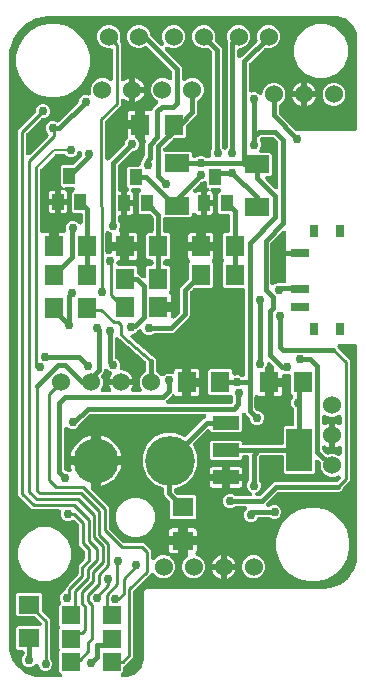
<source format=gbr>
G04 EAGLE Gerber RS-274X export*
G75*
%MOMM*%
%FSLAX34Y34*%
%LPD*%
%INBottom Copper*%
%IPPOS*%
%AMOC8*
5,1,8,0,0,1.08239X$1,22.5*%
G01*
%ADD10R,2.235200X1.219200*%
%ADD11R,2.200000X3.600000*%
%ADD12R,1.600000X1.803000*%
%ADD13R,1.803000X1.600000*%
%ADD14C,1.524000*%
%ADD15R,1.000000X1.400000*%
%ADD16R,2.100000X1.500000*%
%ADD17R,1.500000X1.500000*%
%ADD18R,0.800000X1.000000*%
%ADD19R,1.500000X0.700000*%
%ADD20C,4.216000*%
%ADD21C,3.816000*%
%ADD22C,0.406400*%
%ADD23C,0.756400*%
%ADD24C,0.254000*%
%ADD25C,0.203200*%
%ADD26C,0.304800*%

G36*
X210664Y352542D02*
X210664Y352542D01*
X210673Y352541D01*
X210865Y352562D01*
X211056Y352581D01*
X211064Y352583D01*
X211073Y352584D01*
X211256Y352642D01*
X211441Y352699D01*
X211449Y352703D01*
X211457Y352706D01*
X211626Y352799D01*
X211795Y352891D01*
X211802Y352896D01*
X211809Y352901D01*
X211957Y353026D01*
X212104Y353148D01*
X212110Y353155D01*
X212116Y353161D01*
X212236Y353313D01*
X212356Y353462D01*
X212360Y353470D01*
X212366Y353477D01*
X212453Y353649D01*
X212542Y353819D01*
X212544Y353828D01*
X212548Y353836D01*
X212600Y354022D01*
X212653Y354206D01*
X212654Y354215D01*
X212656Y354224D01*
X212671Y354416D01*
X212686Y354608D01*
X212685Y354616D01*
X212686Y354625D01*
X212661Y354818D01*
X212639Y355007D01*
X212637Y355016D01*
X212635Y355025D01*
X212574Y355208D01*
X212514Y355390D01*
X212510Y355398D01*
X212507Y355406D01*
X212412Y355572D01*
X212317Y355741D01*
X212311Y355748D01*
X212306Y355755D01*
X212092Y356008D01*
X210449Y357651D01*
X210449Y374427D01*
X210522Y374569D01*
X210607Y374731D01*
X210612Y374748D01*
X210620Y374764D01*
X210670Y374941D01*
X210722Y375117D01*
X210724Y375135D01*
X210728Y375152D01*
X210742Y375335D01*
X210758Y375518D01*
X210756Y375536D01*
X210758Y375553D01*
X210735Y375735D01*
X210715Y375918D01*
X210710Y375935D01*
X210707Y375953D01*
X210649Y376127D01*
X210593Y376302D01*
X210585Y376318D01*
X210579Y376335D01*
X210487Y376494D01*
X210449Y376563D01*
X210449Y393349D01*
X210664Y393564D01*
X210675Y393578D01*
X210688Y393589D01*
X210803Y393733D01*
X210919Y393875D01*
X210927Y393891D01*
X210938Y393905D01*
X211022Y394069D01*
X211107Y394231D01*
X211112Y394248D01*
X211120Y394264D01*
X211170Y394441D01*
X211222Y394617D01*
X211224Y394635D01*
X211228Y394652D01*
X211242Y394835D01*
X211258Y395018D01*
X211256Y395036D01*
X211258Y395053D01*
X211235Y395235D01*
X211215Y395418D01*
X211210Y395435D01*
X211207Y395453D01*
X211149Y395626D01*
X211093Y395802D01*
X211085Y395818D01*
X211079Y395834D01*
X210987Y395994D01*
X210899Y396154D01*
X210887Y396168D01*
X210878Y396183D01*
X210663Y396436D01*
X210449Y396651D01*
X210449Y413349D01*
X211297Y414198D01*
X211309Y414212D01*
X211323Y414224D01*
X211437Y414368D01*
X211552Y414509D01*
X211561Y414525D01*
X211572Y414540D01*
X211655Y414703D01*
X211741Y414865D01*
X211746Y414882D01*
X211755Y414899D01*
X211804Y415075D01*
X211856Y415251D01*
X211857Y415269D01*
X211862Y415286D01*
X211876Y415469D01*
X211892Y415652D01*
X211890Y415670D01*
X211892Y415688D01*
X211869Y415869D01*
X211849Y416052D01*
X211843Y416069D01*
X211841Y416087D01*
X211783Y416260D01*
X211727Y416436D01*
X211718Y416452D01*
X211713Y416469D01*
X211641Y416593D01*
X210659Y418964D01*
X210659Y421285D01*
X211547Y423428D01*
X213188Y425069D01*
X214429Y425583D01*
X214449Y425594D01*
X214470Y425601D01*
X214626Y425689D01*
X214784Y425773D01*
X214801Y425788D01*
X214821Y425799D01*
X214956Y425916D01*
X215094Y426030D01*
X215108Y426047D01*
X215125Y426062D01*
X215235Y426203D01*
X215348Y426343D01*
X215358Y426362D01*
X215372Y426380D01*
X215452Y426540D01*
X215535Y426699D01*
X215541Y426720D01*
X215551Y426740D01*
X215598Y426914D01*
X215648Y427085D01*
X215650Y427108D01*
X215656Y427129D01*
X215683Y427460D01*
X215683Y428689D01*
X218223Y431229D01*
X226053Y439058D01*
X226070Y439079D01*
X226090Y439096D01*
X226197Y439234D01*
X226308Y439370D01*
X226320Y439393D01*
X226337Y439415D01*
X226415Y439571D01*
X226496Y439725D01*
X226504Y439751D01*
X226516Y439775D01*
X226561Y439944D01*
X226611Y440111D01*
X226613Y440138D01*
X226620Y440164D01*
X226648Y440495D01*
X226648Y447328D01*
X231375Y452056D01*
X231392Y452077D01*
X231413Y452094D01*
X231520Y452232D01*
X231631Y452368D01*
X231643Y452391D01*
X231659Y452413D01*
X231738Y452569D01*
X231819Y452723D01*
X231827Y452749D01*
X231839Y452773D01*
X231884Y452942D01*
X231934Y453109D01*
X231936Y453136D01*
X231943Y453162D01*
X231970Y453493D01*
X231970Y459180D01*
X231968Y459207D01*
X231970Y459233D01*
X231948Y459407D01*
X231931Y459581D01*
X231923Y459606D01*
X231919Y459633D01*
X231864Y459799D01*
X231812Y459966D01*
X231800Y459989D01*
X231791Y460015D01*
X231704Y460166D01*
X231621Y460320D01*
X231604Y460340D01*
X231590Y460363D01*
X231375Y460616D01*
X227215Y464777D01*
X227215Y480874D01*
X227212Y480901D01*
X227214Y480927D01*
X227192Y481101D01*
X227175Y481275D01*
X227167Y481300D01*
X227164Y481327D01*
X227108Y481492D01*
X227057Y481660D01*
X227044Y481683D01*
X227035Y481708D01*
X226948Y481860D01*
X226865Y482014D01*
X226848Y482034D01*
X226834Y482057D01*
X226620Y482310D01*
X223248Y485682D01*
X223231Y485696D01*
X223216Y485713D01*
X223076Y485823D01*
X222937Y485937D01*
X222917Y485948D01*
X222899Y485961D01*
X222739Y486042D01*
X222581Y486126D01*
X222560Y486132D01*
X222540Y486142D01*
X222367Y486189D01*
X222195Y486240D01*
X222173Y486243D01*
X222151Y486248D01*
X221973Y486261D01*
X221794Y486277D01*
X221772Y486274D01*
X221750Y486276D01*
X221572Y486253D01*
X221394Y486233D01*
X221373Y486227D01*
X221350Y486224D01*
X221035Y486122D01*
X218855Y485219D01*
X216534Y485219D01*
X214391Y486107D01*
X212750Y487748D01*
X211862Y489892D01*
X211862Y492282D01*
X211901Y492410D01*
X211902Y492423D01*
X211906Y492436D01*
X211921Y492625D01*
X211939Y492811D01*
X211937Y492824D01*
X211939Y492838D01*
X211917Y493025D01*
X211897Y493211D01*
X211893Y493224D01*
X211892Y493238D01*
X211834Y493415D01*
X211777Y493596D01*
X211771Y493608D01*
X211767Y493620D01*
X211674Y493784D01*
X211584Y493949D01*
X211576Y493959D01*
X211569Y493971D01*
X211446Y494113D01*
X211325Y494257D01*
X211315Y494265D01*
X211306Y494276D01*
X211158Y494391D01*
X211010Y494508D01*
X210998Y494514D01*
X210988Y494523D01*
X210820Y494606D01*
X210652Y494692D01*
X210639Y494696D01*
X210627Y494702D01*
X210445Y494751D01*
X210265Y494802D01*
X210251Y494803D01*
X210238Y494806D01*
X209908Y494833D01*
X187308Y494833D01*
X175363Y506779D01*
X175363Y815589D01*
X190043Y830269D01*
X190060Y830289D01*
X190080Y830307D01*
X190187Y830445D01*
X190298Y830580D01*
X190310Y830604D01*
X190327Y830625D01*
X190405Y830782D01*
X190486Y830936D01*
X190494Y830961D01*
X190506Y830985D01*
X190552Y831155D01*
X190601Y831322D01*
X190604Y831348D01*
X190611Y831374D01*
X190638Y831705D01*
X190638Y833160D01*
X191526Y835304D01*
X193166Y836945D01*
X195310Y837833D01*
X197631Y837833D01*
X199774Y836945D01*
X201415Y835304D01*
X202303Y833160D01*
X202303Y830840D01*
X201415Y828696D01*
X199774Y827055D01*
X197631Y826167D01*
X196175Y826167D01*
X196149Y826165D01*
X196122Y826167D01*
X195948Y826145D01*
X195775Y826127D01*
X195749Y826120D01*
X195723Y826116D01*
X195557Y826061D01*
X195390Y826009D01*
X195366Y825996D01*
X195341Y825988D01*
X195189Y825901D01*
X195036Y825817D01*
X195015Y825800D01*
X194992Y825787D01*
X194739Y825572D01*
X182599Y813433D01*
X182582Y813412D01*
X182562Y813395D01*
X182455Y813257D01*
X182344Y813121D01*
X182332Y813098D01*
X182315Y813077D01*
X182237Y812920D01*
X182156Y812766D01*
X182148Y812740D01*
X182136Y812716D01*
X182091Y812547D01*
X182041Y812380D01*
X182039Y812353D01*
X182032Y812327D01*
X182005Y811997D01*
X182005Y796605D01*
X182005Y796596D01*
X182005Y796587D01*
X182026Y796393D01*
X182044Y796204D01*
X182047Y796196D01*
X182048Y796187D01*
X182106Y796002D01*
X182163Y795819D01*
X182167Y795811D01*
X182169Y795803D01*
X182263Y795634D01*
X182354Y795465D01*
X182360Y795458D01*
X182364Y795450D01*
X182489Y795303D01*
X182612Y795156D01*
X182619Y795150D01*
X182625Y795143D01*
X182776Y795024D01*
X182926Y794903D01*
X182934Y794899D01*
X182941Y794894D01*
X183113Y794806D01*
X183283Y794718D01*
X183292Y794715D01*
X183300Y794711D01*
X183486Y794659D01*
X183670Y794607D01*
X183679Y794606D01*
X183688Y794603D01*
X183880Y794589D01*
X184071Y794574D01*
X184080Y794575D01*
X184089Y794574D01*
X184281Y794598D01*
X184471Y794621D01*
X184480Y794623D01*
X184489Y794624D01*
X184671Y794686D01*
X184854Y794745D01*
X184862Y794750D01*
X184870Y794753D01*
X185037Y794849D01*
X185205Y794943D01*
X185211Y794949D01*
X185219Y794954D01*
X185472Y795168D01*
X200678Y810374D01*
X200689Y810388D01*
X200703Y810399D01*
X200816Y810543D01*
X200933Y810685D01*
X200941Y810701D01*
X200952Y810715D01*
X201035Y810879D01*
X201121Y811041D01*
X201126Y811058D01*
X201135Y811074D01*
X201184Y811251D01*
X201236Y811427D01*
X201238Y811445D01*
X201243Y811462D01*
X201256Y811645D01*
X201273Y811828D01*
X201271Y811846D01*
X201272Y811863D01*
X201249Y812046D01*
X201229Y812228D01*
X201224Y812245D01*
X201221Y812263D01*
X201163Y812437D01*
X201108Y812612D01*
X201099Y812628D01*
X201093Y812645D01*
X201002Y812803D01*
X200913Y812964D01*
X200901Y812978D01*
X200892Y812993D01*
X200678Y813246D01*
X199728Y814196D01*
X198840Y816340D01*
X198840Y818660D01*
X199728Y820804D01*
X201369Y822445D01*
X203513Y823333D01*
X205833Y823333D01*
X207792Y822521D01*
X207814Y822515D01*
X207834Y822505D01*
X208006Y822457D01*
X208178Y822405D01*
X208200Y822403D01*
X208221Y822397D01*
X208401Y822384D01*
X208579Y822367D01*
X208601Y822369D01*
X208623Y822367D01*
X208802Y822390D01*
X208979Y822408D01*
X209000Y822415D01*
X209022Y822418D01*
X209193Y822475D01*
X209363Y822528D01*
X209383Y822539D01*
X209404Y822546D01*
X209560Y822636D01*
X209717Y822721D01*
X209734Y822736D01*
X209753Y822747D01*
X210006Y822961D01*
X226255Y839210D01*
X226272Y839231D01*
X226292Y839248D01*
X226399Y839386D01*
X226510Y839522D01*
X226522Y839545D01*
X226539Y839566D01*
X226617Y839723D01*
X226698Y839877D01*
X226706Y839903D01*
X226718Y839927D01*
X226763Y840096D01*
X226813Y840263D01*
X226816Y840290D01*
X226822Y840316D01*
X226850Y840647D01*
X226850Y841024D01*
X227738Y843168D01*
X229378Y844809D01*
X231522Y845697D01*
X233843Y845697D01*
X234590Y845387D01*
X234599Y845385D01*
X234606Y845380D01*
X234790Y845327D01*
X234975Y845271D01*
X234984Y845270D01*
X234993Y845267D01*
X235185Y845251D01*
X235376Y845233D01*
X235385Y845233D01*
X235394Y845233D01*
X235585Y845254D01*
X235777Y845274D01*
X235785Y845277D01*
X235794Y845278D01*
X235977Y845337D01*
X236161Y845394D01*
X236169Y845398D01*
X236177Y845401D01*
X236345Y845495D01*
X236514Y845587D01*
X236521Y845593D01*
X236529Y845597D01*
X236676Y845723D01*
X236822Y845846D01*
X236828Y845853D01*
X236835Y845859D01*
X236953Y846010D01*
X237073Y846161D01*
X237077Y846169D01*
X237083Y846176D01*
X237169Y846347D01*
X237257Y846519D01*
X237260Y846528D01*
X237264Y846536D01*
X237314Y846721D01*
X237367Y846907D01*
X237368Y846916D01*
X237370Y846924D01*
X237383Y847116D01*
X237398Y847308D01*
X237397Y847317D01*
X237398Y847326D01*
X237373Y847516D01*
X237349Y847708D01*
X237347Y847716D01*
X237345Y847725D01*
X237244Y848041D01*
X237229Y848076D01*
X237229Y851924D01*
X238702Y855478D01*
X241422Y858198D01*
X244976Y859671D01*
X248824Y859671D01*
X252452Y858168D01*
X252523Y858110D01*
X252531Y858106D01*
X252538Y858100D01*
X252708Y858012D01*
X252879Y857921D01*
X252887Y857919D01*
X252895Y857914D01*
X253080Y857861D01*
X253265Y857806D01*
X253274Y857806D01*
X253282Y857803D01*
X253474Y857787D01*
X253666Y857770D01*
X253675Y857771D01*
X253684Y857770D01*
X253874Y857792D01*
X254066Y857813D01*
X254074Y857816D01*
X254083Y857817D01*
X254266Y857877D01*
X254450Y857935D01*
X254458Y857939D01*
X254466Y857942D01*
X254634Y858037D01*
X254802Y858129D01*
X254809Y858135D01*
X254817Y858140D01*
X254963Y858266D01*
X255109Y858390D01*
X255115Y858397D01*
X255122Y858403D01*
X255240Y858555D01*
X255359Y858706D01*
X255363Y858714D01*
X255368Y858721D01*
X255454Y858893D01*
X255541Y859065D01*
X255544Y859073D01*
X255548Y859082D01*
X255598Y859268D01*
X255649Y859453D01*
X255650Y859462D01*
X255652Y859470D01*
X255679Y859801D01*
X255679Y883298D01*
X255677Y883316D01*
X255679Y883334D01*
X255658Y883515D01*
X255639Y883699D01*
X255634Y883716D01*
X255632Y883733D01*
X255575Y883908D01*
X255521Y884084D01*
X255513Y884099D01*
X255507Y884116D01*
X255417Y884276D01*
X255329Y884438D01*
X255318Y884451D01*
X255309Y884467D01*
X255189Y884606D01*
X255072Y884747D01*
X255058Y884758D01*
X255046Y884772D01*
X254901Y884884D01*
X254758Y884999D01*
X254742Y885007D01*
X254728Y885018D01*
X254563Y885100D01*
X254401Y885185D01*
X254384Y885190D01*
X254368Y885198D01*
X254189Y885245D01*
X254014Y885296D01*
X253996Y885298D01*
X253979Y885302D01*
X253648Y885329D01*
X250376Y885329D01*
X246822Y886802D01*
X244102Y889522D01*
X242629Y893076D01*
X242629Y896924D01*
X244102Y900478D01*
X246822Y903198D01*
X250376Y904671D01*
X254224Y904671D01*
X257778Y903198D01*
X260498Y900478D01*
X261971Y896924D01*
X261971Y893076D01*
X261597Y892173D01*
X261590Y892152D01*
X261580Y892132D01*
X261532Y891959D01*
X261480Y891788D01*
X261478Y891765D01*
X261472Y891744D01*
X261459Y891564D01*
X261442Y891387D01*
X261444Y891365D01*
X261443Y891342D01*
X261465Y891164D01*
X261484Y890986D01*
X261490Y890965D01*
X261493Y890943D01*
X261550Y890773D01*
X261603Y890602D01*
X261614Y890582D01*
X261621Y890561D01*
X261711Y890406D01*
X261797Y890249D01*
X261811Y890232D01*
X261822Y890212D01*
X262037Y889959D01*
X262321Y889675D01*
X262321Y859294D01*
X262322Y859282D01*
X262321Y859270D01*
X262329Y859199D01*
X262329Y859198D01*
X262330Y859192D01*
X262342Y859081D01*
X262361Y858893D01*
X262364Y858882D01*
X262365Y858870D01*
X262423Y858690D01*
X262479Y858508D01*
X262484Y858498D01*
X262488Y858487D01*
X262580Y858321D01*
X262671Y858154D01*
X262678Y858145D01*
X262684Y858135D01*
X262808Y857990D01*
X262928Y857845D01*
X262937Y857838D01*
X262945Y857829D01*
X263095Y857711D01*
X263242Y857593D01*
X263252Y857587D01*
X263262Y857580D01*
X263432Y857494D01*
X263599Y857407D01*
X263611Y857404D01*
X263621Y857399D01*
X263804Y857348D01*
X263986Y857296D01*
X263998Y857295D01*
X264009Y857292D01*
X264090Y857286D01*
X264092Y857286D01*
X264103Y857285D01*
X264197Y857279D01*
X264388Y857263D01*
X264399Y857264D01*
X264411Y857264D01*
X264485Y857273D01*
X264495Y857273D01*
X264534Y857279D01*
X264598Y857288D01*
X264787Y857310D01*
X264799Y857314D01*
X264810Y857315D01*
X264874Y857337D01*
X264892Y857340D01*
X264960Y857366D01*
X264989Y857376D01*
X265170Y857435D01*
X265181Y857441D01*
X265192Y857444D01*
X265243Y857474D01*
X265268Y857484D01*
X265410Y857570D01*
X265521Y857633D01*
X265530Y857640D01*
X265540Y857646D01*
X265552Y857657D01*
X266975Y858690D01*
X268400Y859416D01*
X269761Y859859D01*
X269761Y850508D01*
X269762Y850490D01*
X269761Y850473D01*
X269782Y850290D01*
X269801Y850108D01*
X269806Y850091D01*
X269808Y850073D01*
X269833Y849995D01*
X269794Y849858D01*
X269792Y849840D01*
X269788Y849823D01*
X269761Y849492D01*
X269761Y840141D01*
X268400Y840584D01*
X266975Y841310D01*
X265551Y842344D01*
X265522Y842361D01*
X265482Y842394D01*
X265471Y842400D01*
X265462Y842407D01*
X265295Y842494D01*
X265293Y842495D01*
X265204Y842547D01*
X265180Y842555D01*
X265126Y842584D01*
X265115Y842587D01*
X265105Y842593D01*
X264923Y842645D01*
X264886Y842656D01*
X264823Y842678D01*
X264807Y842680D01*
X264741Y842700D01*
X264729Y842701D01*
X264718Y842704D01*
X264529Y842720D01*
X264457Y842726D01*
X264424Y842731D01*
X264416Y842730D01*
X264340Y842737D01*
X264328Y842736D01*
X264316Y842737D01*
X264128Y842715D01*
X264028Y842704D01*
X264022Y842704D01*
X264021Y842703D01*
X263940Y842695D01*
X263928Y842691D01*
X263917Y842690D01*
X263735Y842631D01*
X263555Y842575D01*
X263545Y842569D01*
X263534Y842565D01*
X263368Y842471D01*
X263203Y842381D01*
X263193Y842373D01*
X263183Y842367D01*
X263040Y842243D01*
X262895Y842121D01*
X262887Y842112D01*
X262878Y842104D01*
X262763Y841955D01*
X262644Y841806D01*
X262639Y841795D01*
X262632Y841786D01*
X262547Y841617D01*
X262461Y841447D01*
X262458Y841436D01*
X262452Y841425D01*
X262403Y841242D01*
X262352Y841060D01*
X262351Y841048D01*
X262348Y841037D01*
X262321Y840706D01*
X262321Y836625D01*
X249917Y824221D01*
X249900Y824200D01*
X249879Y824182D01*
X249772Y824044D01*
X249662Y823910D01*
X249649Y823885D01*
X249633Y823864D01*
X249555Y823707D01*
X249474Y823554D01*
X249466Y823528D01*
X249454Y823503D01*
X249408Y823335D01*
X249359Y823168D01*
X249356Y823141D01*
X249349Y823114D01*
X249322Y822783D01*
X249347Y792206D01*
X249347Y792198D01*
X249347Y792190D01*
X249368Y791996D01*
X249387Y791806D01*
X249389Y791798D01*
X249390Y791790D01*
X249449Y791604D01*
X249505Y791421D01*
X249509Y791414D01*
X249512Y791406D01*
X249605Y791238D01*
X249697Y791067D01*
X249702Y791061D01*
X249706Y791054D01*
X249831Y790907D01*
X249955Y790758D01*
X249962Y790753D01*
X249967Y790747D01*
X250119Y790627D01*
X250269Y790506D01*
X250276Y790502D01*
X250283Y790497D01*
X250456Y790409D01*
X250627Y790321D01*
X250634Y790319D01*
X250642Y790315D01*
X250829Y790263D01*
X251014Y790210D01*
X251022Y790209D01*
X251030Y790207D01*
X251224Y790193D01*
X251415Y790177D01*
X251423Y790178D01*
X251431Y790178D01*
X251624Y790202D01*
X251815Y790224D01*
X251822Y790227D01*
X251831Y790228D01*
X252014Y790290D01*
X252197Y790350D01*
X252205Y790354D01*
X252212Y790356D01*
X252379Y790452D01*
X252548Y790548D01*
X252554Y790553D01*
X252561Y790557D01*
X252814Y790772D01*
X265389Y803346D01*
X265406Y803367D01*
X265426Y803384D01*
X265533Y803522D01*
X265644Y803658D01*
X265656Y803681D01*
X265673Y803702D01*
X265751Y803859D01*
X265832Y804013D01*
X265840Y804039D01*
X265852Y804063D01*
X265897Y804232D01*
X265947Y804399D01*
X265949Y804426D01*
X265956Y804452D01*
X265983Y804783D01*
X265983Y805160D01*
X266871Y807304D01*
X267934Y808366D01*
X267991Y808437D01*
X268056Y808500D01*
X268119Y808592D01*
X268189Y808678D01*
X268232Y808758D01*
X268283Y808834D01*
X268326Y808936D01*
X268378Y809034D01*
X268403Y809121D01*
X268439Y809205D01*
X268461Y809313D01*
X268492Y809419D01*
X268501Y809510D01*
X268519Y809599D01*
X268519Y809710D01*
X268529Y809820D01*
X268519Y809911D01*
X268519Y810002D01*
X268494Y810137D01*
X268485Y810221D01*
X268471Y810266D01*
X268460Y810328D01*
X268239Y811150D01*
X268239Y816501D01*
X274781Y816501D01*
X274781Y810126D01*
X274783Y810099D01*
X274781Y810072D01*
X274803Y809898D01*
X274821Y809725D01*
X274828Y809700D01*
X274832Y809673D01*
X274887Y809507D01*
X274939Y809340D01*
X274952Y809317D01*
X274960Y809291D01*
X275047Y809140D01*
X275130Y808986D01*
X275148Y808966D01*
X275161Y808942D01*
X275376Y808689D01*
X276761Y807304D01*
X277649Y805160D01*
X277649Y802840D01*
X276761Y800696D01*
X275120Y799055D01*
X272976Y798167D01*
X272599Y798167D01*
X272572Y798165D01*
X272545Y798167D01*
X272372Y798145D01*
X272198Y798127D01*
X272173Y798120D01*
X272146Y798116D01*
X271980Y798061D01*
X271813Y798009D01*
X271790Y797996D01*
X271764Y797988D01*
X271612Y797901D01*
X271459Y797817D01*
X271439Y797800D01*
X271415Y797787D01*
X271162Y797572D01*
X260678Y787088D01*
X260661Y787067D01*
X260640Y787049D01*
X260533Y786911D01*
X260423Y786776D01*
X260410Y786752D01*
X260394Y786731D01*
X260316Y786574D01*
X260234Y786420D01*
X260226Y786395D01*
X260214Y786371D01*
X260169Y786201D01*
X260119Y786034D01*
X260117Y786008D01*
X260110Y785982D01*
X260083Y785651D01*
X260083Y765572D01*
X260085Y765554D01*
X260083Y765536D01*
X260105Y765353D01*
X260123Y765171D01*
X260128Y765154D01*
X260130Y765137D01*
X260187Y764962D01*
X260241Y764786D01*
X260249Y764771D01*
X260255Y764754D01*
X260345Y764594D01*
X260433Y764432D01*
X260444Y764419D01*
X260453Y764403D01*
X260573Y764264D01*
X260690Y764123D01*
X260704Y764112D01*
X260716Y764098D01*
X260861Y763986D01*
X261004Y763871D01*
X261020Y763863D01*
X261034Y763852D01*
X261199Y763770D01*
X261361Y763685D01*
X261378Y763680D01*
X261394Y763672D01*
X261573Y763625D01*
X261748Y763574D01*
X261766Y763572D01*
X261783Y763568D01*
X262114Y763541D01*
X263001Y763541D01*
X263001Y754468D01*
X263002Y754450D01*
X263001Y754433D01*
X263022Y754250D01*
X263041Y754068D01*
X263046Y754051D01*
X263048Y754033D01*
X263061Y753992D01*
X263034Y753898D01*
X263032Y753880D01*
X263028Y753863D01*
X263001Y753532D01*
X263001Y744459D01*
X262114Y744459D01*
X262096Y744457D01*
X262078Y744459D01*
X261896Y744438D01*
X261713Y744419D01*
X261696Y744414D01*
X261679Y744412D01*
X261504Y744355D01*
X261328Y744301D01*
X261313Y744293D01*
X261296Y744287D01*
X261136Y744197D01*
X260974Y744110D01*
X260961Y744098D01*
X260945Y744089D01*
X260807Y743970D01*
X260665Y743852D01*
X260654Y743838D01*
X260640Y743826D01*
X260528Y743682D01*
X260413Y743538D01*
X260405Y743522D01*
X260394Y743508D01*
X260312Y743344D01*
X260227Y743181D01*
X260222Y743164D01*
X260214Y743148D01*
X260167Y742970D01*
X260116Y742794D01*
X260114Y742776D01*
X260110Y742759D01*
X260083Y742428D01*
X260083Y740007D01*
X260085Y739981D01*
X260083Y739954D01*
X260105Y739780D01*
X260123Y739607D01*
X260130Y739581D01*
X260134Y739555D01*
X260189Y739389D01*
X260241Y739222D01*
X260254Y739198D01*
X260262Y739173D01*
X260349Y739021D01*
X260433Y738868D01*
X260450Y738847D01*
X260463Y738824D01*
X260678Y738571D01*
X260945Y738304D01*
X261833Y736160D01*
X261833Y733840D01*
X261014Y731864D01*
X261011Y731851D01*
X261004Y731840D01*
X260953Y731660D01*
X260898Y731479D01*
X260897Y731466D01*
X260893Y731453D01*
X260878Y731265D01*
X260860Y731078D01*
X260861Y731065D01*
X260860Y731051D01*
X260882Y730864D01*
X260902Y730678D01*
X260905Y730665D01*
X260907Y730652D01*
X260966Y730472D01*
X261021Y730293D01*
X261028Y730282D01*
X261032Y730269D01*
X261125Y730104D01*
X261215Y729940D01*
X261223Y729930D01*
X261230Y729918D01*
X261353Y729776D01*
X261474Y729632D01*
X261484Y729624D01*
X261493Y729613D01*
X261641Y729498D01*
X261781Y729387D01*
X261781Y721499D01*
X255239Y721499D01*
X255239Y726850D01*
X255297Y727066D01*
X255311Y727152D01*
X255335Y727235D01*
X255344Y727350D01*
X255362Y727463D01*
X255359Y727550D01*
X255366Y727636D01*
X255352Y727750D01*
X255348Y727866D01*
X255328Y727950D01*
X255317Y728036D01*
X255281Y728145D01*
X255254Y728257D01*
X255218Y728336D01*
X255191Y728418D01*
X255134Y728518D01*
X255086Y728623D01*
X255034Y728693D01*
X254991Y728768D01*
X254916Y728855D01*
X254848Y728948D01*
X254784Y729006D01*
X254727Y729071D01*
X254636Y729142D01*
X254551Y729219D01*
X254476Y729264D01*
X254408Y729317D01*
X254279Y729383D01*
X254206Y729427D01*
X254164Y729442D01*
X254113Y729469D01*
X252621Y730086D01*
X252553Y730142D01*
X252544Y730147D01*
X252537Y730153D01*
X252368Y730240D01*
X252197Y730331D01*
X252188Y730333D01*
X252179Y730338D01*
X251995Y730391D01*
X251812Y730445D01*
X251802Y730446D01*
X251792Y730449D01*
X251602Y730464D01*
X251411Y730482D01*
X251401Y730481D01*
X251391Y730482D01*
X251201Y730459D01*
X251010Y730438D01*
X251001Y730435D01*
X250991Y730434D01*
X250809Y730375D01*
X250626Y730317D01*
X250618Y730312D01*
X250608Y730309D01*
X250442Y730215D01*
X250274Y730122D01*
X250267Y730116D01*
X250258Y730111D01*
X250113Y729985D01*
X249967Y729862D01*
X249961Y729854D01*
X249953Y729848D01*
X249835Y729695D01*
X249717Y729546D01*
X249713Y729537D01*
X249707Y729529D01*
X249621Y729357D01*
X249535Y729187D01*
X249532Y729177D01*
X249528Y729169D01*
X249478Y728984D01*
X249427Y728799D01*
X249426Y728789D01*
X249424Y728780D01*
X249397Y728449D01*
X249409Y713149D01*
X249411Y713132D01*
X249409Y713115D01*
X249431Y712932D01*
X249449Y712748D01*
X249454Y712732D01*
X249456Y712715D01*
X249513Y712540D01*
X249568Y712364D01*
X249576Y712349D01*
X249581Y712332D01*
X249672Y712172D01*
X249760Y712010D01*
X249770Y711997D01*
X249779Y711982D01*
X249900Y711842D01*
X250018Y711701D01*
X250031Y711690D01*
X250042Y711677D01*
X250188Y711564D01*
X250331Y711449D01*
X250347Y711441D01*
X250360Y711430D01*
X250526Y711348D01*
X250689Y711263D01*
X250705Y711259D01*
X250721Y711251D01*
X250900Y711203D01*
X251076Y711152D01*
X251093Y711151D01*
X251109Y711146D01*
X251440Y711119D01*
X253208Y711119D01*
X253226Y711121D01*
X253244Y711120D01*
X253426Y711141D01*
X253609Y711159D01*
X253626Y711164D01*
X253643Y711167D01*
X253818Y711223D01*
X253994Y711277D01*
X254009Y711286D01*
X254026Y711291D01*
X254186Y711382D01*
X254348Y711469D01*
X254361Y711480D01*
X254377Y711489D01*
X254516Y711610D01*
X254657Y711727D01*
X254668Y711741D01*
X254682Y711752D01*
X254794Y711898D01*
X254909Y712041D01*
X254917Y712056D01*
X254928Y712071D01*
X255010Y712236D01*
X255095Y712398D01*
X255100Y712415D01*
X255108Y712431D01*
X255155Y712609D01*
X255206Y712785D01*
X255208Y712803D01*
X255212Y712820D01*
X255239Y713151D01*
X255239Y713501D01*
X261781Y713501D01*
X261781Y705944D01*
X260846Y705944D01*
X260828Y705942D01*
X260810Y705944D01*
X260628Y705923D01*
X260445Y705904D01*
X260428Y705899D01*
X260411Y705897D01*
X260236Y705840D01*
X260060Y705786D01*
X260045Y705778D01*
X260028Y705772D01*
X259868Y705682D01*
X259706Y705594D01*
X259693Y705583D01*
X259677Y705574D01*
X259538Y705454D01*
X259397Y705337D01*
X259386Y705323D01*
X259372Y705311D01*
X259260Y705166D01*
X259145Y705023D01*
X259137Y705007D01*
X259126Y704993D01*
X259044Y704828D01*
X258959Y704666D01*
X258954Y704649D01*
X258946Y704633D01*
X258899Y704454D01*
X258848Y704279D01*
X258846Y704261D01*
X258842Y704244D01*
X258837Y704179D01*
X258765Y704007D01*
X258761Y703994D01*
X258755Y703982D01*
X258703Y703801D01*
X258649Y703621D01*
X258647Y703608D01*
X258644Y703595D01*
X258628Y703407D01*
X258611Y703221D01*
X258612Y703207D01*
X258611Y703194D01*
X258633Y703007D01*
X258652Y702820D01*
X258656Y702807D01*
X258658Y702794D01*
X258716Y702615D01*
X258772Y702436D01*
X258778Y702424D01*
X258783Y702411D01*
X258875Y702247D01*
X258965Y702083D01*
X258974Y702072D01*
X258980Y702061D01*
X259103Y701918D01*
X259224Y701774D01*
X259235Y701766D01*
X259244Y701756D01*
X259391Y701641D01*
X259539Y701523D01*
X259551Y701517D01*
X259562Y701509D01*
X259730Y701425D01*
X259897Y701339D01*
X259910Y701336D01*
X259922Y701330D01*
X260105Y701281D01*
X260285Y701230D01*
X260298Y701229D01*
X260311Y701225D01*
X260642Y701198D01*
X274629Y701198D01*
X275831Y699997D01*
X275831Y695924D01*
X275833Y695902D01*
X275831Y695880D01*
X275853Y695702D01*
X275871Y695523D01*
X275877Y695502D01*
X275880Y695480D01*
X275936Y695310D01*
X275989Y695138D01*
X275999Y695119D01*
X276006Y695098D01*
X276095Y694942D01*
X276181Y694784D01*
X276195Y694767D01*
X276206Y694748D01*
X276324Y694613D01*
X276438Y694475D01*
X276456Y694461D01*
X276470Y694444D01*
X276612Y694335D01*
X276752Y694223D01*
X276772Y694213D01*
X276790Y694199D01*
X277085Y694047D01*
X278180Y693594D01*
X280702Y691072D01*
X280709Y691066D01*
X280714Y691060D01*
X280864Y690939D01*
X281013Y690817D01*
X281021Y690813D01*
X281028Y690807D01*
X281198Y690719D01*
X281369Y690628D01*
X281378Y690626D01*
X281385Y690622D01*
X281570Y690569D01*
X281755Y690514D01*
X281764Y690513D01*
X281772Y690510D01*
X281963Y690495D01*
X282156Y690477D01*
X282165Y690478D01*
X282174Y690478D01*
X282363Y690500D01*
X282556Y690521D01*
X282565Y690523D01*
X282573Y690524D01*
X282755Y690584D01*
X282940Y690642D01*
X282948Y690646D01*
X282956Y690649D01*
X283125Y690744D01*
X283292Y690837D01*
X283299Y690843D01*
X283307Y690847D01*
X283453Y690973D01*
X283599Y691097D01*
X283605Y691105D01*
X283612Y691110D01*
X283729Y691262D01*
X283849Y691413D01*
X283853Y691421D01*
X283858Y691428D01*
X283944Y691601D01*
X284031Y691772D01*
X284034Y691781D01*
X284038Y691789D01*
X284088Y691975D01*
X284139Y692160D01*
X284140Y692169D01*
X284142Y692178D01*
X284169Y692508D01*
X284169Y699997D01*
X285371Y701198D01*
X288106Y701198D01*
X288124Y701200D01*
X288142Y701198D01*
X288324Y701220D01*
X288507Y701238D01*
X288524Y701243D01*
X288541Y701245D01*
X288716Y701302D01*
X288892Y701356D01*
X288907Y701365D01*
X288924Y701370D01*
X289084Y701461D01*
X289246Y701548D01*
X289259Y701559D01*
X289275Y701568D01*
X289414Y701688D01*
X289555Y701806D01*
X289566Y701820D01*
X289580Y701831D01*
X289692Y701976D01*
X289807Y702119D01*
X289815Y702135D01*
X289826Y702149D01*
X289908Y702314D01*
X289993Y702477D01*
X289998Y702494D01*
X290006Y702510D01*
X290053Y702688D01*
X290104Y702864D01*
X290106Y702881D01*
X290110Y702899D01*
X290137Y703229D01*
X290137Y704403D01*
X290135Y704421D01*
X290137Y704439D01*
X290116Y704621D01*
X290097Y704804D01*
X290092Y704821D01*
X290090Y704838D01*
X290033Y705013D01*
X289979Y705189D01*
X289971Y705204D01*
X289965Y705221D01*
X289875Y705381D01*
X289787Y705543D01*
X289776Y705556D01*
X289767Y705572D01*
X289647Y705711D01*
X289530Y705852D01*
X289516Y705863D01*
X289504Y705877D01*
X289359Y705989D01*
X289216Y706104D01*
X289200Y706112D01*
X289186Y706123D01*
X289021Y706205D01*
X288859Y706290D01*
X288842Y706295D01*
X288826Y706303D01*
X288647Y706350D01*
X288472Y706401D01*
X288454Y706403D01*
X288437Y706407D01*
X288106Y706434D01*
X285371Y706434D01*
X284169Y707636D01*
X284169Y727364D01*
X285371Y728566D01*
X288106Y728566D01*
X288124Y728568D01*
X288142Y728566D01*
X288324Y728587D01*
X288507Y728606D01*
X288524Y728611D01*
X288541Y728613D01*
X288716Y728670D01*
X288892Y728724D01*
X288907Y728732D01*
X288924Y728738D01*
X289084Y728828D01*
X289246Y728916D01*
X289259Y728927D01*
X289275Y728936D01*
X289414Y729056D01*
X289555Y729173D01*
X289566Y729187D01*
X289580Y729199D01*
X289692Y729344D01*
X289807Y729487D01*
X289815Y729503D01*
X289826Y729517D01*
X289908Y729682D01*
X289993Y729844D01*
X289998Y729861D01*
X290006Y729877D01*
X290053Y730056D01*
X290104Y730231D01*
X290106Y730249D01*
X290110Y730266D01*
X290137Y730597D01*
X290137Y741747D01*
X290135Y741774D01*
X290137Y741801D01*
X290115Y741975D01*
X290097Y742148D01*
X290090Y742174D01*
X290086Y742200D01*
X290031Y742366D01*
X289979Y742533D01*
X289966Y742557D01*
X289958Y742582D01*
X289871Y742734D01*
X289787Y742887D01*
X289770Y742908D01*
X289757Y742931D01*
X289542Y743184D01*
X288372Y744354D01*
X288351Y744371D01*
X288334Y744392D01*
X288196Y744499D01*
X288060Y744609D01*
X288037Y744622D01*
X288016Y744638D01*
X287859Y744716D01*
X287705Y744798D01*
X287679Y744806D01*
X287655Y744818D01*
X287486Y744863D01*
X287319Y744913D01*
X287292Y744915D01*
X287266Y744922D01*
X286935Y744949D01*
X278651Y744949D01*
X277449Y746151D01*
X277449Y761849D01*
X279082Y763482D01*
X279087Y763489D01*
X279094Y763494D01*
X279214Y763644D01*
X279337Y763793D01*
X279341Y763801D01*
X279346Y763808D01*
X279435Y763978D01*
X279525Y764149D01*
X279528Y764158D01*
X279532Y764165D01*
X279585Y764349D01*
X279640Y764535D01*
X279641Y764544D01*
X279643Y764552D01*
X279659Y764743D01*
X279676Y764936D01*
X279675Y764945D01*
X279676Y764954D01*
X279654Y765143D01*
X279633Y765336D01*
X279630Y765345D01*
X279629Y765353D01*
X279570Y765535D01*
X279512Y765720D01*
X279507Y765728D01*
X279504Y765736D01*
X279409Y765905D01*
X279317Y766072D01*
X279311Y766079D01*
X279307Y766087D01*
X279181Y766233D01*
X279056Y766379D01*
X279049Y766385D01*
X279043Y766392D01*
X278892Y766509D01*
X278740Y766629D01*
X278732Y766633D01*
X278725Y766638D01*
X278553Y766724D01*
X278381Y766811D01*
X278373Y766814D01*
X278365Y766818D01*
X278179Y766868D01*
X277993Y766919D01*
X277985Y766920D01*
X277976Y766922D01*
X277645Y766949D01*
X272858Y766949D01*
X272785Y766942D01*
X272711Y766944D01*
X272585Y766922D01*
X272457Y766909D01*
X272387Y766888D01*
X272315Y766875D01*
X272195Y766829D01*
X272072Y766791D01*
X272008Y766756D01*
X271939Y766730D01*
X271831Y766661D01*
X271718Y766599D01*
X271662Y766553D01*
X271600Y766513D01*
X271507Y766424D01*
X271409Y766342D01*
X271363Y766285D01*
X271310Y766234D01*
X271237Y766128D01*
X271157Y766028D01*
X271123Y765963D01*
X271081Y765903D01*
X271030Y765784D01*
X270971Y765671D01*
X270951Y765600D01*
X270922Y765533D01*
X270895Y765407D01*
X270860Y765284D01*
X270854Y765211D01*
X270839Y765139D01*
X270837Y765010D01*
X270827Y764882D01*
X270835Y764810D01*
X270835Y764736D01*
X270859Y764610D01*
X270874Y764483D01*
X270896Y764413D01*
X270910Y764341D01*
X270959Y764222D01*
X270999Y764100D01*
X271035Y764036D01*
X271062Y763968D01*
X271133Y763861D01*
X271196Y763749D01*
X271244Y763694D01*
X271285Y763633D01*
X271376Y763542D01*
X271460Y763445D01*
X271517Y763400D01*
X271569Y763348D01*
X271709Y763251D01*
X271778Y763198D01*
X271807Y763183D01*
X271842Y763159D01*
X272060Y763033D01*
X272533Y762560D01*
X272868Y761981D01*
X273041Y761335D01*
X273041Y756499D01*
X267999Y756499D01*
X267999Y763575D01*
X268056Y763581D01*
X268064Y763583D01*
X268073Y763584D01*
X268256Y763642D01*
X268441Y763699D01*
X268449Y763703D01*
X268457Y763706D01*
X268626Y763799D01*
X268795Y763891D01*
X268802Y763896D01*
X268809Y763901D01*
X268957Y764026D01*
X269104Y764148D01*
X269110Y764155D01*
X269116Y764161D01*
X269236Y764313D01*
X269356Y764462D01*
X269360Y764470D01*
X269366Y764477D01*
X269453Y764649D01*
X269542Y764819D01*
X269544Y764828D01*
X269548Y764836D01*
X269600Y765022D01*
X269653Y765206D01*
X269654Y765215D01*
X269656Y765224D01*
X269671Y765416D01*
X269686Y765608D01*
X269685Y765616D01*
X269686Y765625D01*
X269662Y765817D01*
X269639Y766007D01*
X269637Y766016D01*
X269635Y766025D01*
X269574Y766208D01*
X269514Y766390D01*
X269510Y766398D01*
X269507Y766406D01*
X269412Y766572D01*
X269317Y766741D01*
X269311Y766748D01*
X269306Y766755D01*
X269092Y767008D01*
X267949Y768151D01*
X267949Y783849D01*
X269151Y785051D01*
X277307Y785051D01*
X277325Y785053D01*
X277343Y785051D01*
X277525Y785072D01*
X277708Y785091D01*
X277725Y785096D01*
X277743Y785098D01*
X277917Y785155D01*
X278093Y785209D01*
X278108Y785217D01*
X278125Y785223D01*
X278286Y785313D01*
X278447Y785401D01*
X278460Y785412D01*
X278476Y785421D01*
X278615Y785541D01*
X278756Y785658D01*
X278767Y785672D01*
X278781Y785684D01*
X278893Y785829D01*
X279008Y785972D01*
X279017Y785988D01*
X279028Y786002D01*
X279110Y786167D01*
X279194Y786329D01*
X279199Y786346D01*
X279207Y786362D01*
X279255Y786541D01*
X279305Y786716D01*
X279307Y786734D01*
X279311Y786751D01*
X279338Y787082D01*
X279338Y787625D01*
X280226Y789768D01*
X280493Y790035D01*
X280510Y790056D01*
X280531Y790074D01*
X280638Y790212D01*
X280749Y790347D01*
X280761Y790371D01*
X280777Y790392D01*
X280855Y790548D01*
X280937Y790703D01*
X280945Y790728D01*
X280957Y790752D01*
X281002Y790921D01*
X281052Y791088D01*
X281054Y791115D01*
X281061Y791141D01*
X281088Y791464D01*
X281710Y792966D01*
X282208Y793465D01*
X282225Y793486D01*
X282246Y793503D01*
X282353Y793641D01*
X282463Y793776D01*
X282476Y793800D01*
X282492Y793821D01*
X282570Y793978D01*
X282652Y794132D01*
X282660Y794158D01*
X282672Y794182D01*
X282717Y794351D01*
X282767Y794518D01*
X282769Y794545D01*
X282776Y794570D01*
X282803Y794901D01*
X282803Y804345D01*
X283545Y806136D01*
X283549Y806149D01*
X283555Y806160D01*
X283607Y806340D01*
X283662Y806521D01*
X283663Y806534D01*
X283667Y806547D01*
X283682Y806735D01*
X283700Y806922D01*
X283698Y806935D01*
X283699Y806949D01*
X283678Y807135D01*
X283658Y807322D01*
X283654Y807335D01*
X283653Y807348D01*
X283594Y807528D01*
X283538Y807707D01*
X283532Y807718D01*
X283528Y807731D01*
X283435Y807896D01*
X283345Y808060D01*
X283336Y808070D01*
X283330Y808082D01*
X283207Y808224D01*
X283086Y808368D01*
X283075Y808376D01*
X283067Y808387D01*
X282919Y808501D01*
X282779Y808612D01*
X282779Y818532D01*
X282777Y818550D01*
X282779Y818567D01*
X282758Y818750D01*
X282739Y818932D01*
X282734Y818949D01*
X282732Y818967D01*
X282675Y819142D01*
X282621Y819317D01*
X282613Y819333D01*
X282607Y819350D01*
X282517Y819510D01*
X282429Y819671D01*
X282418Y819685D01*
X282409Y819701D01*
X282289Y819840D01*
X282172Y819981D01*
X282158Y819992D01*
X282146Y820005D01*
X282001Y820118D01*
X281858Y820233D01*
X281842Y820241D01*
X281828Y820252D01*
X281663Y820334D01*
X281501Y820418D01*
X281484Y820423D01*
X281468Y820431D01*
X281289Y820479D01*
X281225Y820498D01*
X281358Y820541D01*
X281534Y820595D01*
X281549Y820603D01*
X281566Y820609D01*
X281726Y820699D01*
X281888Y820787D01*
X281901Y820798D01*
X281917Y820807D01*
X282056Y820927D01*
X282197Y821045D01*
X282208Y821058D01*
X282222Y821070D01*
X282334Y821215D01*
X282449Y821358D01*
X282457Y821374D01*
X282468Y821388D01*
X282550Y821553D01*
X282635Y821716D01*
X282640Y821733D01*
X282648Y821749D01*
X282695Y821927D01*
X282746Y822102D01*
X282748Y822120D01*
X282752Y822137D01*
X282779Y822468D01*
X282779Y832056D01*
X287115Y832056D01*
X287199Y832042D01*
X287283Y832018D01*
X287398Y832009D01*
X287511Y831991D01*
X287598Y831994D01*
X287684Y831987D01*
X287798Y832001D01*
X287914Y832005D01*
X287998Y832025D01*
X288084Y832036D01*
X288193Y832072D01*
X288305Y832099D01*
X288384Y832135D01*
X288466Y832162D01*
X288566Y832219D01*
X288671Y832268D01*
X288741Y832319D01*
X288816Y832362D01*
X288903Y832437D01*
X288996Y832505D01*
X289054Y832569D01*
X289120Y832626D01*
X289190Y832718D01*
X289267Y832802D01*
X289312Y832877D01*
X289365Y832945D01*
X289431Y833074D01*
X289475Y833147D01*
X289490Y833189D01*
X289517Y833241D01*
X289997Y834400D01*
X293262Y837665D01*
X293733Y838136D01*
X293741Y838146D01*
X293752Y838155D01*
X293869Y838302D01*
X293988Y838447D01*
X293994Y838459D01*
X294003Y838470D01*
X294088Y838636D01*
X294177Y838803D01*
X294180Y838816D01*
X294187Y838828D01*
X294238Y839008D01*
X294291Y839189D01*
X294293Y839202D01*
X294296Y839215D01*
X294311Y839402D01*
X294328Y839590D01*
X294326Y839603D01*
X294327Y839616D01*
X294305Y839801D01*
X294284Y839990D01*
X294280Y840003D01*
X294279Y840016D01*
X294219Y840195D01*
X294163Y840374D01*
X294156Y840385D01*
X294152Y840398D01*
X294058Y840563D01*
X293968Y840726D01*
X293959Y840736D01*
X293953Y840748D01*
X293830Y840890D01*
X293708Y841033D01*
X293697Y841042D01*
X293688Y841052D01*
X293540Y841166D01*
X293392Y841283D01*
X293380Y841289D01*
X293369Y841297D01*
X293074Y841449D01*
X292222Y841802D01*
X289502Y844522D01*
X288029Y848076D01*
X288029Y851924D01*
X289502Y855478D01*
X292222Y858198D01*
X295776Y859671D01*
X299624Y859671D01*
X303140Y858214D01*
X303153Y858210D01*
X303164Y858204D01*
X303344Y858153D01*
X303525Y858098D01*
X303538Y858097D01*
X303551Y858093D01*
X303739Y858077D01*
X303926Y858060D01*
X303939Y858061D01*
X303953Y858060D01*
X304139Y858082D01*
X304326Y858101D01*
X304339Y858105D01*
X304352Y858107D01*
X304532Y858165D01*
X304711Y858221D01*
X304722Y858228D01*
X304735Y858232D01*
X304899Y858324D01*
X305064Y858414D01*
X305074Y858423D01*
X305086Y858430D01*
X305228Y858552D01*
X305372Y858674D01*
X305380Y858684D01*
X305391Y858693D01*
X305505Y858841D01*
X305623Y858988D01*
X305629Y859000D01*
X305637Y859011D01*
X305721Y859179D01*
X305807Y859347D01*
X305811Y859359D01*
X305817Y859371D01*
X305866Y859554D01*
X305917Y859734D01*
X305918Y859747D01*
X305921Y859760D01*
X305948Y860091D01*
X305948Y865068D01*
X305946Y865095D01*
X305948Y865122D01*
X305926Y865296D01*
X305908Y865469D01*
X305901Y865494D01*
X305897Y865521D01*
X305842Y865687D01*
X305790Y865854D01*
X305777Y865877D01*
X305769Y865903D01*
X305682Y866054D01*
X305598Y866208D01*
X305581Y866228D01*
X305568Y866252D01*
X305353Y866505D01*
X285466Y886392D01*
X285449Y886406D01*
X285434Y886423D01*
X285293Y886534D01*
X285154Y886647D01*
X285135Y886658D01*
X285117Y886671D01*
X284956Y886752D01*
X284799Y886836D01*
X284777Y886842D01*
X284757Y886852D01*
X284584Y886900D01*
X284413Y886950D01*
X284391Y886952D01*
X284369Y886958D01*
X284190Y886971D01*
X284012Y886987D01*
X283990Y886984D01*
X283967Y886986D01*
X283790Y886963D01*
X283612Y886943D01*
X283590Y886937D01*
X283568Y886934D01*
X283252Y886832D01*
X279624Y885329D01*
X275776Y885329D01*
X272222Y886802D01*
X269502Y889522D01*
X268029Y893076D01*
X268029Y896924D01*
X269502Y900478D01*
X272222Y903198D01*
X275776Y904671D01*
X279624Y904671D01*
X283178Y903198D01*
X285898Y900478D01*
X287371Y896924D01*
X287371Y896876D01*
X287373Y896850D01*
X287371Y896823D01*
X287393Y896649D01*
X287411Y896476D01*
X287418Y896450D01*
X287422Y896424D01*
X287477Y896258D01*
X287529Y896091D01*
X287542Y896067D01*
X287550Y896042D01*
X287637Y895890D01*
X287721Y895737D01*
X287738Y895716D01*
X287751Y895693D01*
X287966Y895440D01*
X295570Y887835D01*
X295574Y887832D01*
X295577Y887829D01*
X295730Y887704D01*
X295882Y887580D01*
X295886Y887578D01*
X295889Y887575D01*
X296067Y887482D01*
X296238Y887392D01*
X296242Y887390D01*
X296246Y887388D01*
X296436Y887332D01*
X296623Y887277D01*
X296628Y887276D01*
X296632Y887275D01*
X296825Y887259D01*
X297024Y887240D01*
X297029Y887241D01*
X297033Y887241D01*
X297223Y887262D01*
X297425Y887284D01*
X297429Y887285D01*
X297433Y887286D01*
X297616Y887344D01*
X297809Y887405D01*
X297813Y887408D01*
X297817Y887409D01*
X297989Y887505D01*
X298161Y887600D01*
X298164Y887603D01*
X298168Y887605D01*
X298320Y887735D01*
X298468Y887861D01*
X298471Y887864D01*
X298474Y887867D01*
X298596Y888023D01*
X298717Y888177D01*
X298720Y888181D01*
X298722Y888184D01*
X298811Y888361D01*
X298900Y888536D01*
X298901Y888540D01*
X298903Y888544D01*
X298955Y888734D01*
X299008Y888923D01*
X299008Y888928D01*
X299009Y888932D01*
X299023Y889125D01*
X299037Y889325D01*
X299037Y889330D01*
X299037Y889334D01*
X299012Y889525D01*
X298987Y889724D01*
X298985Y889729D01*
X298985Y889733D01*
X298883Y890049D01*
X297629Y893076D01*
X297629Y896924D01*
X299102Y900478D01*
X301822Y903198D01*
X305376Y904671D01*
X309224Y904671D01*
X312778Y903198D01*
X315498Y900478D01*
X316971Y896924D01*
X316971Y893076D01*
X315498Y889522D01*
X312778Y886802D01*
X309224Y885329D01*
X305376Y885329D01*
X302349Y886583D01*
X302345Y886585D01*
X302341Y886587D01*
X302152Y886643D01*
X301964Y886700D01*
X301959Y886700D01*
X301955Y886701D01*
X301754Y886720D01*
X301563Y886738D01*
X301558Y886737D01*
X301554Y886738D01*
X301355Y886716D01*
X301162Y886696D01*
X301158Y886695D01*
X301154Y886694D01*
X300966Y886635D01*
X300778Y886576D01*
X300774Y886574D01*
X300770Y886573D01*
X300599Y886479D01*
X300425Y886383D01*
X300421Y886380D01*
X300417Y886378D01*
X300268Y886251D01*
X300117Y886124D01*
X300114Y886121D01*
X300110Y886118D01*
X299989Y885964D01*
X299866Y885809D01*
X299864Y885805D01*
X299861Y885802D01*
X299772Y885626D01*
X299682Y885451D01*
X299680Y885447D01*
X299678Y885443D01*
X299625Y885251D01*
X299572Y885064D01*
X299572Y885059D01*
X299570Y885055D01*
X299556Y884854D01*
X299541Y884662D01*
X299541Y884658D01*
X299541Y884653D01*
X299566Y884455D01*
X299590Y884263D01*
X299591Y884258D01*
X299591Y884254D01*
X299654Y884068D01*
X299716Y883880D01*
X299718Y883876D01*
X299720Y883872D01*
X299820Y883699D01*
X299915Y883531D01*
X299918Y883527D01*
X299921Y883523D01*
X300135Y883270D01*
X313492Y869913D01*
X314114Y868413D01*
X314114Y859594D01*
X314115Y859585D01*
X314114Y859576D01*
X314135Y859385D01*
X314154Y859193D01*
X314156Y859185D01*
X314157Y859176D01*
X314215Y858993D01*
X314272Y858809D01*
X314276Y858801D01*
X314279Y858792D01*
X314371Y858625D01*
X314464Y858454D01*
X314469Y858448D01*
X314474Y858440D01*
X314598Y858293D01*
X314721Y858145D01*
X314728Y858140D01*
X314734Y858133D01*
X314885Y858014D01*
X315035Y857893D01*
X315043Y857889D01*
X315050Y857883D01*
X315223Y857795D01*
X315392Y857707D01*
X315401Y857705D01*
X315409Y857701D01*
X315594Y857649D01*
X315779Y857596D01*
X315788Y857595D01*
X315797Y857593D01*
X315989Y857579D01*
X316181Y857563D01*
X316189Y857564D01*
X316198Y857563D01*
X316390Y857588D01*
X316580Y857610D01*
X316589Y857613D01*
X316598Y857614D01*
X316779Y857675D01*
X316963Y857735D01*
X316971Y857739D01*
X316979Y857742D01*
X317145Y857838D01*
X317314Y857933D01*
X317321Y857939D01*
X317328Y857943D01*
X317581Y858158D01*
X317622Y858198D01*
X321176Y859671D01*
X325024Y859671D01*
X328578Y858198D01*
X331298Y855478D01*
X332771Y851924D01*
X332771Y848076D01*
X331298Y844522D01*
X328578Y841802D01*
X328437Y841743D01*
X328417Y841733D01*
X328396Y841726D01*
X328240Y841637D01*
X328082Y841553D01*
X328065Y841539D01*
X328045Y841528D01*
X327910Y841411D01*
X327771Y841296D01*
X327757Y841279D01*
X327740Y841265D01*
X327631Y841123D01*
X327518Y840984D01*
X327507Y840964D01*
X327494Y840946D01*
X327414Y840786D01*
X327331Y840627D01*
X327324Y840606D01*
X327314Y840586D01*
X327268Y840413D01*
X327218Y840241D01*
X327216Y840219D01*
X327210Y840197D01*
X327183Y839866D01*
X327183Y830288D01*
X326561Y828787D01*
X317866Y820092D01*
X317849Y820071D01*
X317828Y820054D01*
X317721Y819916D01*
X317611Y819780D01*
X317598Y819757D01*
X317582Y819736D01*
X317504Y819579D01*
X317422Y819425D01*
X317414Y819399D01*
X317402Y819375D01*
X317357Y819206D01*
X317307Y819039D01*
X317305Y819012D01*
X317298Y818986D01*
X317271Y818656D01*
X317271Y810636D01*
X316069Y809434D01*
X308049Y809434D01*
X308023Y809432D01*
X307996Y809434D01*
X307822Y809412D01*
X307649Y809394D01*
X307623Y809387D01*
X307597Y809383D01*
X307431Y809327D01*
X307264Y809276D01*
X307240Y809263D01*
X307215Y809255D01*
X307063Y809168D01*
X306910Y809084D01*
X306889Y809067D01*
X306866Y809054D01*
X306613Y808839D01*
X298861Y801088D01*
X298844Y801067D01*
X298824Y801049D01*
X298717Y800911D01*
X298606Y800776D01*
X298594Y800752D01*
X298577Y800731D01*
X298499Y800574D01*
X298418Y800420D01*
X298410Y800395D01*
X298398Y800371D01*
X298353Y800201D01*
X298303Y800034D01*
X298301Y800008D01*
X298294Y799982D01*
X298267Y799651D01*
X298267Y799582D01*
X298268Y799564D01*
X298267Y799546D01*
X298288Y799364D01*
X298306Y799181D01*
X298312Y799164D01*
X298314Y799147D01*
X298371Y798972D01*
X298425Y798796D01*
X298433Y798781D01*
X298439Y798764D01*
X298529Y798604D01*
X298616Y798442D01*
X298628Y798429D01*
X298636Y798413D01*
X298757Y798274D01*
X298874Y798133D01*
X298888Y798122D01*
X298900Y798108D01*
X299045Y797996D01*
X299188Y797881D01*
X299204Y797873D01*
X299218Y797862D01*
X299383Y797780D01*
X299545Y797695D01*
X299562Y797690D01*
X299578Y797682D01*
X299756Y797635D01*
X299932Y797584D01*
X299950Y797582D01*
X299967Y797578D01*
X300298Y797551D01*
X321349Y797551D01*
X322551Y796349D01*
X322551Y794246D01*
X322553Y794229D01*
X322551Y794211D01*
X322572Y794028D01*
X322591Y793846D01*
X322596Y793829D01*
X322598Y793811D01*
X322655Y793636D01*
X322709Y793461D01*
X322717Y793445D01*
X322723Y793428D01*
X322813Y793268D01*
X322901Y793107D01*
X322912Y793093D01*
X322921Y793078D01*
X323041Y792938D01*
X323158Y792798D01*
X323172Y792786D01*
X323184Y792773D01*
X323329Y792660D01*
X323472Y792545D01*
X323488Y792537D01*
X323502Y792526D01*
X323667Y792444D01*
X323829Y792360D01*
X323846Y792355D01*
X323862Y792347D01*
X324041Y792299D01*
X324216Y792248D01*
X324234Y792247D01*
X324251Y792242D01*
X324582Y792215D01*
X324993Y792215D01*
X325019Y792218D01*
X325046Y792216D01*
X325220Y792238D01*
X325393Y792255D01*
X325419Y792263D01*
X325445Y792266D01*
X325611Y792322D01*
X325778Y792373D01*
X325802Y792386D01*
X325827Y792394D01*
X325979Y792482D01*
X326132Y792565D01*
X326153Y792582D01*
X326176Y792595D01*
X326429Y792810D01*
X326696Y793077D01*
X327668Y793480D01*
X327669Y793480D01*
X328840Y793965D01*
X331160Y793965D01*
X333304Y793077D01*
X333571Y792810D01*
X333592Y792793D01*
X333609Y792773D01*
X333747Y792666D01*
X333883Y792555D01*
X333906Y792543D01*
X333927Y792526D01*
X334084Y792448D01*
X334238Y792366D01*
X334264Y792359D01*
X334288Y792347D01*
X334457Y792301D01*
X334624Y792252D01*
X334651Y792249D01*
X334677Y792242D01*
X335007Y792215D01*
X336882Y792215D01*
X336895Y792216D01*
X336909Y792215D01*
X337095Y792236D01*
X337282Y792255D01*
X337295Y792259D01*
X337309Y792260D01*
X337488Y792318D01*
X337667Y792373D01*
X337679Y792380D01*
X337692Y792384D01*
X337856Y792475D01*
X338021Y792565D01*
X338032Y792574D01*
X338043Y792580D01*
X338186Y792702D01*
X338331Y792823D01*
X338339Y792833D01*
X338349Y792842D01*
X338465Y792990D01*
X338583Y793136D01*
X338589Y793148D01*
X338597Y793159D01*
X338682Y793327D01*
X338768Y793494D01*
X338772Y793507D01*
X338778Y793519D01*
X338828Y793699D01*
X338880Y793881D01*
X338881Y793894D01*
X338885Y793907D01*
X338897Y794093D01*
X338913Y794282D01*
X338911Y794295D01*
X338912Y794309D01*
X338888Y794495D01*
X338866Y794682D01*
X338862Y794695D01*
X338860Y794708D01*
X338758Y795024D01*
X338747Y795052D01*
X338747Y797372D01*
X339763Y799825D01*
X339772Y799854D01*
X339786Y799882D01*
X339830Y800047D01*
X339879Y800210D01*
X339882Y800241D01*
X339890Y800271D01*
X339917Y800602D01*
X339917Y881167D01*
X339915Y881194D01*
X339917Y881221D01*
X339895Y881395D01*
X339877Y881568D01*
X339870Y881594D01*
X339866Y881620D01*
X339811Y881786D01*
X339759Y881953D01*
X339746Y881977D01*
X339738Y882002D01*
X339651Y882154D01*
X339567Y882307D01*
X339550Y882328D01*
X339537Y882351D01*
X339322Y882604D01*
X336979Y884948D01*
X336961Y884962D01*
X336947Y884979D01*
X336806Y885089D01*
X336667Y885203D01*
X336647Y885213D01*
X336630Y885227D01*
X336469Y885307D01*
X336311Y885391D01*
X336290Y885398D01*
X336270Y885408D01*
X336097Y885455D01*
X335925Y885506D01*
X335903Y885508D01*
X335882Y885514D01*
X335704Y885526D01*
X335525Y885542D01*
X335502Y885540D01*
X335480Y885541D01*
X335303Y885518D01*
X335124Y885499D01*
X335103Y885492D01*
X335081Y885489D01*
X334765Y885388D01*
X334624Y885329D01*
X330776Y885329D01*
X327222Y886802D01*
X324502Y889522D01*
X323029Y893076D01*
X323029Y896924D01*
X324502Y900478D01*
X327222Y903198D01*
X330776Y904671D01*
X334624Y904671D01*
X338178Y903198D01*
X340898Y900478D01*
X342371Y896924D01*
X342371Y893076D01*
X342312Y892935D01*
X342306Y892914D01*
X342296Y892894D01*
X342247Y892721D01*
X342196Y892550D01*
X342194Y892528D01*
X342188Y892506D01*
X342174Y892326D01*
X342158Y892149D01*
X342160Y892127D01*
X342158Y892104D01*
X342181Y891926D01*
X342199Y891748D01*
X342206Y891727D01*
X342209Y891705D01*
X342266Y891535D01*
X342319Y891364D01*
X342330Y891344D01*
X342337Y891323D01*
X342426Y891168D01*
X342512Y891011D01*
X342527Y890994D01*
X342538Y890974D01*
X342752Y890721D01*
X347461Y886013D01*
X348083Y884512D01*
X348083Y801799D01*
X348085Y801772D01*
X348083Y801746D01*
X348105Y801572D01*
X348123Y801398D01*
X348130Y801373D01*
X348134Y801346D01*
X348189Y801181D01*
X348241Y801013D01*
X348254Y800990D01*
X348262Y800965D01*
X348349Y800813D01*
X348433Y800659D01*
X348450Y800639D01*
X348463Y800616D01*
X348678Y800363D01*
X349051Y799989D01*
X349062Y799980D01*
X349068Y799973D01*
X349070Y799972D01*
X349077Y799964D01*
X349221Y799850D01*
X349363Y799734D01*
X349379Y799726D01*
X349393Y799714D01*
X349557Y799631D01*
X349718Y799545D01*
X349736Y799540D01*
X349752Y799532D01*
X349929Y799483D01*
X350104Y799430D01*
X350122Y799429D01*
X350139Y799424D01*
X350323Y799411D01*
X350505Y799394D01*
X350523Y799396D01*
X350541Y799395D01*
X350723Y799418D01*
X350906Y799437D01*
X350923Y799443D01*
X350940Y799445D01*
X351114Y799503D01*
X351289Y799559D01*
X351305Y799568D01*
X351322Y799573D01*
X351481Y799665D01*
X351642Y799754D01*
X351655Y799765D01*
X351671Y799774D01*
X351924Y799989D01*
X352322Y800387D01*
X352339Y800408D01*
X352360Y800425D01*
X352467Y800563D01*
X352577Y800699D01*
X352590Y800722D01*
X352606Y800744D01*
X352684Y800901D01*
X352766Y801055D01*
X352774Y801080D01*
X352786Y801104D01*
X352831Y801273D01*
X352881Y801440D01*
X352883Y801467D01*
X352890Y801493D01*
X352917Y801824D01*
X352917Y890512D01*
X352982Y890669D01*
X352990Y890695D01*
X353002Y890719D01*
X353048Y890887D01*
X353099Y891055D01*
X353101Y891081D01*
X353108Y891107D01*
X353120Y891282D01*
X353137Y891455D01*
X353134Y891482D01*
X353136Y891509D01*
X353113Y891683D01*
X353095Y891856D01*
X353087Y891882D01*
X353084Y891908D01*
X352982Y892224D01*
X352629Y893076D01*
X352629Y896924D01*
X354102Y900478D01*
X356822Y903198D01*
X360376Y904671D01*
X364224Y904671D01*
X367778Y903198D01*
X370498Y900478D01*
X371971Y896924D01*
X371971Y893076D01*
X370498Y889522D01*
X367778Y886802D01*
X364224Y885329D01*
X363114Y885329D01*
X363096Y885327D01*
X363078Y885329D01*
X362896Y885308D01*
X362713Y885289D01*
X362696Y885284D01*
X362679Y885282D01*
X362504Y885225D01*
X362328Y885171D01*
X362313Y885163D01*
X362296Y885157D01*
X362136Y885067D01*
X361974Y884979D01*
X361961Y884968D01*
X361945Y884959D01*
X361806Y884839D01*
X361665Y884722D01*
X361654Y884708D01*
X361640Y884696D01*
X361528Y884551D01*
X361413Y884408D01*
X361405Y884392D01*
X361394Y884378D01*
X361312Y884213D01*
X361227Y884051D01*
X361222Y884034D01*
X361214Y884018D01*
X361166Y883838D01*
X361116Y883664D01*
X361114Y883646D01*
X361110Y883629D01*
X361083Y883298D01*
X361083Y879060D01*
X361084Y879051D01*
X361083Y879043D01*
X361104Y878852D01*
X361123Y878660D01*
X361125Y878651D01*
X361126Y878642D01*
X361185Y878458D01*
X361241Y878275D01*
X361245Y878267D01*
X361248Y878258D01*
X361341Y878089D01*
X361433Y877921D01*
X361438Y877914D01*
X361443Y877906D01*
X361568Y877759D01*
X361690Y877612D01*
X361697Y877606D01*
X361703Y877599D01*
X361855Y877479D01*
X362004Y877359D01*
X362012Y877355D01*
X362019Y877350D01*
X362192Y877262D01*
X362361Y877174D01*
X362370Y877171D01*
X362378Y877167D01*
X362564Y877115D01*
X362748Y877062D01*
X362757Y877062D01*
X362766Y877059D01*
X362958Y877045D01*
X363150Y877030D01*
X363158Y877031D01*
X363167Y877030D01*
X363359Y877054D01*
X363549Y877076D01*
X363558Y877079D01*
X363567Y877080D01*
X363748Y877141D01*
X363932Y877201D01*
X363940Y877206D01*
X363948Y877209D01*
X364114Y877304D01*
X364283Y877399D01*
X364290Y877405D01*
X364297Y877410D01*
X364550Y877624D01*
X364973Y878047D01*
X377648Y890721D01*
X377662Y890739D01*
X377679Y890753D01*
X377789Y890894D01*
X377903Y891033D01*
X377913Y891053D01*
X377927Y891070D01*
X378007Y891231D01*
X378091Y891389D01*
X378098Y891410D01*
X378108Y891430D01*
X378155Y891603D01*
X378206Y891774D01*
X378208Y891797D01*
X378214Y891818D01*
X378226Y891996D01*
X378242Y892175D01*
X378240Y892198D01*
X378241Y892220D01*
X378218Y892396D01*
X378199Y892576D01*
X378192Y892597D01*
X378189Y892619D01*
X378088Y892935D01*
X378029Y893076D01*
X378029Y896924D01*
X379502Y900478D01*
X382222Y903198D01*
X385776Y904671D01*
X389624Y904671D01*
X393178Y903198D01*
X395898Y900478D01*
X397371Y896924D01*
X397371Y893076D01*
X395898Y889522D01*
X393178Y886802D01*
X389624Y885329D01*
X385776Y885329D01*
X385635Y885388D01*
X385614Y885394D01*
X385594Y885404D01*
X385421Y885453D01*
X385250Y885504D01*
X385228Y885506D01*
X385206Y885512D01*
X385026Y885526D01*
X384849Y885542D01*
X384827Y885540D01*
X384804Y885542D01*
X384626Y885519D01*
X384448Y885501D01*
X384427Y885494D01*
X384405Y885491D01*
X384236Y885434D01*
X384064Y885381D01*
X384044Y885370D01*
X384023Y885363D01*
X383868Y885274D01*
X383711Y885188D01*
X383694Y885173D01*
X383674Y885162D01*
X383421Y884948D01*
X371678Y873204D01*
X371661Y873183D01*
X371640Y873166D01*
X371533Y873028D01*
X371423Y872892D01*
X371410Y872869D01*
X371394Y872848D01*
X371316Y872691D01*
X371234Y872537D01*
X371226Y872511D01*
X371214Y872487D01*
X371169Y872318D01*
X371119Y872151D01*
X371117Y872124D01*
X371110Y872098D01*
X371083Y871768D01*
X371083Y849731D01*
X371084Y849717D01*
X371083Y849704D01*
X371104Y849517D01*
X371123Y849330D01*
X371127Y849317D01*
X371128Y849304D01*
X371186Y849125D01*
X371241Y848945D01*
X371247Y848933D01*
X371251Y848921D01*
X371343Y848757D01*
X371433Y848591D01*
X371441Y848581D01*
X371448Y848569D01*
X371570Y848426D01*
X371690Y848282D01*
X371701Y848274D01*
X371709Y848263D01*
X371858Y848147D01*
X372004Y848030D01*
X372016Y848023D01*
X372026Y848015D01*
X372196Y847930D01*
X372361Y847844D01*
X372374Y847840D01*
X372386Y847834D01*
X372568Y847785D01*
X372748Y847733D01*
X372762Y847732D01*
X372775Y847728D01*
X372961Y847715D01*
X373150Y847700D01*
X373163Y847701D01*
X373176Y847700D01*
X373362Y847725D01*
X373549Y847747D01*
X373562Y847751D01*
X373575Y847753D01*
X373825Y847833D01*
X376160Y847833D01*
X378304Y846945D01*
X378962Y846287D01*
X378969Y846281D01*
X378974Y846275D01*
X379124Y846154D01*
X379273Y846032D01*
X379281Y846028D01*
X379288Y846022D01*
X379458Y845934D01*
X379629Y845843D01*
X379638Y845841D01*
X379645Y845837D01*
X379830Y845784D01*
X380015Y845729D01*
X380024Y845728D01*
X380032Y845725D01*
X380223Y845710D01*
X380416Y845692D01*
X380425Y845693D01*
X380434Y845692D01*
X380623Y845715D01*
X380816Y845736D01*
X380825Y845738D01*
X380833Y845739D01*
X381016Y845799D01*
X381200Y845857D01*
X381208Y845861D01*
X381216Y845864D01*
X381384Y845959D01*
X381552Y846052D01*
X381559Y846058D01*
X381567Y846062D01*
X381713Y846188D01*
X381859Y846312D01*
X381865Y846319D01*
X381872Y846325D01*
X381990Y846478D01*
X382109Y846628D01*
X382113Y846636D01*
X382118Y846643D01*
X382204Y846815D01*
X382291Y846987D01*
X382294Y846996D01*
X382298Y847004D01*
X382347Y847189D01*
X382399Y847375D01*
X382400Y847384D01*
X382402Y847393D01*
X382429Y847723D01*
X382429Y848240D01*
X383902Y851794D01*
X386622Y854515D01*
X390176Y855987D01*
X394024Y855987D01*
X397578Y854515D01*
X400298Y851794D01*
X401771Y848240D01*
X401771Y844393D01*
X400298Y840838D01*
X397578Y838118D01*
X397437Y838059D01*
X397417Y838049D01*
X397396Y838042D01*
X397240Y837954D01*
X397082Y837869D01*
X397065Y837855D01*
X397045Y837844D01*
X396910Y837727D01*
X396771Y837613D01*
X396757Y837595D01*
X396740Y837581D01*
X396631Y837440D01*
X396518Y837300D01*
X396507Y837280D01*
X396494Y837263D01*
X396414Y837102D01*
X396331Y836944D01*
X396324Y836922D01*
X396314Y836902D01*
X396268Y836729D01*
X396218Y836557D01*
X396216Y836535D01*
X396210Y836513D01*
X396183Y836183D01*
X396183Y831271D01*
X396185Y831244D01*
X396183Y831217D01*
X396205Y831043D01*
X396223Y830870D01*
X396230Y830844D01*
X396234Y830818D01*
X396289Y830652D01*
X396341Y830485D01*
X396354Y830461D01*
X396362Y830436D01*
X396449Y830284D01*
X396533Y830131D01*
X396550Y830110D01*
X396563Y830087D01*
X396778Y829834D01*
X411016Y815596D01*
X411037Y815579D01*
X411054Y815558D01*
X411192Y815451D01*
X411328Y815341D01*
X411351Y815328D01*
X411372Y815312D01*
X411529Y815234D01*
X411683Y815152D01*
X411709Y815144D01*
X411733Y815132D01*
X411902Y815087D01*
X412069Y815037D01*
X412096Y815035D01*
X412122Y815028D01*
X412453Y815001D01*
X460428Y815001D01*
X460446Y815003D01*
X460464Y815001D01*
X460646Y815022D01*
X460829Y815041D01*
X460846Y815046D01*
X460863Y815048D01*
X461038Y815105D01*
X461214Y815159D01*
X461229Y815167D01*
X461246Y815173D01*
X461406Y815263D01*
X461568Y815351D01*
X461581Y815362D01*
X461597Y815371D01*
X461736Y815491D01*
X461877Y815608D01*
X461888Y815622D01*
X461902Y815634D01*
X462014Y815779D01*
X462129Y815922D01*
X462137Y815938D01*
X462148Y815952D01*
X462230Y816117D01*
X462315Y816279D01*
X462320Y816296D01*
X462328Y816312D01*
X462375Y816491D01*
X462426Y816666D01*
X462428Y816684D01*
X462432Y816701D01*
X462459Y817032D01*
X462459Y894823D01*
X462451Y894910D01*
X462451Y894912D01*
X462451Y894920D01*
X462450Y894934D01*
X462443Y895079D01*
X462124Y897599D01*
X462107Y897671D01*
X462100Y897744D01*
X462053Y897906D01*
X462034Y897992D01*
X462020Y898022D01*
X462008Y898062D01*
X460187Y902877D01*
X460119Y903013D01*
X460057Y903154D01*
X460026Y903199D01*
X460008Y903237D01*
X459955Y903305D01*
X459871Y903428D01*
X456651Y907444D01*
X456544Y907553D01*
X456443Y907668D01*
X456399Y907701D01*
X456370Y907732D01*
X456298Y907780D01*
X456181Y907872D01*
X451878Y910696D01*
X451742Y910766D01*
X451610Y910844D01*
X451558Y910862D01*
X451521Y910882D01*
X451438Y910906D01*
X451298Y910957D01*
X446333Y912313D01*
X446261Y912325D01*
X446190Y912346D01*
X446022Y912365D01*
X445936Y912380D01*
X445903Y912379D01*
X445861Y912384D01*
X443448Y912458D01*
X443420Y912456D01*
X443385Y912459D01*
X443109Y912459D01*
X443067Y912455D01*
X443012Y912457D01*
X441703Y912395D01*
X441563Y912432D01*
X441539Y912434D01*
X441521Y912439D01*
X441442Y912442D01*
X441232Y912459D01*
X206718Y912459D01*
X206558Y912443D01*
X206398Y912434D01*
X206358Y912423D01*
X206317Y912419D01*
X206174Y912375D01*
X204983Y912455D01*
X204926Y912453D01*
X204848Y912459D01*
X203240Y912459D01*
X203097Y912471D01*
X200380Y912474D01*
X200347Y912471D01*
X200313Y912473D01*
X199984Y912436D01*
X191530Y910764D01*
X191434Y910735D01*
X191336Y910716D01*
X191221Y910670D01*
X191145Y910647D01*
X191096Y910621D01*
X191028Y910594D01*
X183294Y906791D01*
X183209Y906738D01*
X183120Y906694D01*
X183020Y906621D01*
X182952Y906579D01*
X182912Y906541D01*
X182853Y906497D01*
X176368Y900822D01*
X176299Y900749D01*
X176224Y900684D01*
X176147Y900587D01*
X176092Y900528D01*
X176064Y900482D01*
X176018Y900424D01*
X171222Y893264D01*
X171175Y893176D01*
X171119Y893093D01*
X171070Y892979D01*
X171032Y892909D01*
X171016Y892856D01*
X170987Y892789D01*
X168208Y884631D01*
X168200Y884599D01*
X168187Y884568D01*
X168117Y884244D01*
X167558Y880040D01*
X167556Y879954D01*
X167541Y879772D01*
X167541Y380000D01*
X167547Y379934D01*
X167547Y379841D01*
X167860Y375863D01*
X167873Y375791D01*
X167877Y375717D01*
X167916Y375552D01*
X167931Y375467D01*
X167943Y375436D01*
X167953Y375395D01*
X170412Y367828D01*
X170473Y367688D01*
X170528Y367545D01*
X170556Y367498D01*
X170573Y367460D01*
X170623Y367389D01*
X170700Y367262D01*
X175376Y360826D01*
X175478Y360712D01*
X175574Y360593D01*
X175616Y360557D01*
X175644Y360525D01*
X175713Y360473D01*
X175826Y360376D01*
X182262Y355700D01*
X182394Y355623D01*
X182522Y355540D01*
X182573Y355518D01*
X182610Y355497D01*
X182691Y355469D01*
X182828Y355412D01*
X190395Y352953D01*
X190466Y352938D01*
X190535Y352913D01*
X190703Y352886D01*
X190788Y352867D01*
X190821Y352867D01*
X190863Y352860D01*
X194841Y352547D01*
X194907Y352548D01*
X195000Y352541D01*
X210655Y352541D01*
X210664Y352542D01*
G37*
G36*
X265066Y352547D02*
X265066Y352547D01*
X265159Y352547D01*
X267573Y352737D01*
X267645Y352750D01*
X267718Y352754D01*
X267883Y352793D01*
X267969Y352808D01*
X268000Y352820D01*
X268041Y352830D01*
X272632Y354322D01*
X272772Y354383D01*
X272915Y354438D01*
X272962Y354466D01*
X273001Y354483D01*
X273071Y354533D01*
X273198Y354610D01*
X277103Y357447D01*
X277217Y357549D01*
X277336Y357645D01*
X277372Y357687D01*
X277404Y357715D01*
X277456Y357784D01*
X277553Y357897D01*
X280390Y361802D01*
X280467Y361934D01*
X280550Y362062D01*
X280572Y362113D01*
X280593Y362149D01*
X280621Y362231D01*
X280678Y362368D01*
X282170Y366959D01*
X282186Y367031D01*
X282210Y367100D01*
X282237Y367267D01*
X282256Y367352D01*
X282256Y367385D01*
X282263Y367427D01*
X282453Y369841D01*
X282452Y369907D01*
X282459Y370000D01*
X282459Y426052D01*
X283948Y427541D01*
X435000Y427541D01*
X435066Y427547D01*
X435159Y427547D01*
X439137Y427860D01*
X439209Y427873D01*
X439283Y427877D01*
X439448Y427916D01*
X439533Y427931D01*
X439564Y427943D01*
X439605Y427953D01*
X447172Y430412D01*
X447312Y430473D01*
X447455Y430528D01*
X447502Y430556D01*
X447540Y430573D01*
X447611Y430623D01*
X447738Y430700D01*
X454174Y435376D01*
X454288Y435478D01*
X454407Y435574D01*
X454443Y435616D01*
X454475Y435644D01*
X454527Y435713D01*
X454624Y435826D01*
X459300Y442262D01*
X459377Y442394D01*
X459460Y442522D01*
X459482Y442573D01*
X459503Y442610D01*
X459531Y442691D01*
X459588Y442828D01*
X462047Y450395D01*
X462062Y450466D01*
X462087Y450535D01*
X462114Y450703D01*
X462133Y450788D01*
X462133Y450821D01*
X462140Y450863D01*
X462453Y454841D01*
X462452Y454907D01*
X462459Y455000D01*
X462459Y632968D01*
X462457Y632986D01*
X462459Y633004D01*
X462438Y633186D01*
X462419Y633369D01*
X462414Y633386D01*
X462412Y633403D01*
X462355Y633578D01*
X462301Y633754D01*
X462293Y633769D01*
X462287Y633786D01*
X462197Y633946D01*
X462109Y634108D01*
X462098Y634121D01*
X462089Y634137D01*
X461969Y634276D01*
X461852Y634417D01*
X461838Y634428D01*
X461826Y634442D01*
X461681Y634554D01*
X461538Y634669D01*
X461522Y634677D01*
X461508Y634688D01*
X461343Y634770D01*
X461181Y634855D01*
X461164Y634860D01*
X461148Y634868D01*
X460969Y634915D01*
X460794Y634966D01*
X460776Y634968D01*
X460759Y634972D01*
X460428Y634999D01*
X447888Y634999D01*
X447875Y634998D01*
X447862Y634999D01*
X447675Y634978D01*
X447488Y634959D01*
X447475Y634955D01*
X447462Y634954D01*
X447282Y634896D01*
X447103Y634841D01*
X447091Y634835D01*
X447078Y634831D01*
X446914Y634739D01*
X446749Y634649D01*
X446739Y634641D01*
X446727Y634634D01*
X446584Y634512D01*
X446440Y634392D01*
X446431Y634381D01*
X446421Y634373D01*
X446305Y634225D01*
X446187Y634078D01*
X446181Y634066D01*
X446173Y634056D01*
X446088Y633887D01*
X446002Y633721D01*
X445998Y633708D01*
X445992Y633696D01*
X445942Y633515D01*
X445890Y633334D01*
X445889Y633320D01*
X445886Y633307D01*
X445873Y633119D01*
X445857Y632932D01*
X445859Y632919D01*
X445858Y632906D01*
X445883Y632718D01*
X445904Y632533D01*
X445908Y632520D01*
X445910Y632507D01*
X446012Y632191D01*
X446569Y630846D01*
X446583Y630819D01*
X446593Y630789D01*
X446678Y630641D01*
X446759Y630491D01*
X446779Y630467D01*
X446794Y630440D01*
X447009Y630187D01*
X453545Y623651D01*
X456086Y621111D01*
X456086Y518889D01*
X450958Y513761D01*
X450938Y513737D01*
X450914Y513717D01*
X450810Y513582D01*
X450702Y513450D01*
X450688Y513422D01*
X450669Y513397D01*
X450517Y513102D01*
X449910Y511636D01*
X448761Y510487D01*
X447261Y509866D01*
X396481Y509866D01*
X396455Y509863D01*
X396428Y509865D01*
X396254Y509843D01*
X396081Y509826D01*
X396055Y509818D01*
X396028Y509815D01*
X395863Y509759D01*
X395696Y509708D01*
X395672Y509695D01*
X395647Y509687D01*
X395495Y509599D01*
X395342Y509516D01*
X395321Y509499D01*
X395298Y509486D01*
X395045Y509271D01*
X385952Y500178D01*
X385946Y500171D01*
X385939Y500165D01*
X385819Y500016D01*
X385697Y499866D01*
X385693Y499859D01*
X385687Y499852D01*
X385598Y499681D01*
X385508Y499511D01*
X385506Y499502D01*
X385501Y499494D01*
X385448Y499307D01*
X385393Y499125D01*
X385393Y499116D01*
X385390Y499107D01*
X385374Y498916D01*
X385357Y498724D01*
X385358Y498715D01*
X385357Y498706D01*
X385379Y498517D01*
X385400Y498324D01*
X385403Y498315D01*
X385404Y498306D01*
X385463Y498124D01*
X385522Y497940D01*
X385526Y497932D01*
X385529Y497923D01*
X385624Y497755D01*
X385717Y497587D01*
X385722Y497581D01*
X385727Y497573D01*
X385853Y497427D01*
X385977Y497280D01*
X385984Y497275D01*
X385990Y497268D01*
X386141Y497151D01*
X386293Y497031D01*
X386301Y497027D01*
X386308Y497021D01*
X386480Y496936D01*
X386652Y496848D01*
X386661Y496846D01*
X386669Y496842D01*
X386855Y496792D01*
X387040Y496740D01*
X387049Y496740D01*
X387057Y496737D01*
X387388Y496710D01*
X387598Y496710D01*
X387625Y496713D01*
X387652Y496711D01*
X387825Y496733D01*
X387999Y496750D01*
X388024Y496758D01*
X388051Y496761D01*
X388217Y496817D01*
X388384Y496868D01*
X388407Y496881D01*
X388433Y496890D01*
X388584Y496977D01*
X388738Y497060D01*
X388758Y497077D01*
X388782Y497091D01*
X389035Y497305D01*
X389302Y497572D01*
X391445Y498460D01*
X393766Y498460D01*
X395910Y497572D01*
X397550Y495932D01*
X398438Y493788D01*
X398438Y491467D01*
X397550Y489324D01*
X395910Y487683D01*
X393766Y486795D01*
X391445Y486795D01*
X389302Y487683D01*
X389035Y487950D01*
X389014Y487967D01*
X388996Y487987D01*
X388858Y488094D01*
X388723Y488205D01*
X388699Y488218D01*
X388678Y488234D01*
X388521Y488312D01*
X388367Y488394D01*
X388342Y488401D01*
X388318Y488413D01*
X388148Y488459D01*
X387981Y488508D01*
X387955Y488511D01*
X387929Y488518D01*
X387598Y488545D01*
X379853Y488545D01*
X379831Y488543D01*
X379809Y488544D01*
X379631Y488523D01*
X379453Y488505D01*
X379431Y488499D01*
X379409Y488496D01*
X379238Y488439D01*
X379068Y488387D01*
X379048Y488376D01*
X379027Y488369D01*
X378871Y488280D01*
X378714Y488195D01*
X378697Y488181D01*
X378677Y488170D01*
X378542Y488052D01*
X378404Y487937D01*
X378390Y487920D01*
X378374Y487905D01*
X378264Y487763D01*
X378152Y487624D01*
X378142Y487604D01*
X378128Y487586D01*
X377977Y487291D01*
X377717Y486665D01*
X376076Y485024D01*
X374604Y484414D01*
X373933Y484136D01*
X371612Y484136D01*
X369468Y485024D01*
X367828Y486665D01*
X366940Y488808D01*
X366940Y491129D01*
X367828Y493273D01*
X368811Y494256D01*
X368817Y494263D01*
X368824Y494269D01*
X368943Y494417D01*
X369066Y494568D01*
X369071Y494576D01*
X369076Y494583D01*
X369165Y494753D01*
X369255Y494924D01*
X369258Y494932D01*
X369262Y494940D01*
X369315Y495124D01*
X369370Y495309D01*
X369371Y495318D01*
X369373Y495327D01*
X369389Y495518D01*
X369406Y495710D01*
X369405Y495719D01*
X369406Y495728D01*
X369384Y495916D01*
X369363Y496111D01*
X369360Y496119D01*
X369359Y496128D01*
X369300Y496310D01*
X369241Y496495D01*
X369237Y496502D01*
X369234Y496511D01*
X369141Y496677D01*
X369047Y496847D01*
X369041Y496854D01*
X369036Y496861D01*
X368911Y497006D01*
X368786Y497154D01*
X368779Y497159D01*
X368773Y497166D01*
X368623Y497283D01*
X368470Y497403D01*
X368462Y497408D01*
X368455Y497413D01*
X368284Y497498D01*
X368111Y497586D01*
X368103Y497588D01*
X368095Y497592D01*
X367909Y497642D01*
X367723Y497694D01*
X367714Y497694D01*
X367706Y497697D01*
X367375Y497724D01*
X360023Y497724D01*
X359996Y497721D01*
X359969Y497723D01*
X359796Y497701D01*
X359622Y497684D01*
X359597Y497676D01*
X359570Y497673D01*
X359404Y497617D01*
X359237Y497566D01*
X359214Y497553D01*
X359188Y497545D01*
X359037Y497457D01*
X358883Y497374D01*
X358863Y497357D01*
X358839Y497344D01*
X358586Y497129D01*
X358319Y496862D01*
X357691Y496601D01*
X356176Y495974D01*
X353855Y495974D01*
X351711Y496862D01*
X350071Y498503D01*
X349183Y500646D01*
X349183Y502967D01*
X350071Y505111D01*
X351711Y506751D01*
X353855Y507639D01*
X356176Y507639D01*
X358319Y506751D01*
X358586Y506484D01*
X358607Y506467D01*
X358625Y506447D01*
X358763Y506340D01*
X358898Y506229D01*
X358922Y506217D01*
X358943Y506200D01*
X359100Y506122D01*
X359254Y506041D01*
X359279Y506033D01*
X359303Y506021D01*
X359473Y505975D01*
X359640Y505926D01*
X359666Y505923D01*
X359692Y505916D01*
X360023Y505889D01*
X371542Y505889D01*
X371546Y505890D01*
X371551Y505889D01*
X371745Y505910D01*
X371942Y505929D01*
X371947Y505931D01*
X371951Y505931D01*
X372138Y505989D01*
X372327Y506047D01*
X372331Y506050D01*
X372335Y506051D01*
X372507Y506145D01*
X372681Y506239D01*
X372685Y506242D01*
X372689Y506244D01*
X372841Y506372D01*
X372990Y506497D01*
X372993Y506500D01*
X372997Y506503D01*
X373121Y506659D01*
X373243Y506811D01*
X373245Y506815D01*
X373248Y506818D01*
X373339Y506995D01*
X373428Y507168D01*
X373430Y507172D01*
X373432Y507176D01*
X373485Y507366D01*
X373540Y507555D01*
X373540Y507559D01*
X373541Y507564D01*
X373556Y507759D01*
X373573Y507956D01*
X373572Y507961D01*
X373572Y507965D01*
X373549Y508160D01*
X373526Y508356D01*
X373524Y508360D01*
X373524Y508365D01*
X373462Y508552D01*
X373401Y508739D01*
X373399Y508743D01*
X373397Y508747D01*
X373300Y508917D01*
X373203Y509089D01*
X373200Y509093D01*
X373198Y509097D01*
X373067Y509247D01*
X372940Y509394D01*
X372936Y509397D01*
X372933Y509400D01*
X372776Y509521D01*
X372622Y509641D01*
X372618Y509643D01*
X372614Y509646D01*
X372319Y509797D01*
X371696Y510055D01*
X370055Y511696D01*
X369167Y513840D01*
X369167Y514726D01*
X369154Y514862D01*
X369149Y515000D01*
X369134Y515062D01*
X369127Y515126D01*
X369087Y515257D01*
X369055Y515391D01*
X369028Y515449D01*
X369009Y515511D01*
X368944Y515632D01*
X368913Y515697D01*
X368980Y515783D01*
X368982Y515787D01*
X368985Y515791D01*
X369137Y516086D01*
X370055Y518304D01*
X370322Y518571D01*
X370339Y518592D01*
X370360Y518609D01*
X370467Y518747D01*
X370577Y518883D01*
X370590Y518906D01*
X370606Y518927D01*
X370684Y519084D01*
X370766Y519238D01*
X370774Y519264D01*
X370786Y519288D01*
X370831Y519457D01*
X370881Y519624D01*
X370883Y519651D01*
X370890Y519677D01*
X370917Y520007D01*
X370917Y538886D01*
X370915Y538904D01*
X370917Y538922D01*
X370896Y539104D01*
X370877Y539287D01*
X370872Y539304D01*
X370870Y539321D01*
X370813Y539496D01*
X370759Y539672D01*
X370751Y539687D01*
X370745Y539704D01*
X370655Y539864D01*
X370567Y540026D01*
X370556Y540039D01*
X370547Y540055D01*
X370427Y540194D01*
X370310Y540335D01*
X370296Y540346D01*
X370284Y540360D01*
X370139Y540472D01*
X369996Y540587D01*
X369980Y540595D01*
X369966Y540606D01*
X369801Y540688D01*
X369639Y540773D01*
X369622Y540778D01*
X369606Y540786D01*
X369427Y540833D01*
X369252Y540884D01*
X369234Y540886D01*
X369217Y540890D01*
X368886Y540917D01*
X366770Y540917D01*
X366752Y540915D01*
X366734Y540917D01*
X366552Y540896D01*
X366369Y540877D01*
X366352Y540872D01*
X366335Y540870D01*
X366160Y540813D01*
X365984Y540759D01*
X365969Y540751D01*
X365952Y540745D01*
X365792Y540655D01*
X365630Y540567D01*
X365617Y540556D01*
X365601Y540547D01*
X365462Y540427D01*
X365321Y540310D01*
X365310Y540296D01*
X365296Y540284D01*
X365184Y540139D01*
X365069Y539996D01*
X365061Y539980D01*
X365050Y539966D01*
X364968Y539801D01*
X364883Y539639D01*
X364878Y539622D01*
X364870Y539606D01*
X364823Y539427D01*
X364772Y539252D01*
X364770Y539234D01*
X364766Y539217D01*
X364739Y538886D01*
X364739Y538055D01*
X363537Y536853D01*
X339487Y536853D01*
X338285Y538055D01*
X338285Y551945D01*
X339487Y553147D01*
X363537Y553147D01*
X364739Y551945D01*
X364739Y551114D01*
X364741Y551096D01*
X364739Y551078D01*
X364760Y550896D01*
X364779Y550713D01*
X364784Y550696D01*
X364786Y550679D01*
X364843Y550504D01*
X364897Y550328D01*
X364905Y550313D01*
X364911Y550296D01*
X365001Y550136D01*
X365089Y549974D01*
X365100Y549961D01*
X365109Y549945D01*
X365229Y549806D01*
X365346Y549665D01*
X365360Y549654D01*
X365372Y549640D01*
X365517Y549528D01*
X365660Y549413D01*
X365676Y549405D01*
X365690Y549394D01*
X365855Y549312D01*
X366017Y549227D01*
X366034Y549222D01*
X366050Y549214D01*
X366229Y549167D01*
X366404Y549116D01*
X366422Y549114D01*
X366439Y549110D01*
X366770Y549083D01*
X398408Y549083D01*
X398426Y549085D01*
X398444Y549083D01*
X398626Y549104D01*
X398809Y549123D01*
X398826Y549128D01*
X398843Y549130D01*
X399018Y549187D01*
X399194Y549241D01*
X399209Y549249D01*
X399226Y549255D01*
X399386Y549345D01*
X399548Y549433D01*
X399561Y549444D01*
X399577Y549453D01*
X399716Y549573D01*
X399857Y549690D01*
X399868Y549704D01*
X399882Y549716D01*
X399994Y549861D01*
X400109Y550004D01*
X400117Y550020D01*
X400128Y550034D01*
X400210Y550199D01*
X400295Y550361D01*
X400300Y550378D01*
X400308Y550394D01*
X400355Y550573D01*
X400406Y550748D01*
X400408Y550766D01*
X400412Y550783D01*
X400439Y551114D01*
X400439Y563849D01*
X401641Y565051D01*
X407376Y565051D01*
X407394Y565053D01*
X407412Y565051D01*
X407594Y565072D01*
X407777Y565091D01*
X407794Y565096D01*
X407811Y565098D01*
X407986Y565155D01*
X408162Y565209D01*
X408177Y565217D01*
X408194Y565223D01*
X408354Y565313D01*
X408516Y565401D01*
X408529Y565412D01*
X408545Y565421D01*
X408684Y565541D01*
X408825Y565658D01*
X408836Y565672D01*
X408850Y565684D01*
X408962Y565829D01*
X409077Y565972D01*
X409085Y565988D01*
X409096Y566002D01*
X409178Y566167D01*
X409263Y566329D01*
X409268Y566346D01*
X409276Y566362D01*
X409323Y566541D01*
X409374Y566716D01*
X409376Y566734D01*
X409380Y566751D01*
X409407Y567082D01*
X409407Y579003D01*
X409405Y579029D01*
X409407Y579056D01*
X409385Y579230D01*
X409367Y579403D01*
X409360Y579429D01*
X409356Y579455D01*
X409300Y579621D01*
X409249Y579788D01*
X409236Y579812D01*
X409228Y579837D01*
X409141Y579988D01*
X409057Y580142D01*
X409040Y580163D01*
X409027Y580186D01*
X408812Y580439D01*
X407555Y581696D01*
X406667Y583840D01*
X406667Y586160D01*
X407555Y588304D01*
X407842Y588590D01*
X407853Y588604D01*
X407867Y588616D01*
X407981Y588760D01*
X408097Y588902D01*
X408105Y588918D01*
X408116Y588932D01*
X408200Y589096D01*
X408285Y589258D01*
X408291Y589275D01*
X408299Y589291D01*
X408348Y589467D01*
X408400Y589644D01*
X408402Y589661D01*
X408407Y589679D01*
X408420Y589861D01*
X408437Y590044D01*
X408435Y590062D01*
X408436Y590080D01*
X408413Y590262D01*
X408393Y590445D01*
X408388Y590462D01*
X408386Y590480D01*
X408327Y590654D01*
X408272Y590829D01*
X408263Y590844D01*
X408257Y590861D01*
X408165Y591021D01*
X408077Y591181D01*
X408065Y591195D01*
X408056Y591210D01*
X407842Y591463D01*
X406669Y592636D01*
X406669Y607167D01*
X406668Y607180D01*
X406669Y607194D01*
X406648Y607380D01*
X406629Y607567D01*
X406625Y607580D01*
X406624Y607594D01*
X406567Y607772D01*
X406511Y607952D01*
X406505Y607964D01*
X406501Y607977D01*
X406409Y608141D01*
X406319Y608306D01*
X406311Y608317D01*
X406304Y608328D01*
X406181Y608472D01*
X406062Y608615D01*
X406051Y608624D01*
X406042Y608634D01*
X405894Y608750D01*
X405748Y608868D01*
X405736Y608874D01*
X405725Y608882D01*
X405557Y608967D01*
X405391Y609053D01*
X405378Y609057D01*
X405366Y609063D01*
X405184Y609113D01*
X405004Y609165D01*
X404990Y609166D01*
X404977Y609169D01*
X404790Y609182D01*
X404602Y609198D01*
X404589Y609196D01*
X404575Y609197D01*
X404389Y609173D01*
X404345Y609167D01*
X401840Y609167D01*
X401629Y609254D01*
X401616Y609258D01*
X401605Y609264D01*
X401424Y609316D01*
X401244Y609371D01*
X401231Y609372D01*
X401218Y609376D01*
X401029Y609391D01*
X400843Y609409D01*
X400830Y609408D01*
X400816Y609409D01*
X400630Y609387D01*
X400443Y609367D01*
X400430Y609363D01*
X400417Y609362D01*
X400239Y609304D01*
X400058Y609248D01*
X400047Y609241D01*
X400034Y609237D01*
X399870Y609145D01*
X399705Y609054D01*
X399695Y609046D01*
X399683Y609039D01*
X399541Y608916D01*
X399397Y608795D01*
X399389Y608785D01*
X399378Y608776D01*
X399263Y608627D01*
X399146Y608480D01*
X399140Y608468D01*
X399132Y608458D01*
X399048Y608289D01*
X398962Y608122D01*
X398958Y608109D01*
X398952Y608097D01*
X398903Y607915D01*
X398852Y607735D01*
X398851Y607722D01*
X398848Y607709D01*
X398821Y607378D01*
X398821Y606499D01*
X392279Y606499D01*
X392279Y615106D01*
X392277Y615132D01*
X392279Y615159D01*
X392257Y615333D01*
X392239Y615506D01*
X392232Y615532D01*
X392228Y615558D01*
X392173Y615724D01*
X392121Y615891D01*
X392108Y615915D01*
X392100Y615940D01*
X392013Y616092D01*
X391929Y616245D01*
X391912Y616266D01*
X391899Y616289D01*
X391684Y616542D01*
X389300Y618926D01*
X389293Y618932D01*
X389288Y618938D01*
X389138Y619059D01*
X388989Y619181D01*
X388981Y619185D01*
X388974Y619191D01*
X388803Y619280D01*
X388633Y619370D01*
X388625Y619372D01*
X388617Y619376D01*
X388431Y619430D01*
X388247Y619484D01*
X388238Y619485D01*
X388230Y619488D01*
X388038Y619503D01*
X387846Y619521D01*
X387837Y619520D01*
X387828Y619520D01*
X387639Y619498D01*
X387446Y619477D01*
X387437Y619475D01*
X387429Y619474D01*
X387247Y619414D01*
X387062Y619356D01*
X387054Y619352D01*
X387046Y619349D01*
X386877Y619254D01*
X386710Y619161D01*
X386703Y619155D01*
X386695Y619151D01*
X386549Y619025D01*
X386403Y618901D01*
X386397Y618893D01*
X386390Y618888D01*
X386273Y618736D01*
X386153Y618585D01*
X386149Y618577D01*
X386144Y618570D01*
X386058Y618397D01*
X385971Y618226D01*
X385968Y618217D01*
X385964Y618209D01*
X385914Y618023D01*
X385863Y617838D01*
X385862Y617829D01*
X385860Y617820D01*
X385833Y617490D01*
X385833Y616840D01*
X384945Y614696D01*
X384876Y614627D01*
X384859Y614606D01*
X384838Y614589D01*
X384731Y614451D01*
X384621Y614315D01*
X384608Y614292D01*
X384592Y614271D01*
X384514Y614114D01*
X384432Y613960D01*
X384424Y613934D01*
X384412Y613910D01*
X384367Y613741D01*
X384317Y613574D01*
X384315Y613547D01*
X384308Y613521D01*
X384281Y613191D01*
X384281Y604468D01*
X384282Y604450D01*
X384281Y604433D01*
X384302Y604250D01*
X384321Y604068D01*
X384326Y604051D01*
X384328Y604033D01*
X384385Y603858D01*
X384439Y603683D01*
X384447Y603667D01*
X384453Y603650D01*
X384543Y603490D01*
X384630Y603329D01*
X384642Y603315D01*
X384651Y603299D01*
X384771Y603160D01*
X384888Y603019D01*
X384902Y603008D01*
X384914Y602995D01*
X385059Y602882D01*
X385202Y602767D01*
X385218Y602759D01*
X385232Y602748D01*
X385397Y602666D01*
X385559Y602582D01*
X385576Y602577D01*
X385592Y602569D01*
X385771Y602521D01*
X385835Y602502D01*
X385702Y602459D01*
X385526Y602405D01*
X385511Y602397D01*
X385494Y602391D01*
X385334Y602301D01*
X385172Y602213D01*
X385159Y602202D01*
X385143Y602193D01*
X385004Y602073D01*
X384863Y601955D01*
X384852Y601942D01*
X384838Y601930D01*
X384726Y601785D01*
X384611Y601642D01*
X384603Y601626D01*
X384592Y601612D01*
X384510Y601447D01*
X384425Y601284D01*
X384420Y601267D01*
X384412Y601251D01*
X384364Y601073D01*
X384314Y600898D01*
X384312Y600880D01*
X384308Y600863D01*
X384281Y600532D01*
X384281Y590944D01*
X379945Y590944D01*
X379299Y591117D01*
X378630Y591504D01*
X378496Y591564D01*
X378367Y591632D01*
X378313Y591647D01*
X378263Y591670D01*
X378120Y591703D01*
X377980Y591743D01*
X377924Y591748D01*
X377870Y591760D01*
X377724Y591764D01*
X377578Y591776D01*
X377523Y591769D01*
X377468Y591771D01*
X377324Y591746D01*
X377179Y591729D01*
X377126Y591712D01*
X377071Y591702D01*
X376935Y591649D01*
X376796Y591604D01*
X376747Y591577D01*
X376696Y591557D01*
X376573Y591478D01*
X376445Y591406D01*
X376403Y591370D01*
X376356Y591340D01*
X376251Y591239D01*
X376140Y591143D01*
X376106Y591099D01*
X376067Y591061D01*
X375983Y590941D01*
X375894Y590825D01*
X375869Y590775D01*
X375837Y590730D01*
X375780Y590595D01*
X375714Y590464D01*
X375700Y590411D01*
X375678Y590360D01*
X375648Y590217D01*
X375610Y590076D01*
X375605Y590013D01*
X375595Y589966D01*
X375594Y589882D01*
X375583Y589745D01*
X375583Y581033D01*
X375585Y581006D01*
X375583Y580979D01*
X375605Y580805D01*
X375623Y580632D01*
X375630Y580606D01*
X375634Y580580D01*
X375689Y580414D01*
X375741Y580247D01*
X375754Y580223D01*
X375762Y580198D01*
X375849Y580046D01*
X375933Y579893D01*
X375950Y579872D01*
X375963Y579849D01*
X376178Y579596D01*
X376846Y578928D01*
X376867Y578911D01*
X376884Y578890D01*
X377022Y578783D01*
X377158Y578673D01*
X377181Y578660D01*
X377202Y578644D01*
X377359Y578566D01*
X377513Y578484D01*
X377539Y578476D01*
X377563Y578464D01*
X377732Y578419D01*
X377899Y578369D01*
X377926Y578367D01*
X377952Y578360D01*
X378283Y578333D01*
X378660Y578333D01*
X380804Y577445D01*
X382445Y575804D01*
X383333Y573660D01*
X383333Y571340D01*
X382445Y569196D01*
X380804Y567555D01*
X378660Y566667D01*
X376340Y566667D01*
X374196Y567555D01*
X372555Y569196D01*
X371667Y571340D01*
X371667Y571717D01*
X371665Y571744D01*
X371667Y571771D01*
X371645Y571945D01*
X371627Y572118D01*
X371620Y572144D01*
X371616Y572170D01*
X371561Y572336D01*
X371509Y572503D01*
X371496Y572527D01*
X371488Y572552D01*
X371401Y572704D01*
X371317Y572857D01*
X371300Y572878D01*
X371287Y572901D01*
X371072Y573154D01*
X369473Y574753D01*
X368206Y576020D01*
X368199Y576026D01*
X368194Y576032D01*
X368044Y576153D01*
X367895Y576275D01*
X367887Y576279D01*
X367880Y576285D01*
X367710Y576373D01*
X367539Y576464D01*
X367530Y576466D01*
X367523Y576470D01*
X367338Y576523D01*
X367153Y576578D01*
X367144Y576579D01*
X367136Y576582D01*
X366945Y576597D01*
X366752Y576615D01*
X366743Y576614D01*
X366734Y576614D01*
X366545Y576592D01*
X366352Y576571D01*
X366343Y576569D01*
X366335Y576568D01*
X366153Y576508D01*
X365968Y576450D01*
X365960Y576446D01*
X365952Y576443D01*
X365785Y576349D01*
X365616Y576255D01*
X365609Y576249D01*
X365601Y576245D01*
X365456Y576120D01*
X365309Y575995D01*
X365303Y575987D01*
X365296Y575982D01*
X365180Y575831D01*
X365059Y575679D01*
X365055Y575671D01*
X365050Y575664D01*
X364965Y575493D01*
X364877Y575320D01*
X364874Y575311D01*
X364870Y575303D01*
X364821Y575118D01*
X364769Y574932D01*
X364768Y574923D01*
X364766Y574914D01*
X364739Y574584D01*
X364739Y561169D01*
X363537Y559967D01*
X339487Y559967D01*
X338202Y561252D01*
X338183Y561310D01*
X338127Y561493D01*
X338123Y561501D01*
X338120Y561509D01*
X338027Y561678D01*
X337935Y561847D01*
X337930Y561854D01*
X337925Y561862D01*
X337801Y562009D01*
X337678Y562156D01*
X337671Y562162D01*
X337665Y562169D01*
X337514Y562288D01*
X337364Y562409D01*
X337356Y562413D01*
X337349Y562418D01*
X337176Y562506D01*
X337007Y562594D01*
X336998Y562597D01*
X336990Y562601D01*
X336804Y562653D01*
X336620Y562706D01*
X336611Y562706D01*
X336602Y562709D01*
X336409Y562723D01*
X336218Y562738D01*
X336210Y562737D01*
X336201Y562738D01*
X336008Y562714D01*
X335819Y562692D01*
X335810Y562689D01*
X335801Y562688D01*
X335619Y562626D01*
X335436Y562567D01*
X335428Y562562D01*
X335420Y562559D01*
X335253Y562463D01*
X335085Y562369D01*
X335078Y562363D01*
X335071Y562359D01*
X334818Y562144D01*
X324055Y551381D01*
X324040Y551363D01*
X324023Y551349D01*
X323913Y551208D01*
X323799Y551069D01*
X323789Y551050D01*
X323775Y551032D01*
X323695Y550872D01*
X323611Y550713D01*
X323604Y550692D01*
X323594Y550672D01*
X323547Y550499D01*
X323496Y550328D01*
X323494Y550305D01*
X323488Y550284D01*
X323476Y550105D01*
X323460Y549927D01*
X323462Y549904D01*
X323461Y549882D01*
X323484Y549704D01*
X323503Y549526D01*
X323510Y549505D01*
X323513Y549483D01*
X323614Y549167D01*
X327106Y540738D01*
X327106Y531536D01*
X323584Y523034D01*
X317078Y516528D01*
X313107Y514883D01*
X313106Y514883D01*
X308494Y512972D01*
X308482Y512966D01*
X308469Y512962D01*
X308304Y512870D01*
X308139Y512782D01*
X308129Y512773D01*
X308117Y512767D01*
X307973Y512645D01*
X307829Y512525D01*
X307820Y512515D01*
X307810Y512506D01*
X307693Y512358D01*
X307575Y512213D01*
X307569Y512201D01*
X307560Y512190D01*
X307475Y512022D01*
X307388Y511856D01*
X307384Y511843D01*
X307378Y511831D01*
X307327Y511649D01*
X307275Y511470D01*
X307273Y511457D01*
X307270Y511444D01*
X307256Y511255D01*
X307240Y511069D01*
X307242Y511056D01*
X307241Y511042D01*
X307264Y510852D01*
X307285Y510669D01*
X307289Y510656D01*
X307291Y510643D01*
X307352Y510462D01*
X307408Y510285D01*
X307415Y510274D01*
X307419Y510261D01*
X307513Y510098D01*
X307605Y509934D01*
X307613Y509924D01*
X307620Y509912D01*
X307835Y509659D01*
X310128Y507366D01*
X310149Y507349D01*
X310166Y507328D01*
X310304Y507222D01*
X310440Y507111D01*
X310463Y507098D01*
X310484Y507082D01*
X310641Y507004D01*
X310795Y506922D01*
X310821Y506914D01*
X310845Y506902D01*
X311014Y506857D01*
X311181Y506807D01*
X311208Y506805D01*
X311234Y506798D01*
X311565Y506771D01*
X324864Y506771D01*
X326066Y505569D01*
X326066Y487871D01*
X324864Y486669D01*
X305136Y486669D01*
X303934Y487871D01*
X303934Y501170D01*
X303932Y501197D01*
X303934Y501224D01*
X303912Y501398D01*
X303894Y501571D01*
X303887Y501597D01*
X303883Y501623D01*
X303827Y501789D01*
X303776Y501956D01*
X303764Y501980D01*
X303755Y502005D01*
X303668Y502157D01*
X303584Y502310D01*
X303567Y502331D01*
X303554Y502354D01*
X303339Y502607D01*
X300873Y505073D01*
X299439Y506507D01*
X298817Y508008D01*
X298817Y511879D01*
X298815Y511902D01*
X298817Y511924D01*
X298795Y512101D01*
X298777Y512280D01*
X298771Y512301D01*
X298768Y512324D01*
X298712Y512493D01*
X298659Y512665D01*
X298649Y512685D01*
X298642Y512706D01*
X298553Y512862D01*
X298467Y513019D01*
X298453Y513036D01*
X298442Y513056D01*
X298324Y513191D01*
X298210Y513328D01*
X298192Y513342D01*
X298178Y513359D01*
X298035Y513469D01*
X297896Y513581D01*
X297876Y513591D01*
X297859Y513604D01*
X297563Y513756D01*
X290873Y516528D01*
X284366Y523034D01*
X280844Y531536D01*
X280844Y540738D01*
X284366Y549239D01*
X290873Y555746D01*
X299374Y559268D01*
X308576Y559268D01*
X315678Y556326D01*
X315700Y556319D01*
X315720Y556309D01*
X315892Y556261D01*
X316064Y556209D01*
X316086Y556207D01*
X316108Y556201D01*
X316287Y556188D01*
X316465Y556171D01*
X316487Y556173D01*
X316509Y556172D01*
X316688Y556194D01*
X316865Y556213D01*
X316886Y556219D01*
X316909Y556222D01*
X317079Y556279D01*
X317249Y556332D01*
X317269Y556343D01*
X317290Y556350D01*
X317446Y556440D01*
X317603Y556526D01*
X317620Y556540D01*
X317639Y556551D01*
X317892Y556766D01*
X332701Y571575D01*
X333750Y572009D01*
X333754Y572011D01*
X333758Y572013D01*
X333931Y572106D01*
X334104Y572200D01*
X334108Y572202D01*
X334112Y572205D01*
X334262Y572330D01*
X334415Y572456D01*
X334418Y572459D01*
X334421Y572462D01*
X334543Y572613D01*
X334669Y572769D01*
X334671Y572773D01*
X334673Y572776D01*
X334763Y572948D01*
X334856Y573125D01*
X334857Y573129D01*
X334859Y573133D01*
X334913Y573321D01*
X334969Y573512D01*
X334969Y573516D01*
X334970Y573520D01*
X334986Y573715D01*
X335003Y573913D01*
X335003Y573917D01*
X335003Y573922D01*
X334980Y574117D01*
X334958Y574313D01*
X334957Y574317D01*
X334956Y574321D01*
X334895Y574509D01*
X334835Y574696D01*
X334833Y574700D01*
X334831Y574704D01*
X334734Y574877D01*
X334639Y575048D01*
X334636Y575051D01*
X334634Y575055D01*
X334505Y575204D01*
X334377Y575353D01*
X334373Y575356D01*
X334370Y575360D01*
X334214Y575481D01*
X334060Y575602D01*
X334056Y575604D01*
X334052Y575606D01*
X333876Y575694D01*
X333700Y575782D01*
X333696Y575784D01*
X333692Y575786D01*
X333501Y575837D01*
X333312Y575889D01*
X333307Y575889D01*
X333303Y575890D01*
X332972Y575917D01*
X236895Y575917D01*
X236869Y575915D01*
X236842Y575917D01*
X236668Y575895D01*
X236495Y575877D01*
X236469Y575870D01*
X236442Y575866D01*
X236277Y575811D01*
X236110Y575759D01*
X236086Y575746D01*
X236061Y575738D01*
X235909Y575651D01*
X235756Y575567D01*
X235735Y575550D01*
X235712Y575537D01*
X235459Y575322D01*
X227771Y567634D01*
X227751Y567610D01*
X227728Y567590D01*
X227624Y567455D01*
X227516Y567323D01*
X227501Y567295D01*
X227482Y567271D01*
X227331Y566975D01*
X226572Y565145D01*
X224932Y563504D01*
X222788Y562616D01*
X220467Y562616D01*
X218324Y563504D01*
X217796Y564031D01*
X217789Y564037D01*
X217784Y564044D01*
X217635Y564163D01*
X217485Y564286D01*
X217477Y564290D01*
X217470Y564296D01*
X217301Y564384D01*
X217129Y564475D01*
X217121Y564477D01*
X217113Y564481D01*
X216929Y564534D01*
X216743Y564590D01*
X216734Y564590D01*
X216726Y564593D01*
X216535Y564608D01*
X216342Y564626D01*
X216333Y564625D01*
X216325Y564626D01*
X216135Y564603D01*
X215942Y564583D01*
X215934Y564580D01*
X215925Y564579D01*
X215742Y564519D01*
X215558Y564461D01*
X215550Y564457D01*
X215542Y564454D01*
X215373Y564359D01*
X215206Y564266D01*
X215199Y564260D01*
X215191Y564256D01*
X215045Y564129D01*
X214899Y564006D01*
X214893Y563999D01*
X214887Y563993D01*
X214768Y563840D01*
X214649Y563690D01*
X214645Y563682D01*
X214640Y563675D01*
X214553Y563501D01*
X214467Y563331D01*
X214465Y563322D01*
X214461Y563314D01*
X214410Y563126D01*
X214359Y562943D01*
X214358Y562934D01*
X214356Y562925D01*
X214329Y562595D01*
X214329Y529613D01*
X214331Y529595D01*
X214329Y529577D01*
X214351Y529395D01*
X214369Y529212D01*
X214374Y529195D01*
X214376Y529178D01*
X214433Y529003D01*
X214487Y528827D01*
X214495Y528812D01*
X214501Y528795D01*
X214591Y528635D01*
X214679Y528473D01*
X214690Y528460D01*
X214699Y528444D01*
X214819Y528305D01*
X214936Y528164D01*
X214950Y528153D01*
X214962Y528139D01*
X215107Y528027D01*
X215250Y527912D01*
X215266Y527904D01*
X215280Y527893D01*
X215445Y527811D01*
X215607Y527726D01*
X215624Y527721D01*
X215641Y527713D01*
X215819Y527666D01*
X215994Y527615D01*
X216012Y527613D01*
X216029Y527609D01*
X216088Y527604D01*
X218287Y526693D01*
X218434Y526648D01*
X218579Y526597D01*
X218627Y526590D01*
X218673Y526576D01*
X218826Y526562D01*
X218978Y526540D01*
X219026Y526543D01*
X219074Y526538D01*
X219226Y526554D01*
X219380Y526563D01*
X219426Y526575D01*
X219474Y526580D01*
X219620Y526625D01*
X219769Y526664D01*
X219813Y526685D01*
X219859Y526700D01*
X219993Y526773D01*
X220131Y526841D01*
X220170Y526870D01*
X220212Y526893D01*
X220329Y526992D01*
X220451Y527085D01*
X220483Y527121D01*
X220520Y527152D01*
X220615Y527272D01*
X220717Y527387D01*
X220741Y527429D01*
X220771Y527467D01*
X220841Y527603D01*
X220917Y527737D01*
X220933Y527782D01*
X220955Y527825D01*
X220996Y527973D01*
X221045Y528118D01*
X221051Y528166D01*
X221064Y528213D01*
X221076Y528365D01*
X221095Y528518D01*
X221092Y528566D01*
X221096Y528614D01*
X221077Y528766D01*
X221066Y528919D01*
X221052Y528972D01*
X221047Y529014D01*
X221020Y529096D01*
X220982Y529240D01*
X220667Y530142D01*
X220226Y532074D01*
X237412Y532074D01*
X237412Y513389D01*
X237377Y513320D01*
X237356Y513244D01*
X237325Y513171D01*
X237302Y513050D01*
X237269Y512932D01*
X237263Y512853D01*
X237248Y512776D01*
X237248Y512653D01*
X237239Y512530D01*
X237249Y512452D01*
X237250Y512373D01*
X237274Y512253D01*
X237290Y512131D01*
X237315Y512056D01*
X237331Y511979D01*
X237379Y511866D01*
X237418Y511749D01*
X237457Y511681D01*
X237488Y511608D01*
X237558Y511507D01*
X237619Y511400D01*
X237679Y511330D01*
X237716Y511276D01*
X237767Y511226D01*
X237834Y511147D01*
X249676Y499305D01*
X252216Y496765D01*
X252216Y479803D01*
X252219Y479776D01*
X252217Y479749D01*
X252239Y479575D01*
X252256Y479402D01*
X252264Y479377D01*
X252267Y479350D01*
X252323Y479184D01*
X252374Y479017D01*
X252387Y478994D01*
X252395Y478968D01*
X252483Y478817D01*
X252566Y478663D01*
X252583Y478643D01*
X252596Y478619D01*
X252811Y478366D01*
X264555Y466622D01*
X264576Y466606D01*
X264593Y466585D01*
X264731Y466478D01*
X264866Y466367D01*
X264890Y466355D01*
X264911Y466338D01*
X265068Y466260D01*
X265222Y466179D01*
X265248Y466171D01*
X265272Y466159D01*
X265441Y466114D01*
X265608Y466064D01*
X265635Y466062D01*
X265661Y466055D01*
X265991Y466028D01*
X281811Y466028D01*
X288077Y459762D01*
X288077Y454103D01*
X288078Y454094D01*
X288077Y454085D01*
X288078Y454076D01*
X288077Y454068D01*
X288098Y453887D01*
X288117Y453702D01*
X288119Y453694D01*
X288120Y453685D01*
X288123Y453676D01*
X288124Y453668D01*
X288180Y453497D01*
X288235Y453317D01*
X288239Y453310D01*
X288242Y453301D01*
X288246Y453293D01*
X288249Y453285D01*
X288336Y453131D01*
X288427Y452963D01*
X288432Y452957D01*
X288437Y452949D01*
X288443Y452941D01*
X288447Y452934D01*
X288560Y452803D01*
X288562Y452801D01*
X288684Y452654D01*
X288691Y452649D01*
X288697Y452642D01*
X288705Y452636D01*
X288710Y452630D01*
X288843Y452526D01*
X288849Y452522D01*
X288998Y452402D01*
X289006Y452398D01*
X289013Y452392D01*
X289022Y452388D01*
X289028Y452383D01*
X289178Y452308D01*
X289185Y452305D01*
X289356Y452216D01*
X289364Y452214D01*
X289372Y452210D01*
X289382Y452207D01*
X289389Y452204D01*
X289549Y452161D01*
X289558Y452158D01*
X289742Y452105D01*
X289751Y452104D01*
X289760Y452102D01*
X289770Y452101D01*
X289777Y452099D01*
X290108Y452072D01*
X290125Y452074D01*
X290144Y452072D01*
X290152Y452073D01*
X290161Y452072D01*
X290344Y452095D01*
X290509Y452112D01*
X290525Y452117D01*
X290544Y452119D01*
X290552Y452122D01*
X290561Y452123D01*
X290733Y452181D01*
X290894Y452230D01*
X290909Y452238D01*
X290926Y452244D01*
X290934Y452248D01*
X290943Y452251D01*
X291097Y452340D01*
X291248Y452422D01*
X291261Y452433D01*
X291277Y452442D01*
X291284Y452448D01*
X291291Y452452D01*
X291544Y452667D01*
X293260Y454382D01*
X296814Y455855D01*
X300662Y455855D01*
X301736Y455410D01*
X301740Y455408D01*
X301744Y455406D01*
X301933Y455350D01*
X302121Y455293D01*
X302126Y455293D01*
X302130Y455291D01*
X302328Y455273D01*
X302522Y455255D01*
X302526Y455255D01*
X302531Y455255D01*
X302723Y455276D01*
X302922Y455297D01*
X302927Y455298D01*
X302931Y455299D01*
X303114Y455356D01*
X303307Y455416D01*
X303311Y455419D01*
X303315Y455420D01*
X303484Y455514D01*
X303660Y455610D01*
X303663Y455613D01*
X303667Y455615D01*
X303732Y455670D01*
X303733Y455664D01*
X303732Y455655D01*
X303757Y455462D01*
X303779Y455273D01*
X303782Y455264D01*
X303783Y455255D01*
X303844Y455072D01*
X303904Y454890D01*
X303908Y454882D01*
X303911Y454874D01*
X304006Y454708D01*
X304102Y454539D01*
X304107Y454532D01*
X304112Y454525D01*
X304327Y454272D01*
X306936Y451662D01*
X308409Y448107D01*
X308409Y444260D01*
X306936Y440706D01*
X304216Y437985D01*
X300662Y436513D01*
X296814Y436513D01*
X293260Y437985D01*
X290684Y440561D01*
X290671Y440572D01*
X290659Y440586D01*
X290515Y440700D01*
X290373Y440816D01*
X290357Y440824D01*
X290343Y440835D01*
X290179Y440919D01*
X290017Y441005D01*
X290000Y441010D01*
X289984Y441018D01*
X289807Y441067D01*
X289631Y441119D01*
X289613Y441121D01*
X289596Y441126D01*
X289413Y441139D01*
X289230Y441156D01*
X289213Y441154D01*
X289195Y441155D01*
X289013Y441132D01*
X288830Y441112D01*
X288813Y441107D01*
X288795Y441105D01*
X288621Y441046D01*
X288446Y440991D01*
X288430Y440982D01*
X288414Y440977D01*
X288255Y440885D01*
X288094Y440796D01*
X288080Y440785D01*
X288065Y440776D01*
X287812Y440561D01*
X285537Y438286D01*
X273697Y426447D01*
X273681Y426426D01*
X273660Y426409D01*
X273553Y426271D01*
X273442Y426135D01*
X273430Y426112D01*
X273413Y426090D01*
X273335Y425933D01*
X273254Y425779D01*
X273246Y425754D01*
X273234Y425730D01*
X273189Y425560D01*
X273139Y425394D01*
X273137Y425367D01*
X273130Y425341D01*
X273103Y425010D01*
X273103Y370213D01*
X265146Y362256D01*
X265129Y362236D01*
X265108Y362218D01*
X265001Y362080D01*
X264891Y361945D01*
X264878Y361921D01*
X264862Y361900D01*
X264784Y361743D01*
X264702Y361589D01*
X264694Y361564D01*
X264682Y361539D01*
X264637Y361370D01*
X264587Y361203D01*
X264585Y361177D01*
X264578Y361151D01*
X264551Y360820D01*
X264551Y357651D01*
X262908Y356008D01*
X262903Y356001D01*
X262896Y355996D01*
X262776Y355846D01*
X262653Y355697D01*
X262649Y355689D01*
X262644Y355682D01*
X262555Y355512D01*
X262465Y355341D01*
X262462Y355332D01*
X262458Y355325D01*
X262405Y355140D01*
X262350Y354955D01*
X262349Y354946D01*
X262347Y354938D01*
X262331Y354747D01*
X262314Y354554D01*
X262315Y354545D01*
X262314Y354536D01*
X262336Y354347D01*
X262357Y354154D01*
X262360Y354145D01*
X262361Y354137D01*
X262420Y353955D01*
X262478Y353770D01*
X262483Y353762D01*
X262486Y353754D01*
X262581Y353585D01*
X262673Y353418D01*
X262679Y353411D01*
X262683Y353403D01*
X262809Y353257D01*
X262934Y353111D01*
X262941Y353105D01*
X262947Y353098D01*
X263098Y352981D01*
X263250Y352861D01*
X263258Y352857D01*
X263265Y352852D01*
X263437Y352766D01*
X263609Y352679D01*
X263617Y352676D01*
X263625Y352672D01*
X263811Y352622D01*
X263997Y352571D01*
X264005Y352570D01*
X264014Y352568D01*
X264345Y352541D01*
X265000Y352541D01*
X265066Y352547D01*
G37*
G36*
X355494Y584085D02*
X355494Y584085D01*
X355521Y584083D01*
X355695Y584105D01*
X355868Y584123D01*
X355894Y584130D01*
X355920Y584134D01*
X356086Y584189D01*
X356253Y584241D01*
X356277Y584254D01*
X356302Y584262D01*
X356454Y584349D01*
X356607Y584433D01*
X356628Y584450D01*
X356651Y584463D01*
X356904Y584678D01*
X356992Y584766D01*
X357009Y584787D01*
X357030Y584804D01*
X357137Y584942D01*
X357247Y585078D01*
X357260Y585101D01*
X357276Y585122D01*
X357354Y585279D01*
X357436Y585433D01*
X357444Y585459D01*
X357456Y585483D01*
X357501Y585652D01*
X357551Y585819D01*
X357553Y585846D01*
X357560Y585872D01*
X357587Y586203D01*
X357587Y589403D01*
X357585Y589421D01*
X357587Y589439D01*
X357566Y589621D01*
X357547Y589804D01*
X357542Y589821D01*
X357540Y589838D01*
X357483Y590013D01*
X357429Y590189D01*
X357421Y590204D01*
X357415Y590221D01*
X357325Y590381D01*
X357237Y590543D01*
X357226Y590556D01*
X357217Y590572D01*
X357097Y590711D01*
X356980Y590852D01*
X356966Y590863D01*
X356954Y590877D01*
X356809Y590989D01*
X356666Y591104D01*
X356650Y591112D01*
X356636Y591123D01*
X356471Y591205D01*
X356309Y591290D01*
X356292Y591295D01*
X356276Y591303D01*
X356097Y591350D01*
X355922Y591401D01*
X355904Y591403D01*
X355887Y591407D01*
X355556Y591434D01*
X337871Y591434D01*
X336669Y592636D01*
X336669Y612364D01*
X337871Y613566D01*
X355569Y613566D01*
X356771Y612364D01*
X356771Y610101D01*
X356772Y610088D01*
X356771Y610075D01*
X356792Y609888D01*
X356811Y609701D01*
X356815Y609688D01*
X356816Y609675D01*
X356874Y609495D01*
X356929Y609316D01*
X356935Y609304D01*
X356939Y609291D01*
X357031Y609127D01*
X357121Y608962D01*
X357129Y608952D01*
X357136Y608940D01*
X357259Y608796D01*
X357378Y608653D01*
X357389Y608644D01*
X357397Y608634D01*
X357546Y608517D01*
X357692Y608400D01*
X357704Y608394D01*
X357714Y608386D01*
X357884Y608301D01*
X358049Y608215D01*
X358062Y608211D01*
X358074Y608205D01*
X358256Y608155D01*
X358436Y608103D01*
X358450Y608102D01*
X358463Y608099D01*
X358649Y608086D01*
X358838Y608071D01*
X358851Y608072D01*
X358864Y608071D01*
X359050Y608095D01*
X359237Y608117D01*
X359250Y608122D01*
X359263Y608123D01*
X359579Y608225D01*
X359840Y608333D01*
X362160Y608333D01*
X364609Y607319D01*
X364622Y607315D01*
X364633Y607309D01*
X364813Y607257D01*
X364994Y607202D01*
X365007Y607201D01*
X365020Y607197D01*
X365208Y607182D01*
X365395Y607164D01*
X365408Y607165D01*
X365422Y607164D01*
X365609Y607186D01*
X365795Y607206D01*
X365808Y607210D01*
X365821Y607211D01*
X366001Y607270D01*
X366180Y607325D01*
X366191Y607332D01*
X366204Y607336D01*
X366369Y607429D01*
X366533Y607519D01*
X366543Y607527D01*
X366555Y607534D01*
X366697Y607657D01*
X366841Y607778D01*
X366849Y607788D01*
X366860Y607797D01*
X366975Y607946D01*
X367092Y608093D01*
X367098Y608105D01*
X367106Y608115D01*
X367190Y608284D01*
X367276Y608451D01*
X367280Y608464D01*
X367286Y608476D01*
X367335Y608659D01*
X367386Y608838D01*
X367387Y608851D01*
X367390Y608864D01*
X367417Y609195D01*
X367417Y680403D01*
X367415Y680421D01*
X367417Y680439D01*
X367396Y680621D01*
X367377Y680804D01*
X367372Y680821D01*
X367370Y680838D01*
X367313Y681013D01*
X367259Y681189D01*
X367251Y681204D01*
X367245Y681221D01*
X367155Y681381D01*
X367067Y681543D01*
X367056Y681556D01*
X367047Y681572D01*
X366927Y681711D01*
X366810Y681852D01*
X366796Y681863D01*
X366784Y681877D01*
X366639Y681989D01*
X366496Y682104D01*
X366480Y682112D01*
X366466Y682123D01*
X366301Y682205D01*
X366139Y682290D01*
X366122Y682295D01*
X366106Y682303D01*
X365927Y682350D01*
X365752Y682401D01*
X365734Y682403D01*
X365717Y682407D01*
X365386Y682434D01*
X349871Y682434D01*
X348669Y683636D01*
X348669Y703364D01*
X349368Y704064D01*
X349380Y704077D01*
X349393Y704089D01*
X349508Y704234D01*
X349624Y704375D01*
X349632Y704391D01*
X349643Y704405D01*
X349726Y704569D01*
X349812Y704731D01*
X349817Y704748D01*
X349825Y704764D01*
X349875Y704941D01*
X349927Y705117D01*
X349929Y705135D01*
X349933Y705152D01*
X349947Y705335D01*
X349963Y705518D01*
X349961Y705536D01*
X349963Y705553D01*
X349940Y705735D01*
X349920Y705918D01*
X349915Y705935D01*
X349912Y705953D01*
X349854Y706126D01*
X349798Y706302D01*
X349790Y706318D01*
X349784Y706334D01*
X349693Y706493D01*
X349604Y706654D01*
X349592Y706668D01*
X349583Y706683D01*
X349369Y706936D01*
X348669Y707636D01*
X348669Y727364D01*
X349871Y728566D01*
X352606Y728566D01*
X352624Y728568D01*
X352642Y728566D01*
X352824Y728587D01*
X353007Y728606D01*
X353024Y728611D01*
X353041Y728613D01*
X353216Y728670D01*
X353392Y728724D01*
X353407Y728732D01*
X353424Y728738D01*
X353584Y728828D01*
X353746Y728916D01*
X353759Y728927D01*
X353775Y728936D01*
X353914Y729056D01*
X354055Y729173D01*
X354066Y729187D01*
X354080Y729199D01*
X354192Y729344D01*
X354307Y729487D01*
X354315Y729503D01*
X354326Y729517D01*
X354408Y729682D01*
X354493Y729844D01*
X354498Y729861D01*
X354506Y729877D01*
X354553Y730056D01*
X354604Y730231D01*
X354606Y730249D01*
X354610Y730266D01*
X354637Y730597D01*
X354637Y742918D01*
X354635Y742936D01*
X354637Y742954D01*
X354616Y743136D01*
X354597Y743319D01*
X354592Y743336D01*
X354590Y743353D01*
X354533Y743528D01*
X354479Y743704D01*
X354471Y743719D01*
X354465Y743736D01*
X354375Y743896D01*
X354287Y744058D01*
X354276Y744071D01*
X354267Y744087D01*
X354147Y744226D01*
X354030Y744367D01*
X354016Y744378D01*
X354004Y744392D01*
X353859Y744504D01*
X353716Y744619D01*
X353700Y744627D01*
X353686Y744638D01*
X353521Y744720D01*
X353359Y744805D01*
X353342Y744810D01*
X353326Y744818D01*
X353147Y744865D01*
X352972Y744916D01*
X352954Y744918D01*
X352937Y744922D01*
X352606Y744949D01*
X346151Y744949D01*
X344949Y746151D01*
X344949Y761849D01*
X346582Y763482D01*
X346587Y763489D01*
X346594Y763494D01*
X346714Y763644D01*
X346837Y763793D01*
X346841Y763801D01*
X346846Y763808D01*
X346935Y763978D01*
X347025Y764149D01*
X347028Y764158D01*
X347032Y764165D01*
X347085Y764349D01*
X347140Y764535D01*
X347141Y764544D01*
X347143Y764552D01*
X347159Y764743D01*
X347176Y764936D01*
X347175Y764945D01*
X347176Y764954D01*
X347154Y765143D01*
X347133Y765336D01*
X347130Y765345D01*
X347129Y765353D01*
X347070Y765535D01*
X347012Y765720D01*
X347007Y765728D01*
X347004Y765736D01*
X346909Y765905D01*
X346817Y766072D01*
X346811Y766079D01*
X346807Y766087D01*
X346681Y766233D01*
X346556Y766379D01*
X346549Y766385D01*
X346543Y766392D01*
X346392Y766509D01*
X346240Y766629D01*
X346232Y766633D01*
X346225Y766638D01*
X346053Y766724D01*
X345881Y766811D01*
X345873Y766814D01*
X345865Y766818D01*
X345679Y766868D01*
X345493Y766919D01*
X345485Y766920D01*
X345476Y766922D01*
X345145Y766949D01*
X340358Y766949D01*
X340285Y766942D01*
X340212Y766944D01*
X340085Y766922D01*
X339957Y766909D01*
X339887Y766888D01*
X339815Y766875D01*
X339695Y766829D01*
X339572Y766791D01*
X339508Y766756D01*
X339439Y766730D01*
X339331Y766661D01*
X339218Y766599D01*
X339162Y766553D01*
X339100Y766513D01*
X339007Y766424D01*
X338909Y766342D01*
X338863Y766285D01*
X338810Y766234D01*
X338737Y766128D01*
X338657Y766028D01*
X338623Y765963D01*
X338581Y765903D01*
X338530Y765785D01*
X338471Y765671D01*
X338451Y765600D01*
X338422Y765533D01*
X338395Y765407D01*
X338360Y765284D01*
X338354Y765211D01*
X338339Y765139D01*
X338337Y765011D01*
X338327Y764882D01*
X338335Y764810D01*
X338335Y764736D01*
X338359Y764610D01*
X338374Y764483D01*
X338396Y764413D01*
X338410Y764341D01*
X338459Y764222D01*
X338499Y764100D01*
X338535Y764036D01*
X338562Y763968D01*
X338633Y763861D01*
X338696Y763749D01*
X338744Y763694D01*
X338785Y763633D01*
X338876Y763542D01*
X338960Y763445D01*
X339017Y763400D01*
X339069Y763348D01*
X339209Y763251D01*
X339278Y763198D01*
X339307Y763183D01*
X339342Y763159D01*
X339560Y763033D01*
X340033Y762560D01*
X340368Y761981D01*
X340541Y761335D01*
X340541Y756499D01*
X335499Y756499D01*
X335499Y763575D01*
X335556Y763581D01*
X335564Y763583D01*
X335573Y763584D01*
X335756Y763642D01*
X335941Y763699D01*
X335949Y763703D01*
X335957Y763706D01*
X336126Y763799D01*
X336295Y763891D01*
X336302Y763896D01*
X336309Y763901D01*
X336457Y764026D01*
X336604Y764148D01*
X336610Y764155D01*
X336616Y764161D01*
X336736Y764313D01*
X336856Y764462D01*
X336860Y764470D01*
X336866Y764477D01*
X336953Y764649D01*
X337042Y764819D01*
X337044Y764828D01*
X337048Y764836D01*
X337100Y765022D01*
X337153Y765206D01*
X337154Y765215D01*
X337156Y765224D01*
X337171Y765416D01*
X337186Y765608D01*
X337185Y765616D01*
X337186Y765625D01*
X337162Y765817D01*
X337139Y766007D01*
X337137Y766016D01*
X337135Y766025D01*
X337074Y766208D01*
X337014Y766390D01*
X337010Y766398D01*
X337007Y766406D01*
X336912Y766572D01*
X336817Y766741D01*
X336811Y766748D01*
X336806Y766755D01*
X336592Y767008D01*
X335449Y768151D01*
X335449Y770904D01*
X335448Y770917D01*
X335449Y770931D01*
X335428Y771117D01*
X335409Y771305D01*
X335405Y771317D01*
X335404Y771331D01*
X335347Y771509D01*
X335291Y771689D01*
X335285Y771701D01*
X335281Y771714D01*
X335189Y771878D01*
X335099Y772043D01*
X335091Y772054D01*
X335084Y772065D01*
X334961Y772209D01*
X334842Y772353D01*
X334831Y772361D01*
X334823Y772371D01*
X334674Y772488D01*
X334528Y772605D01*
X334516Y772611D01*
X334506Y772619D01*
X334336Y772704D01*
X334171Y772791D01*
X334158Y772794D01*
X334146Y772800D01*
X333964Y772850D01*
X333784Y772902D01*
X333770Y772903D01*
X333757Y772907D01*
X333571Y772919D01*
X333382Y772935D01*
X333369Y772933D01*
X333356Y772934D01*
X333169Y772910D01*
X332983Y772888D01*
X332970Y772884D01*
X332957Y772882D01*
X332641Y772781D01*
X331160Y772167D01*
X330783Y772167D01*
X330756Y772165D01*
X330729Y772167D01*
X330555Y772145D01*
X330382Y772127D01*
X330356Y772120D01*
X330330Y772116D01*
X330164Y772061D01*
X329997Y772009D01*
X329973Y771996D01*
X329948Y771988D01*
X329797Y771901D01*
X329643Y771817D01*
X329622Y771800D01*
X329599Y771787D01*
X329346Y771572D01*
X324022Y766248D01*
X323935Y766142D01*
X323841Y766041D01*
X323808Y765986D01*
X323767Y765937D01*
X323703Y765815D01*
X323631Y765698D01*
X323608Y765638D01*
X323578Y765581D01*
X323539Y765449D01*
X323492Y765320D01*
X323482Y765257D01*
X323464Y765195D01*
X323451Y765058D01*
X323430Y764922D01*
X323433Y764858D01*
X323427Y764794D01*
X323442Y764657D01*
X323448Y764520D01*
X323464Y764458D01*
X323471Y764394D01*
X323512Y764263D01*
X323545Y764130D01*
X323573Y764071D01*
X323592Y764010D01*
X323658Y763890D01*
X323717Y763766D01*
X323756Y763714D01*
X323787Y763658D01*
X323876Y763553D01*
X323958Y763443D01*
X324006Y763400D01*
X324047Y763351D01*
X324155Y763266D01*
X324257Y763174D01*
X324313Y763141D01*
X324363Y763101D01*
X324486Y763039D01*
X324604Y762969D01*
X324665Y762948D01*
X324722Y762919D01*
X324855Y762882D01*
X324984Y762837D01*
X325048Y762828D01*
X325110Y762811D01*
X325247Y762801D01*
X325383Y762782D01*
X325447Y762786D01*
X325512Y762781D01*
X325648Y762798D01*
X325785Y762807D01*
X325847Y762824D01*
X325911Y762832D01*
X326041Y762875D01*
X326174Y762911D01*
X326241Y762942D01*
X326293Y762960D01*
X326362Y763000D01*
X326474Y763053D01*
X327019Y763368D01*
X327665Y763541D01*
X330501Y763541D01*
X330501Y754468D01*
X330502Y754450D01*
X330501Y754433D01*
X330522Y754250D01*
X330541Y754068D01*
X330546Y754051D01*
X330548Y754033D01*
X330561Y753992D01*
X330534Y753898D01*
X330532Y753880D01*
X330528Y753863D01*
X330501Y753532D01*
X330501Y744459D01*
X327665Y744459D01*
X327019Y744632D01*
X326440Y744967D01*
X326018Y745389D01*
X326011Y745394D01*
X326006Y745401D01*
X325856Y745522D01*
X325707Y745644D01*
X325699Y745648D01*
X325692Y745653D01*
X325522Y745742D01*
X325351Y745832D01*
X325342Y745835D01*
X325335Y745839D01*
X325151Y745892D01*
X324965Y745947D01*
X324956Y745948D01*
X324948Y745950D01*
X324757Y745966D01*
X324564Y745983D01*
X324555Y745982D01*
X324546Y745983D01*
X324357Y745961D01*
X324164Y745940D01*
X324155Y745937D01*
X324147Y745936D01*
X323964Y745877D01*
X323780Y745819D01*
X323772Y745814D01*
X323764Y745811D01*
X323595Y745716D01*
X323428Y745624D01*
X323421Y745618D01*
X323413Y745614D01*
X323268Y745488D01*
X323121Y745363D01*
X323115Y745356D01*
X323108Y745350D01*
X322991Y745199D01*
X322871Y745047D01*
X322867Y745039D01*
X322862Y745032D01*
X322775Y744857D01*
X322689Y744688D01*
X322686Y744680D01*
X322682Y744672D01*
X322632Y744483D01*
X322581Y744301D01*
X322580Y744292D01*
X322578Y744283D01*
X322551Y743952D01*
X322551Y743651D01*
X321349Y742449D01*
X300334Y742449D01*
X300316Y742447D01*
X300298Y742449D01*
X300116Y742428D01*
X299933Y742409D01*
X299916Y742404D01*
X299899Y742402D01*
X299724Y742345D01*
X299548Y742291D01*
X299533Y742283D01*
X299516Y742277D01*
X299356Y742187D01*
X299194Y742099D01*
X299181Y742088D01*
X299165Y742079D01*
X299026Y741959D01*
X298885Y741842D01*
X298874Y741828D01*
X298860Y741816D01*
X298748Y741671D01*
X298633Y741528D01*
X298625Y741512D01*
X298614Y741498D01*
X298532Y741333D01*
X298447Y741171D01*
X298442Y741154D01*
X298434Y741138D01*
X298387Y740959D01*
X298336Y740784D01*
X298334Y740766D01*
X298330Y740749D01*
X298303Y740418D01*
X298303Y730597D01*
X298305Y730579D01*
X298303Y730561D01*
X298324Y730379D01*
X298343Y730196D01*
X298348Y730179D01*
X298350Y730162D01*
X298407Y729987D01*
X298461Y729811D01*
X298469Y729796D01*
X298475Y729779D01*
X298565Y729619D01*
X298653Y729457D01*
X298664Y729444D01*
X298673Y729428D01*
X298793Y729289D01*
X298910Y729148D01*
X298924Y729137D01*
X298936Y729123D01*
X299081Y729011D01*
X299224Y728896D01*
X299240Y728888D01*
X299254Y728877D01*
X299419Y728795D01*
X299581Y728710D01*
X299598Y728705D01*
X299614Y728697D01*
X299793Y728650D01*
X299968Y728599D01*
X299986Y728597D01*
X300003Y728593D01*
X300334Y728566D01*
X303069Y728566D01*
X304271Y727364D01*
X304271Y707636D01*
X303069Y706434D01*
X300334Y706434D01*
X300316Y706432D01*
X300298Y706434D01*
X300116Y706413D01*
X299933Y706394D01*
X299916Y706389D01*
X299899Y706387D01*
X299724Y706330D01*
X299548Y706276D01*
X299533Y706268D01*
X299516Y706262D01*
X299356Y706172D01*
X299194Y706084D01*
X299181Y706073D01*
X299165Y706064D01*
X299026Y705944D01*
X298885Y705827D01*
X298874Y705813D01*
X298860Y705801D01*
X298748Y705656D01*
X298633Y705513D01*
X298625Y705497D01*
X298614Y705483D01*
X298532Y705318D01*
X298447Y705156D01*
X298442Y705139D01*
X298434Y705123D01*
X298387Y704944D01*
X298336Y704769D01*
X298334Y704751D01*
X298330Y704734D01*
X298303Y704403D01*
X298303Y703229D01*
X298305Y703212D01*
X298303Y703194D01*
X298324Y703011D01*
X298343Y702829D01*
X298348Y702812D01*
X298350Y702794D01*
X298407Y702618D01*
X298461Y702444D01*
X298469Y702428D01*
X298475Y702411D01*
X298565Y702251D01*
X298653Y702090D01*
X298664Y702076D01*
X298673Y702061D01*
X298793Y701921D01*
X298910Y701781D01*
X298924Y701769D01*
X298936Y701756D01*
X299081Y701643D01*
X299224Y701528D01*
X299240Y701520D01*
X299254Y701509D01*
X299419Y701427D01*
X299581Y701343D01*
X299598Y701338D01*
X299614Y701330D01*
X299793Y701282D01*
X299968Y701231D01*
X299986Y701230D01*
X300003Y701225D01*
X300334Y701198D01*
X303069Y701198D01*
X304271Y699997D01*
X304271Y680268D01*
X303944Y679941D01*
X303932Y679927D01*
X303919Y679915D01*
X303805Y679772D01*
X303689Y679629D01*
X303680Y679614D01*
X303669Y679600D01*
X303586Y679436D01*
X303500Y679274D01*
X303495Y679257D01*
X303487Y679241D01*
X303438Y679064D01*
X303385Y678888D01*
X303384Y678870D01*
X303379Y678853D01*
X303365Y678670D01*
X303349Y678487D01*
X303351Y678469D01*
X303349Y678451D01*
X303372Y678270D01*
X303392Y678087D01*
X303398Y678069D01*
X303400Y678052D01*
X303458Y677879D01*
X303514Y677703D01*
X303522Y677687D01*
X303528Y677670D01*
X303620Y677511D01*
X303709Y677350D01*
X303720Y677337D01*
X303729Y677321D01*
X303944Y677068D01*
X304253Y676759D01*
X304588Y676179D01*
X304761Y675533D01*
X304761Y670183D01*
X296188Y670183D01*
X296170Y670181D01*
X296153Y670183D01*
X295970Y670161D01*
X295788Y670143D01*
X295771Y670138D01*
X295753Y670136D01*
X295578Y670079D01*
X295403Y670025D01*
X295387Y670017D01*
X295370Y670011D01*
X295210Y669921D01*
X295049Y669833D01*
X295035Y669822D01*
X295019Y669813D01*
X294880Y669693D01*
X294739Y669576D01*
X294728Y669562D01*
X294715Y669550D01*
X294602Y669405D01*
X294487Y669262D01*
X294479Y669246D01*
X294468Y669232D01*
X294385Y669066D01*
X294302Y668904D01*
X294297Y668887D01*
X294289Y668871D01*
X294241Y668693D01*
X294190Y668518D01*
X294189Y668500D01*
X294184Y668483D01*
X294157Y668152D01*
X294157Y664216D01*
X294159Y664198D01*
X294157Y664180D01*
X294179Y663998D01*
X294197Y663815D01*
X294202Y663798D01*
X294204Y663780D01*
X294261Y663606D01*
X294315Y663430D01*
X294323Y663415D01*
X294329Y663398D01*
X294419Y663237D01*
X294507Y663076D01*
X294518Y663063D01*
X294527Y663047D01*
X294647Y662908D01*
X294765Y662767D01*
X294778Y662756D01*
X294790Y662742D01*
X294935Y662630D01*
X295078Y662515D01*
X295094Y662506D01*
X295108Y662495D01*
X295273Y662413D01*
X295436Y662329D01*
X295453Y662324D01*
X295469Y662316D01*
X295647Y662268D01*
X295822Y662218D01*
X295840Y662216D01*
X295857Y662212D01*
X296188Y662185D01*
X304761Y662185D01*
X304761Y658438D01*
X304762Y658430D01*
X304761Y658421D01*
X304782Y658229D01*
X304801Y658038D01*
X304803Y658029D01*
X304804Y658020D01*
X304862Y657839D01*
X304919Y657653D01*
X304923Y657645D01*
X304926Y657637D01*
X305019Y657468D01*
X305111Y657299D01*
X305116Y657292D01*
X305121Y657284D01*
X305244Y657138D01*
X305368Y656990D01*
X305375Y656984D01*
X305381Y656977D01*
X305532Y656858D01*
X305682Y656737D01*
X305690Y656733D01*
X305697Y656728D01*
X305869Y656640D01*
X306039Y656552D01*
X306048Y656549D01*
X306056Y656545D01*
X306241Y656494D01*
X306426Y656440D01*
X306435Y656440D01*
X306444Y656437D01*
X306637Y656423D01*
X306828Y656408D01*
X306836Y656409D01*
X306845Y656408D01*
X307038Y656432D01*
X307227Y656454D01*
X307236Y656457D01*
X307245Y656458D01*
X307427Y656520D01*
X307610Y656579D01*
X307618Y656584D01*
X307626Y656587D01*
X307793Y656683D01*
X307961Y656777D01*
X307968Y656783D01*
X307975Y656787D01*
X308228Y657002D01*
X312241Y661015D01*
X312258Y661036D01*
X312279Y661053D01*
X312385Y661191D01*
X312496Y661327D01*
X312509Y661350D01*
X312525Y661371D01*
X312603Y661527D01*
X312685Y661682D01*
X312693Y661708D01*
X312705Y661732D01*
X312750Y661901D01*
X312800Y662068D01*
X312802Y662095D01*
X312809Y662121D01*
X312836Y662452D01*
X312836Y681628D01*
X313458Y683129D01*
X319634Y689305D01*
X319651Y689326D01*
X319672Y689344D01*
X319779Y689482D01*
X319889Y689617D01*
X319902Y689641D01*
X319918Y689662D01*
X319996Y689819D01*
X320078Y689973D01*
X320086Y689998D01*
X320098Y690022D01*
X320143Y690192D01*
X320193Y690359D01*
X320195Y690385D01*
X320202Y690411D01*
X320229Y690742D01*
X320229Y703364D01*
X320582Y703717D01*
X320593Y703731D01*
X320607Y703743D01*
X320721Y703886D01*
X320837Y704029D01*
X320846Y704045D01*
X320857Y704059D01*
X320940Y704222D01*
X321026Y704384D01*
X321031Y704401D01*
X321039Y704417D01*
X321088Y704594D01*
X321141Y704770D01*
X321142Y704788D01*
X321147Y704805D01*
X321160Y704988D01*
X321177Y705171D01*
X321175Y705189D01*
X321176Y705207D01*
X321153Y705389D01*
X321134Y705572D01*
X321128Y705589D01*
X321126Y705606D01*
X321067Y705780D01*
X321012Y705955D01*
X321003Y705971D01*
X320998Y705988D01*
X320906Y706147D01*
X320817Y706308D01*
X320806Y706321D01*
X320797Y706337D01*
X320582Y706590D01*
X320247Y706925D01*
X319912Y707504D01*
X319739Y708150D01*
X319739Y713501D01*
X328312Y713501D01*
X328330Y713502D01*
X328347Y713501D01*
X328530Y713522D01*
X328712Y713541D01*
X328729Y713546D01*
X328747Y713548D01*
X328922Y713605D01*
X329097Y713659D01*
X329113Y713667D01*
X329130Y713673D01*
X329290Y713763D01*
X329451Y713850D01*
X329465Y713862D01*
X329481Y713871D01*
X329620Y713991D01*
X329761Y714108D01*
X329772Y714122D01*
X329785Y714134D01*
X329898Y714279D01*
X330013Y714422D01*
X330021Y714438D01*
X330032Y714452D01*
X330114Y714617D01*
X330198Y714779D01*
X330203Y714796D01*
X330211Y714812D01*
X330259Y714991D01*
X330278Y715055D01*
X330321Y714922D01*
X330375Y714746D01*
X330383Y714731D01*
X330389Y714714D01*
X330479Y714554D01*
X330567Y714392D01*
X330578Y714379D01*
X330587Y714363D01*
X330707Y714224D01*
X330825Y714083D01*
X330838Y714072D01*
X330850Y714058D01*
X330995Y713946D01*
X331138Y713831D01*
X331154Y713823D01*
X331168Y713812D01*
X331333Y713730D01*
X331496Y713645D01*
X331513Y713640D01*
X331529Y713632D01*
X331707Y713584D01*
X331882Y713534D01*
X331900Y713532D01*
X331917Y713528D01*
X332248Y713501D01*
X340821Y713501D01*
X340821Y708150D01*
X340648Y707504D01*
X340313Y706925D01*
X339978Y706590D01*
X339967Y706576D01*
X339953Y706564D01*
X339839Y706420D01*
X339723Y706278D01*
X339715Y706263D01*
X339703Y706249D01*
X339620Y706084D01*
X339534Y705923D01*
X339529Y705905D01*
X339521Y705890D01*
X339472Y705713D01*
X339419Y705537D01*
X339418Y705519D01*
X339413Y705502D01*
X339400Y705319D01*
X339383Y705136D01*
X339385Y705118D01*
X339384Y705100D01*
X339407Y704918D01*
X339426Y704736D01*
X339432Y704718D01*
X339434Y704701D01*
X339493Y704527D01*
X339548Y704352D01*
X339557Y704336D01*
X339562Y704319D01*
X339654Y704159D01*
X339743Y703999D01*
X339754Y703986D01*
X339763Y703970D01*
X339978Y703717D01*
X340331Y703364D01*
X340331Y683636D01*
X339129Y682434D01*
X325152Y682434D01*
X325126Y682432D01*
X325099Y682434D01*
X324925Y682412D01*
X324752Y682394D01*
X324726Y682387D01*
X324700Y682383D01*
X324534Y682328D01*
X324367Y682276D01*
X324343Y682263D01*
X324318Y682255D01*
X324166Y682168D01*
X324013Y682084D01*
X323992Y682067D01*
X323969Y682054D01*
X323716Y681839D01*
X321597Y679720D01*
X321580Y679699D01*
X321559Y679682D01*
X321452Y679544D01*
X321342Y679409D01*
X321329Y679385D01*
X321313Y679364D01*
X321235Y679207D01*
X321153Y679053D01*
X321145Y679027D01*
X321133Y679003D01*
X321088Y678834D01*
X321038Y678667D01*
X321036Y678640D01*
X321029Y678614D01*
X321002Y678284D01*
X321002Y659107D01*
X320380Y657606D01*
X307313Y644539D01*
X305812Y643917D01*
X291007Y643917D01*
X290981Y643915D01*
X290954Y643917D01*
X290780Y643895D01*
X290607Y643877D01*
X290581Y643870D01*
X290555Y643866D01*
X290389Y643811D01*
X290222Y643759D01*
X290198Y643746D01*
X290173Y643738D01*
X290021Y643651D01*
X289868Y643567D01*
X289847Y643550D01*
X289824Y643537D01*
X289571Y643322D01*
X289304Y643055D01*
X287160Y642167D01*
X284840Y642167D01*
X282696Y643055D01*
X281055Y644696D01*
X280475Y646097D01*
X280469Y646109D01*
X280465Y646121D01*
X280374Y646286D01*
X280285Y646452D01*
X280276Y646462D01*
X280270Y646474D01*
X280149Y646616D01*
X280028Y646762D01*
X280018Y646771D01*
X280009Y646781D01*
X279862Y646897D01*
X279716Y647016D01*
X279704Y647022D01*
X279693Y647030D01*
X279526Y647116D01*
X279359Y647203D01*
X279346Y647207D01*
X279334Y647213D01*
X279153Y647263D01*
X278973Y647316D01*
X278960Y647317D01*
X278947Y647321D01*
X278758Y647334D01*
X278572Y647351D01*
X278559Y647349D01*
X278545Y647350D01*
X278358Y647326D01*
X278172Y647305D01*
X278159Y647301D01*
X278146Y647300D01*
X277968Y647240D01*
X277788Y647182D01*
X277777Y647176D01*
X277764Y647171D01*
X277601Y647078D01*
X277437Y646986D01*
X277427Y646977D01*
X277415Y646971D01*
X277162Y646756D01*
X276945Y646539D01*
X276936Y646535D01*
X276913Y646523D01*
X276887Y646514D01*
X276735Y646427D01*
X276582Y646345D01*
X276561Y646328D01*
X276537Y646315D01*
X276406Y646200D01*
X276271Y646089D01*
X276254Y646068D01*
X276234Y646050D01*
X276127Y645911D01*
X276017Y645776D01*
X276009Y645761D01*
X274304Y644055D01*
X271830Y643030D01*
X271754Y642990D01*
X271675Y642958D01*
X271577Y642895D01*
X271475Y642840D01*
X271409Y642786D01*
X271337Y642739D01*
X271254Y642658D01*
X271165Y642584D01*
X271111Y642517D01*
X271049Y642457D01*
X270984Y642361D01*
X270911Y642271D01*
X270871Y642196D01*
X270823Y642125D01*
X270778Y642017D01*
X270724Y641915D01*
X270700Y641833D01*
X270667Y641754D01*
X270643Y641640D01*
X270611Y641528D01*
X270603Y641443D01*
X270586Y641359D01*
X270586Y641243D01*
X270576Y641127D01*
X270586Y641042D01*
X270586Y640956D01*
X270608Y640842D01*
X270621Y640727D01*
X270647Y640646D01*
X270664Y640562D01*
X270709Y640454D01*
X270744Y640344D01*
X270786Y640269D01*
X270819Y640190D01*
X270884Y640094D01*
X270941Y639992D01*
X270996Y639927D01*
X271044Y639856D01*
X271147Y639752D01*
X271203Y639686D01*
X271237Y639660D01*
X271276Y639619D01*
X287888Y625215D01*
X288015Y625125D01*
X288138Y625030D01*
X288179Y625009D01*
X288217Y624983D01*
X288359Y624920D01*
X288499Y624850D01*
X288543Y624839D01*
X288585Y624820D01*
X288737Y624787D01*
X288771Y624777D01*
X290413Y624097D01*
X291561Y622949D01*
X292183Y621448D01*
X292183Y612634D01*
X292185Y612611D01*
X292183Y612589D01*
X292205Y612411D01*
X292223Y612233D01*
X292229Y612212D01*
X292232Y612189D01*
X292288Y612019D01*
X292341Y611848D01*
X292351Y611828D01*
X292358Y611807D01*
X292447Y611651D01*
X292533Y611494D01*
X292547Y611477D01*
X292558Y611457D01*
X292676Y611322D01*
X292790Y611185D01*
X292808Y611171D01*
X292822Y611154D01*
X292964Y611045D01*
X293104Y610932D01*
X293124Y610922D01*
X293142Y610909D01*
X293437Y610757D01*
X293578Y610698D01*
X296078Y608199D01*
X296091Y608188D01*
X296103Y608174D01*
X296247Y608060D01*
X296389Y607944D01*
X296405Y607935D01*
X296419Y607924D01*
X296583Y607841D01*
X296745Y607755D01*
X296762Y607750D01*
X296778Y607742D01*
X296954Y607693D01*
X297131Y607640D01*
X297148Y607639D01*
X297166Y607634D01*
X297349Y607621D01*
X297532Y607604D01*
X297549Y607606D01*
X297567Y607605D01*
X297749Y607628D01*
X297932Y607647D01*
X297949Y607653D01*
X297967Y607655D01*
X298140Y607713D01*
X298316Y607769D01*
X298331Y607778D01*
X298348Y607783D01*
X298508Y607875D01*
X298668Y607964D01*
X298682Y607975D01*
X298697Y607984D01*
X298950Y608199D01*
X299696Y608945D01*
X301840Y609833D01*
X304160Y609833D01*
X304931Y609514D01*
X304944Y609510D01*
X304955Y609504D01*
X305136Y609452D01*
X305316Y609397D01*
X305329Y609396D01*
X305342Y609392D01*
X305531Y609377D01*
X305717Y609359D01*
X305730Y609360D01*
X305744Y609359D01*
X305930Y609381D01*
X306117Y609401D01*
X306130Y609405D01*
X306143Y609406D01*
X306321Y609464D01*
X306502Y609520D01*
X306513Y609527D01*
X306526Y609531D01*
X306690Y609623D01*
X306855Y609714D01*
X306865Y609722D01*
X306877Y609729D01*
X307019Y609852D01*
X307163Y609973D01*
X307171Y609983D01*
X307182Y609992D01*
X307297Y610141D01*
X307414Y610288D01*
X307420Y610300D01*
X307428Y610310D01*
X307512Y610479D01*
X307598Y610646D01*
X307602Y610659D01*
X307608Y610671D01*
X307657Y610853D01*
X307708Y611033D01*
X307709Y611046D01*
X307712Y611059D01*
X307739Y611390D01*
X307739Y611850D01*
X307912Y612496D01*
X308247Y613075D01*
X308720Y613548D01*
X309299Y613883D01*
X309945Y614056D01*
X314281Y614056D01*
X314281Y604468D01*
X314282Y604450D01*
X314281Y604433D01*
X314302Y604250D01*
X314321Y604068D01*
X314326Y604051D01*
X314328Y604033D01*
X314385Y603858D01*
X314439Y603683D01*
X314447Y603667D01*
X314453Y603650D01*
X314543Y603490D01*
X314630Y603329D01*
X314642Y603315D01*
X314651Y603299D01*
X314771Y603160D01*
X314888Y603019D01*
X314902Y603008D01*
X314914Y602995D01*
X315059Y602882D01*
X315202Y602767D01*
X315218Y602759D01*
X315232Y602748D01*
X315397Y602666D01*
X315559Y602582D01*
X315576Y602577D01*
X315592Y602569D01*
X315771Y602521D01*
X315835Y602502D01*
X315702Y602459D01*
X315526Y602405D01*
X315511Y602397D01*
X315494Y602391D01*
X315334Y602301D01*
X315172Y602213D01*
X315159Y602202D01*
X315143Y602193D01*
X315004Y602073D01*
X314863Y601955D01*
X314852Y601942D01*
X314838Y601930D01*
X314726Y601785D01*
X314611Y601642D01*
X314603Y601626D01*
X314592Y601612D01*
X314510Y601447D01*
X314425Y601284D01*
X314420Y601267D01*
X314412Y601251D01*
X314364Y601073D01*
X314314Y600898D01*
X314312Y600880D01*
X314308Y600863D01*
X314281Y600532D01*
X314281Y590944D01*
X309945Y590944D01*
X309299Y591117D01*
X308720Y591452D01*
X308409Y591763D01*
X308395Y591774D01*
X308384Y591788D01*
X308239Y591902D01*
X308098Y592018D01*
X308082Y592026D01*
X308068Y592037D01*
X307904Y592121D01*
X307742Y592206D01*
X307725Y592211D01*
X307709Y592220D01*
X307532Y592269D01*
X307356Y592321D01*
X307338Y592323D01*
X307321Y592328D01*
X307138Y592341D01*
X306955Y592358D01*
X306937Y592356D01*
X306920Y592357D01*
X306737Y592334D01*
X306555Y592314D01*
X306538Y592309D01*
X306520Y592307D01*
X306346Y592248D01*
X306171Y592193D01*
X306155Y592184D01*
X306138Y592178D01*
X305979Y592086D01*
X305819Y591998D01*
X305805Y591986D01*
X305790Y591977D01*
X305537Y591763D01*
X301324Y587550D01*
X301318Y587543D01*
X301312Y587538D01*
X301191Y587388D01*
X301069Y587239D01*
X301065Y587231D01*
X301059Y587224D01*
X300970Y587053D01*
X300880Y586883D01*
X300878Y586875D01*
X300874Y586867D01*
X300820Y586681D01*
X300766Y586497D01*
X300765Y586488D01*
X300762Y586480D01*
X300747Y586288D01*
X300729Y586096D01*
X300730Y586087D01*
X300730Y586078D01*
X300752Y585889D01*
X300773Y585696D01*
X300775Y585687D01*
X300776Y585679D01*
X300836Y585497D01*
X300894Y585312D01*
X300898Y585304D01*
X300901Y585296D01*
X300996Y585127D01*
X301089Y584960D01*
X301095Y584953D01*
X301099Y584945D01*
X301225Y584799D01*
X301349Y584653D01*
X301357Y584647D01*
X301362Y584640D01*
X301514Y584523D01*
X301665Y584403D01*
X301673Y584399D01*
X301680Y584394D01*
X301853Y584308D01*
X302024Y584221D01*
X302033Y584218D01*
X302041Y584214D01*
X302227Y584164D01*
X302412Y584113D01*
X302421Y584112D01*
X302430Y584110D01*
X302760Y584083D01*
X355467Y584083D01*
X355494Y584085D01*
G37*
%LPC*%
G36*
X200913Y843959D02*
X200913Y843959D01*
X193019Y846075D01*
X185941Y850161D01*
X180161Y855941D01*
X176075Y863019D01*
X173959Y870913D01*
X173959Y879087D01*
X176075Y886981D01*
X180161Y894059D01*
X185941Y899839D01*
X193019Y903925D01*
X200913Y906041D01*
X209087Y906041D01*
X216981Y903925D01*
X224059Y899839D01*
X229839Y894059D01*
X233925Y886981D01*
X236041Y879087D01*
X236041Y870913D01*
X233925Y863019D01*
X229839Y855941D01*
X224059Y850161D01*
X216981Y846075D01*
X209087Y843959D01*
X200913Y843959D01*
G37*
%LPD*%
%LPC*%
G36*
X420913Y433959D02*
X420913Y433959D01*
X413019Y436075D01*
X405941Y440161D01*
X400161Y445941D01*
X396075Y453019D01*
X393959Y460913D01*
X393959Y469087D01*
X396075Y476981D01*
X400161Y484059D01*
X405941Y489839D01*
X413019Y493925D01*
X420913Y496041D01*
X429087Y496041D01*
X436981Y493925D01*
X444059Y489839D01*
X449839Y484059D01*
X453925Y476981D01*
X456041Y469087D01*
X456041Y460913D01*
X453925Y453019D01*
X449839Y445941D01*
X444059Y440161D01*
X436981Y436075D01*
X429087Y433959D01*
X420913Y433959D01*
G37*
%LPD*%
G36*
X207766Y717439D02*
X207766Y717439D01*
X207784Y717437D01*
X207966Y717459D01*
X208149Y717477D01*
X208166Y717482D01*
X208183Y717484D01*
X208358Y717541D01*
X208534Y717595D01*
X208549Y717603D01*
X208566Y717609D01*
X208726Y717699D01*
X208888Y717787D01*
X208901Y717798D01*
X208917Y717807D01*
X209056Y717927D01*
X209197Y718045D01*
X209208Y718058D01*
X209222Y718070D01*
X209334Y718215D01*
X209449Y718358D01*
X209457Y718374D01*
X209468Y718388D01*
X209550Y718553D01*
X209635Y718716D01*
X209640Y718733D01*
X209648Y718749D01*
X209695Y718927D01*
X209746Y719102D01*
X209748Y719120D01*
X209752Y719137D01*
X209779Y719468D01*
X209779Y729056D01*
X214280Y729056D01*
X214294Y729057D01*
X214307Y729056D01*
X214494Y729077D01*
X214681Y729096D01*
X214694Y729100D01*
X214707Y729101D01*
X214886Y729159D01*
X215066Y729214D01*
X215078Y729220D01*
X215091Y729224D01*
X215255Y729316D01*
X215420Y729406D01*
X215430Y729414D01*
X215442Y729421D01*
X215586Y729544D01*
X215729Y729663D01*
X215738Y729674D01*
X215748Y729682D01*
X215864Y729831D01*
X215982Y729977D01*
X215988Y729989D01*
X215996Y729999D01*
X216081Y730169D01*
X216167Y730334D01*
X216171Y730347D01*
X216177Y730359D01*
X216227Y730541D01*
X216279Y730721D01*
X216280Y730735D01*
X216283Y730748D01*
X216296Y730934D01*
X216311Y731123D01*
X216310Y731136D01*
X216311Y731149D01*
X216287Y731333D01*
X216265Y731522D01*
X216260Y731535D01*
X216259Y731548D01*
X216167Y731833D01*
X216167Y734160D01*
X217055Y736304D01*
X218696Y737945D01*
X220365Y738636D01*
X220366Y738636D01*
X220840Y738833D01*
X223160Y738833D01*
X225304Y737945D01*
X226670Y736579D01*
X226677Y736573D01*
X226682Y736567D01*
X226832Y736446D01*
X226981Y736324D01*
X226989Y736320D01*
X226996Y736314D01*
X227167Y736226D01*
X227337Y736135D01*
X227346Y736133D01*
X227353Y736129D01*
X227538Y736076D01*
X227723Y736021D01*
X227732Y736020D01*
X227740Y736017D01*
X227931Y736002D01*
X228124Y735984D01*
X228133Y735985D01*
X228142Y735984D01*
X228331Y736007D01*
X228524Y736028D01*
X228533Y736030D01*
X228541Y736031D01*
X228723Y736091D01*
X228908Y736149D01*
X228916Y736153D01*
X228924Y736156D01*
X229091Y736250D01*
X229260Y736344D01*
X229267Y736350D01*
X229275Y736354D01*
X229420Y736479D01*
X229567Y736604D01*
X229573Y736611D01*
X229580Y736617D01*
X229696Y736768D01*
X229817Y736920D01*
X229821Y736928D01*
X229826Y736935D01*
X229912Y737107D01*
X229999Y737279D01*
X230002Y737288D01*
X230006Y737296D01*
X230056Y737482D01*
X230107Y737667D01*
X230108Y737676D01*
X230110Y737685D01*
X230137Y738015D01*
X230137Y744102D01*
X230135Y744120D01*
X230137Y744137D01*
X230116Y744320D01*
X230097Y744502D01*
X230092Y744520D01*
X230090Y744537D01*
X230033Y744712D01*
X229979Y744887D01*
X229971Y744903D01*
X229965Y744920D01*
X229875Y745080D01*
X229787Y745241D01*
X229776Y745255D01*
X229767Y745271D01*
X229647Y745410D01*
X229530Y745551D01*
X229516Y745562D01*
X229504Y745575D01*
X229359Y745688D01*
X229216Y745803D01*
X229200Y745811D01*
X229186Y745822D01*
X229021Y745904D01*
X228859Y745988D01*
X228842Y745993D01*
X228826Y746001D01*
X228647Y746049D01*
X228472Y746100D01*
X228454Y746101D01*
X228437Y746106D01*
X228106Y746133D01*
X222334Y746133D01*
X221133Y747334D01*
X221133Y763033D01*
X222765Y764666D01*
X222771Y764672D01*
X222778Y764678D01*
X222898Y764828D01*
X223020Y764977D01*
X223025Y764985D01*
X223030Y764992D01*
X223117Y765160D01*
X223209Y765333D01*
X223212Y765341D01*
X223216Y765349D01*
X223269Y765533D01*
X223324Y765719D01*
X223325Y765728D01*
X223327Y765736D01*
X223343Y765927D01*
X223360Y766120D01*
X223359Y766129D01*
X223360Y766137D01*
X223338Y766325D01*
X223317Y766520D01*
X223314Y766528D01*
X223313Y766537D01*
X223254Y766719D01*
X223195Y766904D01*
X223191Y766912D01*
X223188Y766920D01*
X223093Y767088D01*
X223000Y767256D01*
X222995Y767263D01*
X222990Y767271D01*
X222864Y767416D01*
X222740Y767563D01*
X222733Y767569D01*
X222727Y767575D01*
X222576Y767693D01*
X222424Y767813D01*
X222416Y767817D01*
X222409Y767822D01*
X222237Y767908D01*
X222065Y767995D01*
X222057Y767997D01*
X222049Y768001D01*
X221863Y768051D01*
X221677Y768103D01*
X221668Y768104D01*
X221660Y768106D01*
X221329Y768133D01*
X216542Y768133D01*
X216469Y768126D01*
X216395Y768128D01*
X216269Y768106D01*
X216141Y768093D01*
X216071Y768072D01*
X215999Y768059D01*
X215879Y768013D01*
X215756Y767975D01*
X215692Y767940D01*
X215623Y767914D01*
X215515Y767844D01*
X215402Y767783D01*
X215346Y767736D01*
X215284Y767697D01*
X215191Y767608D01*
X215093Y767526D01*
X215047Y767468D01*
X214994Y767418D01*
X214921Y767312D01*
X214840Y767212D01*
X214807Y767147D01*
X214765Y767086D01*
X214714Y766968D01*
X214655Y766854D01*
X214635Y766784D01*
X214606Y766717D01*
X214579Y766591D01*
X214544Y766468D01*
X214538Y766394D01*
X214522Y766323D01*
X214521Y766194D01*
X214511Y766066D01*
X214519Y765994D01*
X214518Y765920D01*
X214543Y765794D01*
X214558Y765666D01*
X214580Y765597D01*
X214594Y765525D01*
X214643Y765406D01*
X214682Y765284D01*
X214718Y765220D01*
X214746Y765152D01*
X214817Y765045D01*
X214880Y764933D01*
X214928Y764878D01*
X214969Y764816D01*
X215060Y764725D01*
X215143Y764628D01*
X215201Y764584D01*
X215253Y764531D01*
X215393Y764435D01*
X215462Y764382D01*
X215491Y764367D01*
X215526Y764343D01*
X215744Y764217D01*
X216217Y763744D01*
X216551Y763164D01*
X216725Y762518D01*
X216725Y757683D01*
X211683Y757683D01*
X211683Y764759D01*
X211740Y764764D01*
X211748Y764767D01*
X211757Y764768D01*
X211939Y764826D01*
X212125Y764883D01*
X212133Y764887D01*
X212141Y764890D01*
X212309Y764983D01*
X212479Y765074D01*
X212485Y765080D01*
X212493Y765084D01*
X212641Y765210D01*
X212788Y765332D01*
X212793Y765339D01*
X212800Y765345D01*
X212920Y765497D01*
X213040Y765646D01*
X213044Y765654D01*
X213050Y765661D01*
X213137Y765833D01*
X213226Y766003D01*
X213228Y766012D01*
X213232Y766020D01*
X213284Y766206D01*
X213337Y766390D01*
X213338Y766399D01*
X213340Y766408D01*
X213354Y766599D01*
X213370Y766791D01*
X213369Y766800D01*
X213370Y766809D01*
X213345Y767001D01*
X213323Y767191D01*
X213320Y767200D01*
X213319Y767209D01*
X213258Y767391D01*
X213198Y767574D01*
X213194Y767582D01*
X213191Y767590D01*
X213096Y767755D01*
X213000Y767925D01*
X212994Y767931D01*
X212990Y767939D01*
X212775Y768192D01*
X211633Y769334D01*
X211633Y785033D01*
X212834Y786235D01*
X221119Y786235D01*
X221146Y786237D01*
X221173Y786235D01*
X221347Y786257D01*
X221520Y786274D01*
X221545Y786282D01*
X221572Y786286D01*
X221738Y786341D01*
X221905Y786393D01*
X221928Y786405D01*
X221954Y786414D01*
X222105Y786501D01*
X222259Y786584D01*
X222279Y786601D01*
X222303Y786615D01*
X222556Y786829D01*
X229024Y793298D01*
X229041Y793319D01*
X229061Y793336D01*
X229168Y793474D01*
X229279Y793609D01*
X229292Y793633D01*
X229308Y793654D01*
X229386Y793811D01*
X229468Y793965D01*
X229475Y793991D01*
X229487Y794015D01*
X229533Y794184D01*
X229582Y794351D01*
X229585Y794378D01*
X229592Y794403D01*
X229619Y794734D01*
X229619Y796559D01*
X229618Y796563D01*
X229619Y796568D01*
X229599Y796762D01*
X229579Y796959D01*
X229578Y796964D01*
X229577Y796968D01*
X229519Y797155D01*
X229461Y797344D01*
X229459Y797348D01*
X229457Y797353D01*
X229363Y797526D01*
X229269Y797698D01*
X229266Y797702D01*
X229264Y797706D01*
X229135Y797859D01*
X229011Y798008D01*
X229008Y798010D01*
X229005Y798014D01*
X228850Y798137D01*
X228698Y798260D01*
X228694Y798262D01*
X228690Y798265D01*
X228516Y798354D01*
X228340Y798445D01*
X228336Y798447D01*
X228332Y798449D01*
X228145Y798502D01*
X227953Y798557D01*
X227949Y798557D01*
X227945Y798558D01*
X227752Y798573D01*
X227552Y798590D01*
X227548Y798589D01*
X227543Y798590D01*
X227350Y798566D01*
X227152Y798543D01*
X227148Y798541D01*
X227143Y798541D01*
X226958Y798480D01*
X226769Y798418D01*
X226765Y798416D01*
X226761Y798414D01*
X226590Y798317D01*
X226419Y798220D01*
X226415Y798217D01*
X226412Y798215D01*
X226261Y798084D01*
X226114Y797957D01*
X226111Y797953D01*
X226108Y797950D01*
X225988Y797794D01*
X225867Y797639D01*
X225865Y797635D01*
X225863Y797631D01*
X225711Y797336D01*
X225007Y795636D01*
X223366Y793996D01*
X221358Y793164D01*
X221222Y793108D01*
X218902Y793108D01*
X216758Y793996D01*
X215475Y795279D01*
X215454Y795296D01*
X215437Y795316D01*
X215299Y795423D01*
X215164Y795534D01*
X215140Y795546D01*
X215119Y795563D01*
X214962Y795641D01*
X214808Y795722D01*
X214782Y795730D01*
X214758Y795742D01*
X214589Y795788D01*
X214422Y795837D01*
X214395Y795840D01*
X214370Y795847D01*
X214039Y795874D01*
X207868Y795874D01*
X207842Y795871D01*
X207815Y795873D01*
X207641Y795851D01*
X207468Y795834D01*
X207442Y795826D01*
X207416Y795823D01*
X207250Y795767D01*
X207083Y795716D01*
X207059Y795703D01*
X207034Y795694D01*
X206882Y795607D01*
X206729Y795524D01*
X206708Y795507D01*
X206685Y795493D01*
X206432Y795279D01*
X194562Y783409D01*
X194545Y783388D01*
X194525Y783370D01*
X194418Y783233D01*
X194307Y783097D01*
X194294Y783073D01*
X194278Y783052D01*
X194200Y782895D01*
X194118Y782741D01*
X194111Y782716D01*
X194099Y782692D01*
X194053Y782522D01*
X194003Y782356D01*
X194001Y782329D01*
X193994Y782303D01*
X193967Y781972D01*
X193967Y730766D01*
X193981Y730620D01*
X193988Y730473D01*
X194001Y730420D01*
X194007Y730365D01*
X194050Y730225D01*
X194085Y730083D01*
X194109Y730033D01*
X194125Y729980D01*
X194195Y729851D01*
X194257Y729719D01*
X194290Y729674D01*
X194317Y729626D01*
X194410Y729514D01*
X194498Y729396D01*
X194539Y729359D01*
X194574Y729317D01*
X194689Y729225D01*
X194798Y729127D01*
X194845Y729099D01*
X194888Y729064D01*
X195018Y728997D01*
X195144Y728922D01*
X195197Y728904D01*
X195246Y728879D01*
X195386Y728838D01*
X195525Y728790D01*
X195579Y728783D01*
X195632Y728767D01*
X195779Y728756D01*
X195924Y728736D01*
X195979Y728739D01*
X196034Y728735D01*
X196179Y728752D01*
X196325Y728761D01*
X196379Y728775D01*
X196434Y728782D01*
X196519Y728809D01*
X196541Y728813D01*
X197445Y729056D01*
X201781Y729056D01*
X201781Y719468D01*
X201782Y719450D01*
X201781Y719433D01*
X201802Y719250D01*
X201821Y719068D01*
X201826Y719051D01*
X201828Y719033D01*
X201885Y718858D01*
X201939Y718683D01*
X201947Y718667D01*
X201953Y718650D01*
X202043Y718490D01*
X202130Y718329D01*
X202142Y718315D01*
X202151Y718299D01*
X202271Y718160D01*
X202388Y718019D01*
X202402Y718008D01*
X202414Y717995D01*
X202559Y717882D01*
X202702Y717767D01*
X202718Y717759D01*
X202732Y717748D01*
X202897Y717666D01*
X203059Y717582D01*
X203076Y717577D01*
X203092Y717569D01*
X203271Y717521D01*
X203446Y717470D01*
X203464Y717469D01*
X203481Y717464D01*
X203812Y717437D01*
X207748Y717437D01*
X207766Y717439D01*
G37*
%LPC*%
G36*
X193516Y434459D02*
X193516Y434459D01*
X185232Y437891D01*
X178891Y444232D01*
X175459Y452516D01*
X175459Y461484D01*
X178891Y469768D01*
X185232Y476109D01*
X193516Y479541D01*
X202484Y479541D01*
X210768Y476109D01*
X217109Y469768D01*
X220541Y461484D01*
X220541Y452516D01*
X217109Y444232D01*
X210768Y437891D01*
X210296Y437695D01*
X202484Y434459D01*
X193516Y434459D01*
G37*
%LPD*%
%LPC*%
G36*
X427516Y860459D02*
X427516Y860459D01*
X419232Y863891D01*
X412891Y870232D01*
X409459Y878516D01*
X409459Y887484D01*
X412891Y895768D01*
X419232Y902109D01*
X421787Y903167D01*
X421787Y903168D01*
X427516Y905541D01*
X436484Y905541D01*
X444768Y902109D01*
X451109Y895768D01*
X454541Y887484D01*
X454541Y878516D01*
X451109Y870232D01*
X444768Y863891D01*
X436484Y860459D01*
X427516Y860459D01*
G37*
%LPD*%
%LPC*%
G36*
X197594Y358109D02*
X197594Y358109D01*
X195450Y358997D01*
X193809Y360638D01*
X192798Y363078D01*
X192792Y363090D01*
X192788Y363102D01*
X192697Y363268D01*
X192608Y363433D01*
X192600Y363443D01*
X192593Y363455D01*
X192471Y363599D01*
X192352Y363743D01*
X192341Y363752D01*
X192333Y363762D01*
X192185Y363878D01*
X192039Y363997D01*
X192027Y364003D01*
X192017Y364011D01*
X191850Y364096D01*
X191683Y364184D01*
X191670Y364188D01*
X191658Y364194D01*
X191477Y364244D01*
X191296Y364297D01*
X191283Y364298D01*
X191270Y364302D01*
X191081Y364315D01*
X190895Y364332D01*
X190882Y364330D01*
X190868Y364331D01*
X190680Y364307D01*
X190495Y364286D01*
X190482Y364282D01*
X190469Y364281D01*
X190290Y364221D01*
X190112Y364163D01*
X190100Y364157D01*
X190087Y364152D01*
X189925Y364059D01*
X189760Y363967D01*
X189750Y363958D01*
X189739Y363951D01*
X189486Y363737D01*
X188304Y362555D01*
X188265Y362539D01*
X186160Y361667D01*
X183840Y361667D01*
X181696Y362555D01*
X180055Y364196D01*
X179167Y366340D01*
X179167Y368660D01*
X180055Y370804D01*
X180322Y371071D01*
X180339Y371092D01*
X180360Y371109D01*
X180467Y371247D01*
X180577Y371383D01*
X180590Y371406D01*
X180606Y371427D01*
X180684Y371584D01*
X180766Y371738D01*
X180774Y371764D01*
X180786Y371788D01*
X180831Y371957D01*
X180881Y372124D01*
X180883Y372151D01*
X180890Y372177D01*
X180917Y372507D01*
X180917Y373698D01*
X180915Y373716D01*
X180917Y373734D01*
X180896Y373916D01*
X180877Y374099D01*
X180872Y374116D01*
X180870Y374133D01*
X180813Y374308D01*
X180759Y374484D01*
X180751Y374499D01*
X180745Y374516D01*
X180655Y374676D01*
X180567Y374838D01*
X180556Y374851D01*
X180547Y374867D01*
X180427Y375006D01*
X180310Y375147D01*
X180296Y375158D01*
X180284Y375172D01*
X180139Y375284D01*
X179996Y375399D01*
X179980Y375407D01*
X179966Y375418D01*
X179801Y375500D01*
X179639Y375585D01*
X179622Y375590D01*
X179606Y375598D01*
X179427Y375645D01*
X179252Y375696D01*
X179234Y375698D01*
X179217Y375702D01*
X178886Y375729D01*
X175136Y375729D01*
X173934Y376931D01*
X173934Y394629D01*
X175136Y395831D01*
X193402Y395831D01*
X193420Y395833D01*
X193437Y395831D01*
X193620Y395852D01*
X193802Y395871D01*
X193820Y395876D01*
X193837Y395878D01*
X194012Y395935D01*
X194187Y395989D01*
X194203Y395997D01*
X194220Y396003D01*
X194380Y396093D01*
X194541Y396181D01*
X194555Y396192D01*
X194571Y396201D01*
X194710Y396321D01*
X194851Y396438D01*
X194862Y396452D01*
X194875Y396464D01*
X194988Y396609D01*
X195103Y396752D01*
X195111Y396768D01*
X195122Y396782D01*
X195204Y396947D01*
X195288Y397109D01*
X195293Y397126D01*
X195301Y397142D01*
X195349Y397321D01*
X195400Y397496D01*
X195401Y397514D01*
X195406Y397531D01*
X195433Y397862D01*
X195433Y398249D01*
X195430Y398276D01*
X195432Y398303D01*
X195410Y398477D01*
X195393Y398650D01*
X195385Y398675D01*
X195382Y398702D01*
X195326Y398868D01*
X195275Y399035D01*
X195262Y399058D01*
X195254Y399084D01*
X195166Y399235D01*
X195083Y399389D01*
X195066Y399409D01*
X195053Y399433D01*
X194838Y399686D01*
X190949Y403574D01*
X190929Y403591D01*
X190911Y403612D01*
X190773Y403719D01*
X190638Y403829D01*
X190614Y403842D01*
X190593Y403858D01*
X190436Y403936D01*
X190282Y404018D01*
X190257Y404026D01*
X190233Y404038D01*
X190063Y404083D01*
X189896Y404133D01*
X189870Y404135D01*
X189844Y404142D01*
X189513Y404169D01*
X175136Y404169D01*
X173934Y405371D01*
X173934Y423069D01*
X175136Y424271D01*
X194864Y424271D01*
X196066Y423069D01*
X196066Y408692D01*
X196068Y408665D01*
X196066Y408639D01*
X196088Y408465D01*
X196106Y408291D01*
X196113Y408266D01*
X196117Y408239D01*
X196172Y408073D01*
X196224Y407906D01*
X196237Y407883D01*
X196245Y407857D01*
X196332Y407706D01*
X196416Y407552D01*
X196433Y407532D01*
X196446Y407509D01*
X196661Y407256D01*
X202075Y401842D01*
X202075Y369711D01*
X202077Y369685D01*
X202075Y369658D01*
X202097Y369484D01*
X202114Y369311D01*
X202122Y369285D01*
X202126Y369259D01*
X202181Y369093D01*
X202233Y368926D01*
X202245Y368902D01*
X202254Y368877D01*
X202341Y368725D01*
X202424Y368572D01*
X202441Y368551D01*
X202455Y368528D01*
X202669Y368275D01*
X203699Y367246D01*
X204587Y365102D01*
X204587Y362782D01*
X203699Y360638D01*
X202058Y358997D01*
X200801Y358476D01*
X200800Y358476D01*
X199914Y358109D01*
X197594Y358109D01*
G37*
%LPD*%
G36*
X379301Y505892D02*
X379301Y505892D01*
X379327Y505890D01*
X379501Y505912D01*
X379675Y505929D01*
X379700Y505937D01*
X379727Y505940D01*
X379893Y505996D01*
X380060Y506047D01*
X380083Y506060D01*
X380109Y506069D01*
X380260Y506156D01*
X380414Y506239D01*
X380434Y506256D01*
X380457Y506270D01*
X380710Y506484D01*
X391636Y517410D01*
X393136Y518031D01*
X444994Y518031D01*
X445020Y518034D01*
X445047Y518032D01*
X445221Y518054D01*
X445394Y518071D01*
X445420Y518079D01*
X445447Y518082D01*
X445612Y518138D01*
X445779Y518189D01*
X445803Y518202D01*
X445828Y518211D01*
X445980Y518298D01*
X446133Y518381D01*
X446154Y518398D01*
X446177Y518412D01*
X446430Y518626D01*
X447957Y520153D01*
X447960Y520157D01*
X447964Y520160D01*
X448088Y520313D01*
X448212Y520465D01*
X448214Y520469D01*
X448217Y520472D01*
X448310Y520650D01*
X448401Y520821D01*
X448402Y520825D01*
X448404Y520829D01*
X448460Y521018D01*
X448516Y521207D01*
X448516Y521211D01*
X448517Y521215D01*
X448534Y521408D01*
X448552Y521608D01*
X448552Y521612D01*
X448552Y521616D01*
X448531Y521806D01*
X448509Y522008D01*
X448507Y522012D01*
X448507Y522017D01*
X448447Y522202D01*
X448387Y522392D01*
X448385Y522396D01*
X448384Y522400D01*
X448289Y522570D01*
X448192Y522744D01*
X448189Y522747D01*
X448187Y522751D01*
X448061Y522899D01*
X447932Y523051D01*
X447928Y523054D01*
X447925Y523057D01*
X447772Y523178D01*
X447616Y523301D01*
X447612Y523303D01*
X447608Y523305D01*
X447435Y523393D01*
X447257Y523483D01*
X447253Y523484D01*
X447249Y523486D01*
X447060Y523538D01*
X446869Y523591D01*
X446865Y523591D01*
X446860Y523592D01*
X446665Y523606D01*
X446468Y523620D01*
X446463Y523620D01*
X446459Y523620D01*
X446262Y523594D01*
X446068Y523570D01*
X446064Y523569D01*
X446060Y523568D01*
X445744Y523466D01*
X443240Y522429D01*
X439393Y522429D01*
X435838Y523902D01*
X433118Y526622D01*
X431645Y530176D01*
X431645Y533972D01*
X431643Y533998D01*
X431645Y534025D01*
X431623Y534199D01*
X431606Y534372D01*
X431598Y534398D01*
X431594Y534424D01*
X431539Y534590D01*
X431487Y534757D01*
X431475Y534781D01*
X431466Y534806D01*
X431379Y534958D01*
X431296Y535111D01*
X431279Y535132D01*
X431265Y535155D01*
X431051Y535408D01*
X430008Y536450D01*
X430001Y536456D01*
X429996Y536463D01*
X429847Y536582D01*
X429697Y536705D01*
X429689Y536710D01*
X429682Y536715D01*
X429512Y536803D01*
X429341Y536894D01*
X429332Y536896D01*
X429325Y536901D01*
X429140Y536954D01*
X428955Y537009D01*
X428946Y537010D01*
X428938Y537012D01*
X428747Y537028D01*
X428554Y537045D01*
X428545Y537044D01*
X428536Y537045D01*
X428347Y537023D01*
X428154Y537002D01*
X428145Y536999D01*
X428137Y536998D01*
X427954Y536938D01*
X427770Y536880D01*
X427762Y536876D01*
X427754Y536873D01*
X427587Y536779D01*
X427418Y536685D01*
X427411Y536680D01*
X427403Y536675D01*
X427258Y536550D01*
X427111Y536425D01*
X427105Y536418D01*
X427098Y536412D01*
X426981Y536260D01*
X426861Y536109D01*
X426857Y536101D01*
X426852Y536094D01*
X426766Y535922D01*
X426679Y535750D01*
X426676Y535741D01*
X426672Y535733D01*
X426623Y535548D01*
X426571Y535362D01*
X426570Y535353D01*
X426568Y535345D01*
X426541Y535014D01*
X426541Y526151D01*
X425339Y524949D01*
X401641Y524949D01*
X400439Y526151D01*
X400439Y538886D01*
X400437Y538904D01*
X400439Y538922D01*
X400418Y539104D01*
X400399Y539287D01*
X400394Y539304D01*
X400392Y539321D01*
X400335Y539496D01*
X400281Y539672D01*
X400273Y539687D01*
X400267Y539704D01*
X400177Y539864D01*
X400089Y540026D01*
X400078Y540039D01*
X400069Y540055D01*
X399949Y540194D01*
X399832Y540335D01*
X399818Y540346D01*
X399806Y540360D01*
X399661Y540472D01*
X399518Y540587D01*
X399502Y540595D01*
X399488Y540606D01*
X399323Y540688D01*
X399161Y540773D01*
X399144Y540778D01*
X399128Y540786D01*
X398949Y540833D01*
X398774Y540884D01*
X398756Y540886D01*
X398739Y540890D01*
X398408Y540917D01*
X381532Y540917D01*
X381506Y540915D01*
X381479Y540917D01*
X381305Y540895D01*
X381132Y540877D01*
X381106Y540870D01*
X381080Y540866D01*
X380914Y540811D01*
X380747Y540759D01*
X380723Y540746D01*
X380698Y540738D01*
X380547Y540651D01*
X380393Y540567D01*
X380372Y540550D01*
X380349Y540537D01*
X380096Y540322D01*
X379678Y539904D01*
X379661Y539883D01*
X379640Y539866D01*
X379534Y539728D01*
X379423Y539592D01*
X379410Y539569D01*
X379394Y539548D01*
X379316Y539391D01*
X379234Y539237D01*
X379226Y539211D01*
X379214Y539187D01*
X379169Y539017D01*
X379119Y538851D01*
X379117Y538824D01*
X379110Y538798D01*
X379083Y538467D01*
X379083Y520007D01*
X379085Y519981D01*
X379083Y519954D01*
X379105Y519780D01*
X379123Y519607D01*
X379130Y519581D01*
X379134Y519555D01*
X379189Y519389D01*
X379241Y519222D01*
X379254Y519198D01*
X379262Y519173D01*
X379349Y519021D01*
X379433Y518868D01*
X379450Y518847D01*
X379463Y518824D01*
X379678Y518571D01*
X379945Y518304D01*
X380833Y516160D01*
X380833Y513840D01*
X379945Y511696D01*
X378304Y510055D01*
X377681Y509797D01*
X377677Y509795D01*
X377673Y509794D01*
X377499Y509700D01*
X377326Y509607D01*
X377323Y509604D01*
X377319Y509602D01*
X377169Y509477D01*
X377016Y509351D01*
X377013Y509347D01*
X377010Y509344D01*
X376886Y509191D01*
X376762Y509038D01*
X376760Y509034D01*
X376757Y509031D01*
X376667Y508857D01*
X376575Y508682D01*
X376574Y508677D01*
X376572Y508673D01*
X376518Y508486D01*
X376462Y508295D01*
X376462Y508291D01*
X376460Y508286D01*
X376444Y508089D01*
X376427Y507894D01*
X376428Y507890D01*
X376427Y507885D01*
X376450Y507690D01*
X376472Y507494D01*
X376474Y507490D01*
X376474Y507485D01*
X376536Y507298D01*
X376596Y507111D01*
X376598Y507107D01*
X376599Y507102D01*
X376698Y506928D01*
X376792Y506759D01*
X376795Y506756D01*
X376797Y506752D01*
X376927Y506602D01*
X377054Y506453D01*
X377057Y506450D01*
X377060Y506447D01*
X377214Y506328D01*
X377371Y506205D01*
X377375Y506203D01*
X377378Y506200D01*
X377553Y506113D01*
X377731Y506024D01*
X377735Y506023D01*
X377739Y506021D01*
X377929Y505970D01*
X378119Y505918D01*
X378123Y505918D01*
X378128Y505916D01*
X378458Y505889D01*
X379274Y505889D01*
X379301Y505892D01*
G37*
%LPC*%
G36*
X271685Y471596D02*
X271685Y471596D01*
X265605Y474114D01*
X260952Y478767D01*
X258434Y484847D01*
X258434Y491427D01*
X260952Y497506D01*
X265605Y502159D01*
X267662Y503011D01*
X271685Y504678D01*
X278265Y504678D01*
X284345Y502159D01*
X288998Y497506D01*
X291516Y491427D01*
X291516Y484847D01*
X288998Y478767D01*
X284345Y474114D01*
X278265Y471596D01*
X271685Y471596D01*
G37*
%LPD*%
G36*
X252363Y594092D02*
X252363Y594092D01*
X252456Y594091D01*
X252563Y594112D01*
X252671Y594123D01*
X252760Y594150D01*
X252852Y594168D01*
X252952Y594209D01*
X253056Y594241D01*
X253138Y594285D01*
X253224Y594321D01*
X253315Y594381D01*
X253410Y594433D01*
X253482Y594492D01*
X253559Y594544D01*
X253636Y594621D01*
X253719Y594690D01*
X253778Y594763D01*
X253844Y594829D01*
X253904Y594920D01*
X253972Y595004D01*
X254015Y595087D01*
X254066Y595164D01*
X254107Y595265D01*
X254157Y595361D01*
X254183Y595451D01*
X254218Y595537D01*
X254239Y595644D01*
X254269Y595748D01*
X254276Y595841D01*
X254294Y595933D01*
X254293Y596041D01*
X254301Y596150D01*
X254291Y596242D01*
X254290Y596335D01*
X254267Y596442D01*
X254255Y596549D01*
X254226Y596638D01*
X254206Y596729D01*
X254155Y596853D01*
X254130Y596932D01*
X254105Y596975D01*
X254080Y597036D01*
X253284Y598600D01*
X252841Y599961D01*
X262192Y599961D01*
X262210Y599962D01*
X262227Y599961D01*
X262410Y599982D01*
X262592Y600001D01*
X262609Y600006D01*
X262627Y600008D01*
X262705Y600033D01*
X262842Y599994D01*
X262860Y599992D01*
X262877Y599988D01*
X263208Y599961D01*
X272559Y599961D01*
X272116Y598600D01*
X271320Y597036D01*
X271286Y596949D01*
X271243Y596867D01*
X271213Y596762D01*
X271173Y596661D01*
X271157Y596569D01*
X271131Y596480D01*
X271123Y596371D01*
X271104Y596265D01*
X271106Y596171D01*
X271099Y596078D01*
X271111Y595971D01*
X271114Y595862D01*
X271135Y595771D01*
X271145Y595679D01*
X271179Y595575D01*
X271203Y595469D01*
X271241Y595384D01*
X271270Y595296D01*
X271324Y595201D01*
X271368Y595102D01*
X271422Y595026D01*
X271468Y594945D01*
X271539Y594863D01*
X271602Y594775D01*
X271670Y594711D01*
X271731Y594640D01*
X271817Y594574D01*
X271897Y594500D01*
X271976Y594451D01*
X272049Y594394D01*
X272147Y594345D01*
X272239Y594288D01*
X272326Y594256D01*
X272410Y594214D01*
X272515Y594186D01*
X272617Y594149D01*
X272709Y594134D01*
X272799Y594110D01*
X272932Y594099D01*
X273014Y594086D01*
X273064Y594088D01*
X273130Y594083D01*
X278079Y594083D01*
X278092Y594084D01*
X278106Y594083D01*
X278292Y594104D01*
X278480Y594123D01*
X278493Y594127D01*
X278506Y594128D01*
X278684Y594185D01*
X278865Y594241D01*
X278876Y594247D01*
X278889Y594251D01*
X279053Y594343D01*
X279219Y594433D01*
X279229Y594441D01*
X279241Y594448D01*
X279384Y594570D01*
X279528Y594690D01*
X279536Y594701D01*
X279546Y594709D01*
X279663Y594858D01*
X279780Y595004D01*
X279786Y595016D01*
X279795Y595026D01*
X279880Y595196D01*
X279966Y595361D01*
X279969Y595374D01*
X279975Y595386D01*
X280025Y595568D01*
X280077Y595748D01*
X280078Y595762D01*
X280082Y595775D01*
X280095Y595962D01*
X280110Y596150D01*
X280108Y596163D01*
X280109Y596176D01*
X280085Y596364D01*
X280063Y596549D01*
X280059Y596562D01*
X280057Y596575D01*
X279956Y596891D01*
X278429Y600576D01*
X278429Y604424D01*
X279902Y607978D01*
X282622Y610698D01*
X282763Y610757D01*
X282783Y610767D01*
X282804Y610774D01*
X282960Y610863D01*
X283118Y610947D01*
X283135Y610961D01*
X283155Y610972D01*
X283290Y611089D01*
X283429Y611204D01*
X283443Y611221D01*
X283460Y611235D01*
X283569Y611377D01*
X283682Y611516D01*
X283693Y611536D01*
X283706Y611554D01*
X283786Y611714D01*
X283869Y611873D01*
X283876Y611894D01*
X283886Y611914D01*
X283932Y612087D01*
X283982Y612259D01*
X283984Y612281D01*
X283990Y612303D01*
X284017Y612634D01*
X284017Y618854D01*
X284007Y618952D01*
X284008Y619051D01*
X283988Y619152D01*
X283977Y619254D01*
X283948Y619349D01*
X283929Y619446D01*
X283889Y619541D01*
X283859Y619639D01*
X283812Y619726D01*
X283774Y619818D01*
X283716Y619903D01*
X283667Y619993D01*
X283604Y620069D01*
X283549Y620151D01*
X283461Y620241D01*
X283410Y620303D01*
X283368Y620336D01*
X283317Y620388D01*
X262013Y638861D01*
X261885Y638952D01*
X261762Y639047D01*
X261721Y639067D01*
X261684Y639094D01*
X261541Y639157D01*
X261469Y639193D01*
X260622Y640039D01*
X260615Y640045D01*
X260610Y640052D01*
X260461Y640172D01*
X260311Y640294D01*
X260303Y640299D01*
X260296Y640304D01*
X260126Y640393D01*
X259955Y640483D01*
X259946Y640486D01*
X259939Y640490D01*
X259754Y640543D01*
X259569Y640598D01*
X259560Y640599D01*
X259552Y640601D01*
X259361Y640617D01*
X259168Y640634D01*
X259159Y640633D01*
X259150Y640634D01*
X258961Y640612D01*
X258768Y640591D01*
X258759Y640588D01*
X258751Y640587D01*
X258569Y640528D01*
X258384Y640469D01*
X258376Y640465D01*
X258368Y640462D01*
X258201Y640368D01*
X258032Y640274D01*
X258025Y640269D01*
X258017Y640264D01*
X257872Y640139D01*
X257725Y640014D01*
X257719Y640007D01*
X257712Y640001D01*
X257596Y639851D01*
X257475Y639698D01*
X257471Y639690D01*
X257466Y639683D01*
X257381Y639512D01*
X257293Y639339D01*
X257290Y639330D01*
X257286Y639323D01*
X257237Y639137D01*
X257185Y638951D01*
X257184Y638942D01*
X257182Y638934D01*
X257155Y638603D01*
X257155Y624192D01*
X257157Y624170D01*
X257155Y624148D01*
X257177Y623970D01*
X257195Y623792D01*
X257201Y623770D01*
X257204Y623748D01*
X257260Y623578D01*
X257313Y623407D01*
X257323Y623387D01*
X257330Y623366D01*
X257419Y623210D01*
X257505Y623053D01*
X257519Y623036D01*
X257530Y623016D01*
X257648Y622880D01*
X257762Y622743D01*
X257780Y622729D01*
X257794Y622713D01*
X257936Y622603D01*
X258076Y622491D01*
X258096Y622481D01*
X258114Y622467D01*
X258409Y622316D01*
X259304Y621945D01*
X260945Y620304D01*
X261833Y618160D01*
X261833Y615840D01*
X261679Y615469D01*
X261675Y615456D01*
X261669Y615445D01*
X261617Y615264D01*
X261563Y615084D01*
X261562Y615071D01*
X261558Y615058D01*
X261542Y614869D01*
X261525Y614683D01*
X261526Y614670D01*
X261525Y614656D01*
X261547Y614470D01*
X261566Y614283D01*
X261570Y614270D01*
X261572Y614257D01*
X261630Y614078D01*
X261686Y613898D01*
X261693Y613887D01*
X261697Y613874D01*
X261789Y613710D01*
X261879Y613545D01*
X261888Y613535D01*
X261895Y613523D01*
X262017Y613381D01*
X262139Y613237D01*
X262149Y613229D01*
X262158Y613218D01*
X262306Y613104D01*
X262453Y612986D01*
X262465Y612980D01*
X262476Y612972D01*
X262644Y612888D01*
X262811Y612802D01*
X262824Y612798D01*
X262836Y612792D01*
X263019Y612743D01*
X263199Y612692D01*
X263212Y612691D01*
X263225Y612688D01*
X263439Y612670D01*
X265079Y612411D01*
X266600Y611916D01*
X268025Y611190D01*
X269319Y610250D01*
X270450Y609119D01*
X271390Y607825D01*
X272116Y606400D01*
X272559Y605039D01*
X263208Y605039D01*
X263190Y605037D01*
X263173Y605039D01*
X262990Y605018D01*
X262808Y604999D01*
X262791Y604994D01*
X262773Y604992D01*
X262695Y604967D01*
X262558Y605006D01*
X262540Y605008D01*
X262523Y605012D01*
X262192Y605039D01*
X252841Y605039D01*
X253284Y606400D01*
X254010Y607825D01*
X254554Y608574D01*
X254582Y608622D01*
X254616Y608665D01*
X254683Y608795D01*
X254757Y608922D01*
X254775Y608974D01*
X254800Y609024D01*
X254840Y609164D01*
X254888Y609302D01*
X254895Y609357D01*
X254910Y609411D01*
X254921Y609557D01*
X254940Y609701D01*
X254937Y609757D01*
X254941Y609812D01*
X254923Y609957D01*
X254914Y610103D01*
X254899Y610157D01*
X254892Y610212D01*
X254847Y610351D01*
X254808Y610492D01*
X254783Y610542D01*
X254766Y610594D01*
X254694Y610721D01*
X254628Y610852D01*
X254594Y610896D01*
X254566Y610944D01*
X254470Y611054D01*
X254381Y611169D01*
X254339Y611206D01*
X254302Y611248D01*
X254186Y611337D01*
X254075Y611432D01*
X254027Y611459D01*
X253983Y611493D01*
X253791Y611591D01*
X253724Y611629D01*
X253707Y611634D01*
X253688Y611645D01*
X252696Y612055D01*
X251366Y613385D01*
X251360Y613390D01*
X251354Y613397D01*
X251203Y613518D01*
X251055Y613640D01*
X251047Y613644D01*
X251040Y613650D01*
X250870Y613738D01*
X250699Y613828D01*
X250691Y613831D01*
X250683Y613835D01*
X250499Y613888D01*
X250313Y613943D01*
X250304Y613944D01*
X250296Y613947D01*
X250105Y613962D01*
X249912Y613980D01*
X249903Y613979D01*
X249895Y613979D01*
X249705Y613957D01*
X249512Y613936D01*
X249504Y613934D01*
X249495Y613933D01*
X249313Y613873D01*
X249128Y613815D01*
X249120Y613810D01*
X249112Y613808D01*
X248945Y613713D01*
X248776Y613620D01*
X248769Y613614D01*
X248761Y613610D01*
X248616Y613485D01*
X248469Y613359D01*
X248463Y613352D01*
X248457Y613347D01*
X248340Y613196D01*
X248219Y613044D01*
X248215Y613035D01*
X248210Y613029D01*
X248125Y612857D01*
X248037Y612685D01*
X248035Y612676D01*
X248031Y612668D01*
X247981Y612482D01*
X247929Y612297D01*
X247928Y612288D01*
X247926Y612279D01*
X247899Y611948D01*
X247899Y611755D01*
X247277Y610255D01*
X246312Y609290D01*
X246298Y609273D01*
X246281Y609258D01*
X246171Y609117D01*
X246057Y608978D01*
X246047Y608959D01*
X246033Y608941D01*
X245952Y608781D01*
X245869Y608623D01*
X245862Y608601D01*
X245852Y608581D01*
X245805Y608409D01*
X245754Y608237D01*
X245752Y608215D01*
X245746Y608193D01*
X245734Y608014D01*
X245717Y607836D01*
X245720Y607814D01*
X245718Y607791D01*
X245742Y607614D01*
X245761Y607436D01*
X245768Y607414D01*
X245770Y607392D01*
X245872Y607076D01*
X246971Y604424D01*
X246971Y600576D01*
X245444Y596891D01*
X245440Y596878D01*
X245434Y596867D01*
X245383Y596687D01*
X245328Y596506D01*
X245327Y596493D01*
X245323Y596480D01*
X245307Y596292D01*
X245290Y596105D01*
X245291Y596092D01*
X245290Y596078D01*
X245312Y595892D01*
X245331Y595705D01*
X245335Y595692D01*
X245337Y595679D01*
X245395Y595499D01*
X245451Y595320D01*
X245458Y595309D01*
X245462Y595296D01*
X245554Y595132D01*
X245644Y594967D01*
X245653Y594957D01*
X245660Y594945D01*
X245782Y594803D01*
X245904Y594659D01*
X245914Y594651D01*
X245923Y594640D01*
X246071Y594526D01*
X246218Y594408D01*
X246230Y594402D01*
X246241Y594394D01*
X246409Y594310D01*
X246577Y594224D01*
X246589Y594220D01*
X246601Y594214D01*
X246784Y594165D01*
X246964Y594114D01*
X246977Y594113D01*
X246990Y594110D01*
X247321Y594083D01*
X252270Y594083D01*
X252363Y594092D01*
G37*
G36*
X391158Y684838D02*
X391158Y684838D01*
X391167Y684837D01*
X391359Y684861D01*
X391549Y684884D01*
X391558Y684886D01*
X391567Y684888D01*
X391749Y684949D01*
X391932Y685009D01*
X391940Y685013D01*
X391948Y685016D01*
X392116Y685112D01*
X392283Y685206D01*
X392290Y685212D01*
X392297Y685217D01*
X392550Y685431D01*
X393064Y685945D01*
X395207Y686833D01*
X397528Y686833D01*
X398522Y686421D01*
X398551Y686412D01*
X398579Y686398D01*
X398744Y686354D01*
X398907Y686305D01*
X398938Y686302D01*
X398968Y686294D01*
X399299Y686267D01*
X400468Y686267D01*
X400486Y686268D01*
X400504Y686267D01*
X400686Y686288D01*
X400869Y686306D01*
X400886Y686312D01*
X400903Y686314D01*
X401078Y686371D01*
X401254Y686425D01*
X401269Y686433D01*
X401286Y686439D01*
X401446Y686529D01*
X401608Y686616D01*
X401621Y686628D01*
X401637Y686636D01*
X401776Y686757D01*
X401917Y686874D01*
X401928Y686888D01*
X401942Y686900D01*
X402054Y687045D01*
X402169Y687188D01*
X402177Y687204D01*
X402188Y687218D01*
X402270Y687383D01*
X402355Y687545D01*
X402360Y687562D01*
X402368Y687578D01*
X402415Y687756D01*
X402466Y687932D01*
X402468Y687950D01*
X402472Y687967D01*
X402499Y688298D01*
X402499Y728822D01*
X402498Y728830D01*
X402499Y728839D01*
X402478Y729033D01*
X402459Y729222D01*
X402457Y729231D01*
X402456Y729240D01*
X402398Y729423D01*
X402341Y729607D01*
X402337Y729615D01*
X402334Y729623D01*
X402242Y729790D01*
X402149Y729961D01*
X402144Y729968D01*
X402139Y729976D01*
X402015Y730122D01*
X401892Y730270D01*
X401885Y730276D01*
X401879Y730283D01*
X401727Y730403D01*
X401578Y730523D01*
X401570Y730527D01*
X401563Y730532D01*
X401390Y730620D01*
X401221Y730708D01*
X401212Y730711D01*
X401204Y730715D01*
X401018Y730767D01*
X400834Y730820D01*
X400825Y730820D01*
X400816Y730823D01*
X400623Y730837D01*
X400432Y730852D01*
X400424Y730851D01*
X400415Y730852D01*
X400222Y730828D01*
X400033Y730806D01*
X400024Y730803D01*
X400015Y730802D01*
X399832Y730740D01*
X399650Y730681D01*
X399642Y730676D01*
X399634Y730673D01*
X399467Y730577D01*
X399299Y730483D01*
X399292Y730477D01*
X399285Y730473D01*
X399032Y730258D01*
X389678Y720904D01*
X389661Y720883D01*
X389640Y720866D01*
X389533Y720728D01*
X389423Y720592D01*
X389410Y720569D01*
X389394Y720548D01*
X389316Y720391D01*
X389234Y720237D01*
X389226Y720211D01*
X389214Y720187D01*
X389169Y720018D01*
X389119Y719851D01*
X389117Y719824D01*
X389110Y719798D01*
X389083Y719467D01*
X389083Y686868D01*
X389084Y686859D01*
X389083Y686850D01*
X389104Y686658D01*
X389123Y686467D01*
X389125Y686459D01*
X389126Y686450D01*
X389184Y686266D01*
X389241Y686082D01*
X389245Y686074D01*
X389248Y686066D01*
X389341Y685897D01*
X389433Y685728D01*
X389438Y685721D01*
X389443Y685713D01*
X389568Y685566D01*
X389690Y685419D01*
X389697Y685413D01*
X389703Y685406D01*
X389855Y685286D01*
X390004Y685167D01*
X390012Y685162D01*
X390019Y685157D01*
X390192Y685069D01*
X390361Y684981D01*
X390370Y684979D01*
X390378Y684975D01*
X390563Y684923D01*
X390748Y684870D01*
X390757Y684869D01*
X390766Y684867D01*
X390958Y684852D01*
X391150Y684837D01*
X391158Y684838D01*
G37*
G36*
X393842Y766125D02*
X393842Y766125D01*
X393851Y766125D01*
X394040Y766147D01*
X394233Y766168D01*
X394242Y766170D01*
X394250Y766171D01*
X394432Y766231D01*
X394617Y766289D01*
X394625Y766293D01*
X394633Y766296D01*
X394802Y766391D01*
X394969Y766484D01*
X394976Y766490D01*
X394984Y766494D01*
X395130Y766620D01*
X395276Y766744D01*
X395282Y766752D01*
X395289Y766757D01*
X395406Y766909D01*
X395526Y767060D01*
X395530Y767068D01*
X395535Y767075D01*
X395621Y767248D01*
X395708Y767419D01*
X395711Y767428D01*
X395715Y767436D01*
X395765Y767622D01*
X395816Y767807D01*
X395817Y767816D01*
X395819Y767825D01*
X395846Y768155D01*
X395846Y794580D01*
X395879Y794688D01*
X395882Y794720D01*
X395890Y794750D01*
X395917Y795080D01*
X395917Y804938D01*
X395915Y804964D01*
X395917Y804991D01*
X395895Y805165D01*
X395877Y805339D01*
X395870Y805364D01*
X395866Y805391D01*
X395811Y805556D01*
X395759Y805723D01*
X395746Y805747D01*
X395738Y805772D01*
X395651Y805924D01*
X395567Y806077D01*
X395550Y806098D01*
X395537Y806121D01*
X395322Y806374D01*
X392220Y809477D01*
X392199Y809494D01*
X392182Y809514D01*
X392044Y809621D01*
X391909Y809732D01*
X391885Y809744D01*
X391864Y809761D01*
X391707Y809839D01*
X391553Y809920D01*
X391527Y809928D01*
X391503Y809940D01*
X391334Y809985D01*
X391167Y810035D01*
X391140Y810037D01*
X391114Y810044D01*
X390784Y810071D01*
X382081Y810071D01*
X382072Y810071D01*
X382063Y810071D01*
X381872Y810051D01*
X381681Y810032D01*
X381672Y810029D01*
X381663Y810028D01*
X381480Y809970D01*
X381296Y809913D01*
X381288Y809909D01*
X381279Y809906D01*
X381111Y809814D01*
X380942Y809722D01*
X380935Y809716D01*
X380927Y809711D01*
X380780Y809587D01*
X380632Y809464D01*
X380627Y809457D01*
X380620Y809451D01*
X380501Y809301D01*
X380380Y809150D01*
X380376Y809142D01*
X380370Y809135D01*
X380283Y808963D01*
X380194Y808793D01*
X380192Y808784D01*
X380188Y808776D01*
X380136Y808590D01*
X380083Y808406D01*
X380082Y808397D01*
X380080Y808388D01*
X380066Y808197D01*
X380050Y808005D01*
X380051Y807996D01*
X380051Y807987D01*
X380075Y807796D01*
X380097Y807605D01*
X380100Y807596D01*
X380101Y807587D01*
X380162Y807406D01*
X380222Y807222D01*
X380226Y807214D01*
X380229Y807205D01*
X380325Y807040D01*
X380409Y806891D01*
X381333Y804660D01*
X381333Y802340D01*
X380445Y800196D01*
X380216Y799967D01*
X380210Y799960D01*
X380203Y799954D01*
X380082Y799804D01*
X379961Y799655D01*
X379956Y799648D01*
X379951Y799641D01*
X379862Y799470D01*
X379772Y799300D01*
X379769Y799291D01*
X379765Y799283D01*
X379712Y799100D01*
X379657Y798914D01*
X379656Y798905D01*
X379654Y798896D01*
X379638Y798706D01*
X379621Y798513D01*
X379622Y798504D01*
X379621Y798495D01*
X379643Y798305D01*
X379664Y798113D01*
X379667Y798104D01*
X379668Y798095D01*
X379728Y797910D01*
X379786Y797729D01*
X379790Y797721D01*
X379793Y797712D01*
X379889Y797543D01*
X379980Y797376D01*
X379986Y797370D01*
X379991Y797362D01*
X380116Y797216D01*
X380241Y797069D01*
X380248Y797064D01*
X380254Y797057D01*
X380405Y796940D01*
X380557Y796820D01*
X380565Y796816D01*
X380572Y796810D01*
X380744Y796725D01*
X380916Y796637D01*
X380924Y796635D01*
X380932Y796631D01*
X381120Y796580D01*
X381304Y796529D01*
X381312Y796529D01*
X381321Y796526D01*
X381652Y796499D01*
X388849Y796499D01*
X390051Y795298D01*
X390051Y778599D01*
X388849Y777398D01*
X386604Y777398D01*
X386595Y777397D01*
X386586Y777398D01*
X386393Y777377D01*
X386203Y777358D01*
X386195Y777355D01*
X386186Y777354D01*
X386001Y777296D01*
X385818Y777240D01*
X385810Y777236D01*
X385802Y777233D01*
X385634Y777140D01*
X385464Y777048D01*
X385457Y777042D01*
X385450Y777038D01*
X385303Y776913D01*
X385155Y776790D01*
X385149Y776783D01*
X385143Y776778D01*
X385023Y776626D01*
X384903Y776477D01*
X384899Y776469D01*
X384893Y776462D01*
X384805Y776289D01*
X384717Y776119D01*
X384715Y776111D01*
X384711Y776103D01*
X384659Y775916D01*
X384606Y775732D01*
X384605Y775723D01*
X384603Y775715D01*
X384589Y775522D01*
X384573Y775331D01*
X384574Y775322D01*
X384573Y775313D01*
X384598Y775121D01*
X384620Y774931D01*
X384623Y774923D01*
X384624Y774914D01*
X384685Y774732D01*
X384745Y774548D01*
X384749Y774541D01*
X384752Y774532D01*
X384848Y774365D01*
X384943Y774198D01*
X384948Y774191D01*
X384953Y774183D01*
X385168Y773930D01*
X392379Y766719D01*
X392386Y766713D01*
X392391Y766707D01*
X392541Y766586D01*
X392690Y766464D01*
X392698Y766460D01*
X392705Y766454D01*
X392876Y766365D01*
X393046Y766275D01*
X393054Y766273D01*
X393062Y766269D01*
X393248Y766215D01*
X393432Y766161D01*
X393441Y766160D01*
X393449Y766157D01*
X393641Y766142D01*
X393833Y766124D01*
X393842Y766125D01*
G37*
%LPC*%
G36*
X322214Y436513D02*
X322214Y436513D01*
X318660Y437985D01*
X315940Y440706D01*
X314467Y444260D01*
X314467Y448107D01*
X315940Y451662D01*
X318549Y454272D01*
X318555Y454279D01*
X318562Y454284D01*
X318682Y454434D01*
X318805Y454583D01*
X318809Y454591D01*
X318814Y454598D01*
X318903Y454768D01*
X318993Y454939D01*
X318996Y454947D01*
X319000Y454955D01*
X319053Y455140D01*
X319108Y455325D01*
X319109Y455334D01*
X319111Y455342D01*
X319127Y455531D01*
X319144Y455726D01*
X319143Y455735D01*
X319144Y455744D01*
X319122Y455933D01*
X319101Y456126D01*
X319098Y456135D01*
X319097Y456143D01*
X319038Y456325D01*
X318999Y456447D01*
X318999Y464281D01*
X326556Y464281D01*
X326556Y459945D01*
X326383Y459299D01*
X325993Y458625D01*
X325921Y458536D01*
X325914Y458524D01*
X325906Y458514D01*
X325820Y458346D01*
X325732Y458181D01*
X325728Y458168D01*
X325722Y458155D01*
X325671Y457975D01*
X325617Y457795D01*
X325616Y457781D01*
X325612Y457768D01*
X325598Y457582D01*
X325581Y457394D01*
X325582Y457380D01*
X325581Y457367D01*
X325604Y457181D01*
X325624Y456993D01*
X325628Y456980D01*
X325630Y456967D01*
X325689Y456789D01*
X325745Y456610D01*
X325752Y456598D01*
X325756Y456585D01*
X325849Y456422D01*
X325940Y456257D01*
X325949Y456247D01*
X325956Y456235D01*
X326079Y456093D01*
X326200Y455950D01*
X326211Y455942D01*
X326220Y455931D01*
X326369Y455817D01*
X326516Y455700D01*
X326529Y455694D01*
X326539Y455686D01*
X326834Y455534D01*
X329616Y454382D01*
X332336Y451662D01*
X333809Y448107D01*
X333809Y444260D01*
X332336Y440706D01*
X329616Y437985D01*
X326062Y436513D01*
X322214Y436513D01*
G37*
%LPD*%
G36*
X447435Y540211D02*
X447435Y540211D01*
X447448Y540210D01*
X447635Y540232D01*
X447822Y540251D01*
X447835Y540255D01*
X447848Y540257D01*
X448027Y540315D01*
X448206Y540371D01*
X448218Y540377D01*
X448231Y540382D01*
X448395Y540474D01*
X448560Y540564D01*
X448570Y540573D01*
X448582Y540580D01*
X448723Y540702D01*
X448868Y540823D01*
X448876Y540834D01*
X448886Y540843D01*
X449001Y540991D01*
X449119Y541138D01*
X449125Y541150D01*
X449133Y541161D01*
X449217Y541329D01*
X449303Y541496D01*
X449306Y541509D01*
X449312Y541521D01*
X449362Y541704D01*
X449412Y541884D01*
X449413Y541897D01*
X449417Y541910D01*
X449444Y542241D01*
X449444Y546923D01*
X449435Y547016D01*
X449436Y547109D01*
X449415Y547216D01*
X449404Y547324D01*
X449377Y547413D01*
X449359Y547504D01*
X449318Y547605D01*
X449286Y547709D01*
X449242Y547790D01*
X449206Y547877D01*
X449146Y547967D01*
X449094Y548063D01*
X449035Y548134D01*
X448983Y548212D01*
X448906Y548289D01*
X448836Y548372D01*
X448764Y548430D01*
X448698Y548496D01*
X448607Y548556D01*
X448523Y548624D01*
X448440Y548667D01*
X448362Y548719D01*
X448262Y548760D01*
X448165Y548810D01*
X448076Y548835D01*
X447990Y548871D01*
X447883Y548891D01*
X447779Y548921D01*
X447686Y548929D01*
X447594Y548946D01*
X447485Y548945D01*
X447377Y548954D01*
X447285Y548943D01*
X447191Y548942D01*
X447085Y548920D01*
X446977Y548907D01*
X446889Y548878D01*
X446798Y548859D01*
X446673Y548808D01*
X446595Y548782D01*
X446551Y548758D01*
X446491Y548733D01*
X445217Y548084D01*
X443855Y547641D01*
X443855Y556992D01*
X443854Y557010D01*
X443855Y557027D01*
X443834Y557209D01*
X443816Y557392D01*
X443810Y557409D01*
X443808Y557427D01*
X443783Y557505D01*
X443822Y557642D01*
X443824Y557660D01*
X443828Y557677D01*
X443855Y558008D01*
X443855Y567359D01*
X445217Y566916D01*
X446491Y566267D01*
X446578Y566233D01*
X446660Y566190D01*
X446764Y566160D01*
X446866Y566121D01*
X446958Y566105D01*
X447047Y566079D01*
X447155Y566070D01*
X447262Y566051D01*
X447355Y566054D01*
X447448Y566046D01*
X447556Y566059D01*
X447665Y566061D01*
X447756Y566082D01*
X447848Y566093D01*
X447951Y566127D01*
X448057Y566151D01*
X448142Y566189D01*
X448231Y566218D01*
X448326Y566271D01*
X448425Y566316D01*
X448500Y566370D01*
X448582Y566416D01*
X448664Y566487D01*
X448752Y566550D01*
X448816Y566618D01*
X448886Y566679D01*
X448953Y566765D01*
X449027Y566844D01*
X449076Y566923D01*
X449133Y566997D01*
X449181Y567094D01*
X449238Y567187D01*
X449271Y567274D01*
X449312Y567357D01*
X449341Y567463D01*
X449378Y567564D01*
X449393Y567656D01*
X449417Y567746D01*
X449428Y567880D01*
X449441Y567962D01*
X449439Y568011D01*
X449444Y568077D01*
X449444Y572759D01*
X449443Y572773D01*
X449444Y572786D01*
X449423Y572972D01*
X449404Y573160D01*
X449400Y573173D01*
X449399Y573186D01*
X449341Y573364D01*
X449286Y573545D01*
X449280Y573557D01*
X449276Y573569D01*
X449184Y573733D01*
X449094Y573899D01*
X449086Y573909D01*
X449079Y573921D01*
X448956Y574065D01*
X448836Y574208D01*
X448826Y574216D01*
X448817Y574227D01*
X448669Y574343D01*
X448523Y574460D01*
X448511Y574467D01*
X448500Y574475D01*
X448331Y574560D01*
X448165Y574646D01*
X448153Y574650D01*
X448141Y574656D01*
X447959Y574705D01*
X447779Y574757D01*
X447765Y574758D01*
X447752Y574762D01*
X447564Y574775D01*
X447377Y574790D01*
X447364Y574789D01*
X447351Y574790D01*
X447163Y574765D01*
X446977Y574743D01*
X446965Y574739D01*
X446951Y574737D01*
X446635Y574636D01*
X443240Y573229D01*
X439393Y573229D01*
X435708Y574756D01*
X435695Y574760D01*
X435683Y574766D01*
X435503Y574817D01*
X435322Y574872D01*
X435309Y574873D01*
X435296Y574877D01*
X435108Y574893D01*
X434921Y574910D01*
X434908Y574909D01*
X434895Y574910D01*
X434708Y574888D01*
X434521Y574869D01*
X434508Y574865D01*
X434495Y574863D01*
X434316Y574805D01*
X434136Y574749D01*
X434125Y574742D01*
X434112Y574738D01*
X433948Y574646D01*
X433783Y574556D01*
X433773Y574547D01*
X433761Y574540D01*
X433620Y574418D01*
X433475Y574296D01*
X433467Y574286D01*
X433457Y574277D01*
X433342Y574129D01*
X433224Y573982D01*
X433218Y573970D01*
X433210Y573959D01*
X433126Y573791D01*
X433040Y573623D01*
X433037Y573611D01*
X433031Y573599D01*
X432981Y573416D01*
X432931Y573236D01*
X432930Y573223D01*
X432926Y573210D01*
X432899Y572879D01*
X432899Y567930D01*
X432908Y567837D01*
X432907Y567744D01*
X432928Y567637D01*
X432939Y567529D01*
X432966Y567440D01*
X432984Y567348D01*
X433025Y567248D01*
X433057Y567144D01*
X433101Y567062D01*
X433137Y566976D01*
X433197Y566885D01*
X433249Y566790D01*
X433308Y566718D01*
X433360Y566641D01*
X433437Y566564D01*
X433506Y566481D01*
X433579Y566422D01*
X433645Y566356D01*
X433736Y566296D01*
X433820Y566228D01*
X433903Y566185D01*
X433981Y566134D01*
X434081Y566093D01*
X434178Y566043D01*
X434267Y566017D01*
X434353Y565982D01*
X434460Y565961D01*
X434564Y565931D01*
X434657Y565924D01*
X434749Y565906D01*
X434858Y565907D01*
X434966Y565899D01*
X435058Y565909D01*
X435152Y565910D01*
X435258Y565933D01*
X435366Y565945D01*
X435454Y565974D01*
X435545Y565994D01*
X435670Y566045D01*
X435748Y566070D01*
X435792Y566095D01*
X435852Y566120D01*
X437416Y566916D01*
X438777Y567359D01*
X438777Y558008D01*
X438779Y557990D01*
X438777Y557973D01*
X438799Y557790D01*
X438817Y557608D01*
X438822Y557591D01*
X438824Y557573D01*
X438850Y557495D01*
X438810Y557358D01*
X438809Y557340D01*
X438804Y557323D01*
X438777Y556992D01*
X438777Y547641D01*
X437416Y548084D01*
X435852Y548880D01*
X435765Y548914D01*
X435683Y548957D01*
X435579Y548987D01*
X435477Y549027D01*
X435385Y549043D01*
X435296Y549069D01*
X435188Y549077D01*
X435081Y549096D01*
X434988Y549094D01*
X434895Y549101D01*
X434787Y549089D01*
X434678Y549086D01*
X434587Y549065D01*
X434495Y549055D01*
X434392Y549021D01*
X434286Y548997D01*
X434201Y548959D01*
X434112Y548930D01*
X434017Y548876D01*
X433918Y548832D01*
X433843Y548778D01*
X433761Y548732D01*
X433679Y548661D01*
X433591Y548598D01*
X433527Y548530D01*
X433457Y548469D01*
X433390Y548383D01*
X433316Y548303D01*
X433267Y548224D01*
X433210Y548151D01*
X433162Y548053D01*
X433104Y547961D01*
X433072Y547874D01*
X433031Y547790D01*
X433002Y547685D01*
X432965Y547583D01*
X432950Y547491D01*
X432926Y547401D01*
X432915Y547268D01*
X432902Y547186D01*
X432904Y547136D01*
X432899Y547070D01*
X432899Y545949D01*
X432902Y545922D01*
X432900Y545895D01*
X432922Y545721D01*
X432939Y545548D01*
X432947Y545523D01*
X432950Y545496D01*
X433006Y545330D01*
X433057Y545163D01*
X433070Y545140D01*
X433078Y545114D01*
X433166Y544963D01*
X433249Y544809D01*
X433266Y544789D01*
X433279Y544765D01*
X433494Y544512D01*
X436200Y541806D01*
X436218Y541792D01*
X436232Y541775D01*
X436373Y541664D01*
X436512Y541551D01*
X436532Y541540D01*
X436549Y541526D01*
X436710Y541446D01*
X436868Y541362D01*
X436889Y541356D01*
X436909Y541346D01*
X437082Y541298D01*
X437254Y541247D01*
X437276Y541245D01*
X437297Y541239D01*
X437476Y541227D01*
X437655Y541211D01*
X437677Y541213D01*
X437699Y541212D01*
X437877Y541235D01*
X438055Y541254D01*
X438076Y541261D01*
X438098Y541264D01*
X438414Y541365D01*
X439393Y541771D01*
X443240Y541771D01*
X446635Y540364D01*
X446648Y540360D01*
X446660Y540354D01*
X446840Y540302D01*
X447021Y540248D01*
X447034Y540246D01*
X447047Y540243D01*
X447235Y540227D01*
X447422Y540210D01*
X447435Y540211D01*
G37*
%LPC*%
G36*
X440976Y836645D02*
X440976Y836645D01*
X437422Y838118D01*
X434702Y840838D01*
X433229Y844393D01*
X433229Y848240D01*
X434702Y851794D01*
X437422Y854515D01*
X440976Y855987D01*
X444824Y855987D01*
X448378Y854515D01*
X451098Y851794D01*
X452571Y848240D01*
X452571Y844393D01*
X451098Y840838D01*
X448378Y838118D01*
X444824Y836645D01*
X440976Y836645D01*
G37*
%LPD*%
%LPC*%
G36*
X373014Y436513D02*
X373014Y436513D01*
X369460Y437985D01*
X366740Y440706D01*
X365267Y444260D01*
X365267Y448107D01*
X366740Y451662D01*
X369460Y454382D01*
X373014Y455855D01*
X376862Y455855D01*
X380416Y454382D01*
X383136Y451662D01*
X384609Y448107D01*
X384609Y444260D01*
X383136Y440706D01*
X380416Y437985D01*
X376862Y436513D01*
X373014Y436513D01*
G37*
%LPD*%
%LPC*%
G36*
X245538Y540200D02*
X245538Y540200D01*
X245538Y557386D01*
X247470Y556945D01*
X249762Y556143D01*
X251950Y555090D01*
X254006Y553798D01*
X255905Y552284D01*
X257622Y550566D01*
X259136Y548668D01*
X260428Y546612D01*
X261481Y544424D01*
X262284Y542132D01*
X262724Y540200D01*
X245538Y540200D01*
G37*
%LPD*%
%LPC*%
G36*
X245538Y532074D02*
X245538Y532074D01*
X262724Y532074D01*
X262284Y530142D01*
X261481Y527850D01*
X260428Y525662D01*
X259136Y523606D01*
X257622Y521707D01*
X255905Y519990D01*
X254006Y518476D01*
X251950Y517184D01*
X249762Y516130D01*
X247470Y515328D01*
X245538Y514887D01*
X245538Y532074D01*
G37*
%LPD*%
%LPC*%
G36*
X220226Y540200D02*
X220226Y540200D01*
X220667Y542132D01*
X221469Y544424D01*
X222522Y546612D01*
X223814Y548668D01*
X225328Y550566D01*
X227045Y552284D01*
X228944Y553798D01*
X231000Y555090D01*
X233188Y556143D01*
X235480Y556945D01*
X237412Y557386D01*
X237412Y540200D01*
X220226Y540200D01*
G37*
%LPD*%
%LPC*%
G36*
X354559Y513249D02*
X354559Y513249D01*
X354559Y518839D01*
X365229Y518839D01*
X365229Y516863D01*
X365229Y516859D01*
X365229Y516855D01*
X365249Y516657D01*
X365269Y516463D01*
X365270Y516459D01*
X365270Y516454D01*
X365329Y516266D01*
X365387Y516078D01*
X365389Y516074D01*
X365390Y516070D01*
X365482Y515902D01*
X365455Y515856D01*
X365416Y515806D01*
X365355Y515683D01*
X365286Y515564D01*
X365261Y515494D01*
X365236Y515445D01*
X365216Y515368D01*
X365174Y515251D01*
X365056Y514809D01*
X364721Y514230D01*
X364248Y513757D01*
X363669Y513422D01*
X363023Y513249D01*
X354559Y513249D01*
G37*
%LPD*%
%LPC*%
G36*
X354559Y524933D02*
X354559Y524933D01*
X354559Y530523D01*
X363023Y530523D01*
X363669Y530350D01*
X364248Y530015D01*
X364721Y529542D01*
X365056Y528963D01*
X365229Y528317D01*
X365229Y524933D01*
X354559Y524933D01*
G37*
%LPD*%
%LPC*%
G36*
X337795Y524933D02*
X337795Y524933D01*
X337795Y528317D01*
X337968Y528963D01*
X338303Y529542D01*
X338776Y530015D01*
X339355Y530350D01*
X340001Y530523D01*
X348465Y530523D01*
X348465Y524933D01*
X337795Y524933D01*
G37*
%LPD*%
%LPC*%
G36*
X340001Y513249D02*
X340001Y513249D01*
X339355Y513422D01*
X338776Y513757D01*
X338303Y514230D01*
X337968Y514809D01*
X337795Y515455D01*
X337795Y518839D01*
X348465Y518839D01*
X348465Y513249D01*
X340001Y513249D01*
G37*
%LPD*%
%LPC*%
G36*
X304544Y457331D02*
X304544Y457331D01*
X304543Y457335D01*
X304544Y457340D01*
X304519Y457533D01*
X304495Y457730D01*
X304494Y457735D01*
X304493Y457739D01*
X304432Y457921D01*
X304369Y458113D01*
X304366Y458116D01*
X304365Y458121D01*
X304266Y458293D01*
X304169Y458462D01*
X304166Y458466D01*
X304164Y458470D01*
X303953Y458719D01*
X303617Y459299D01*
X303444Y459945D01*
X303444Y464281D01*
X311001Y464281D01*
X311001Y457739D01*
X305763Y457739D01*
X305754Y457738D01*
X305745Y457739D01*
X305553Y457718D01*
X305362Y457699D01*
X305354Y457697D01*
X305345Y457696D01*
X305162Y457638D01*
X304977Y457581D01*
X304969Y457577D01*
X304961Y457574D01*
X304793Y457481D01*
X304623Y457389D01*
X304616Y457384D01*
X304609Y457379D01*
X304543Y457324D01*
X304544Y457331D01*
G37*
%LPD*%
%LPC*%
G36*
X269779Y721499D02*
X269779Y721499D01*
X269779Y729056D01*
X274115Y729056D01*
X274761Y728883D01*
X275340Y728548D01*
X275813Y728075D01*
X276148Y727496D01*
X276321Y726850D01*
X276321Y721499D01*
X269779Y721499D01*
G37*
%LPD*%
%LPC*%
G36*
X334279Y721499D02*
X334279Y721499D01*
X334279Y729056D01*
X338615Y729056D01*
X339261Y728883D01*
X339840Y728548D01*
X340313Y728075D01*
X340648Y727496D01*
X340821Y726850D01*
X340821Y721499D01*
X334279Y721499D01*
G37*
%LPD*%
%LPC*%
G36*
X322279Y606499D02*
X322279Y606499D01*
X322279Y614056D01*
X326615Y614056D01*
X327261Y613883D01*
X327840Y613548D01*
X328313Y613075D01*
X328648Y612496D01*
X328821Y611850D01*
X328821Y606499D01*
X322279Y606499D01*
G37*
%LPD*%
%LPC*%
G36*
X318999Y472279D02*
X318999Y472279D01*
X318999Y478821D01*
X324350Y478821D01*
X324996Y478648D01*
X325575Y478313D01*
X326048Y477840D01*
X326383Y477261D01*
X326556Y476615D01*
X326556Y472279D01*
X318999Y472279D01*
G37*
%LPD*%
%LPC*%
G36*
X303444Y472279D02*
X303444Y472279D01*
X303444Y476615D01*
X303617Y477261D01*
X303952Y477840D01*
X304425Y478313D01*
X305004Y478648D01*
X305650Y478821D01*
X311001Y478821D01*
X311001Y472279D01*
X303444Y472279D01*
G37*
%LPD*%
%LPC*%
G36*
X322279Y590944D02*
X322279Y590944D01*
X322279Y598501D01*
X328821Y598501D01*
X328821Y593150D01*
X328648Y592504D01*
X328313Y591925D01*
X327840Y591452D01*
X327261Y591117D01*
X326615Y590944D01*
X322279Y590944D01*
G37*
%LPD*%
%LPC*%
G36*
X392279Y590944D02*
X392279Y590944D01*
X392279Y598501D01*
X398821Y598501D01*
X398821Y593150D01*
X398648Y592504D01*
X398313Y591925D01*
X397840Y591452D01*
X397261Y591117D01*
X396615Y590944D01*
X392279Y590944D01*
G37*
%LPD*%
%LPC*%
G36*
X269779Y705944D02*
X269779Y705944D01*
X269779Y713501D01*
X276321Y713501D01*
X276321Y708150D01*
X276148Y707504D01*
X275813Y706925D01*
X275340Y706452D01*
X274761Y706117D01*
X274115Y705944D01*
X269779Y705944D01*
G37*
%LPD*%
%LPC*%
G36*
X268239Y824499D02*
X268239Y824499D01*
X268239Y829850D01*
X268412Y830496D01*
X268747Y831075D01*
X269220Y831548D01*
X269799Y831883D01*
X270445Y832056D01*
X274781Y832056D01*
X274781Y824499D01*
X268239Y824499D01*
G37*
%LPD*%
%LPC*%
G36*
X319739Y721499D02*
X319739Y721499D01*
X319739Y726850D01*
X319912Y727496D01*
X320247Y728075D01*
X320720Y728548D01*
X321299Y728883D01*
X321945Y729056D01*
X326281Y729056D01*
X326281Y721499D01*
X319739Y721499D01*
G37*
%LPD*%
%LPC*%
G36*
X420039Y848855D02*
X420039Y848855D01*
X420039Y856175D01*
X421400Y855732D01*
X422825Y855006D01*
X424119Y854066D01*
X425250Y852935D01*
X426190Y851642D01*
X426916Y850217D01*
X427359Y848855D01*
X420039Y848855D01*
G37*
%LPD*%
%LPC*%
G36*
X352077Y448723D02*
X352077Y448723D01*
X352077Y456042D01*
X353438Y455600D01*
X354863Y454874D01*
X356157Y453934D01*
X357288Y452803D01*
X358228Y451509D01*
X358954Y450084D01*
X359397Y448723D01*
X352077Y448723D01*
G37*
%LPD*%
%LPC*%
G36*
X274839Y852539D02*
X274839Y852539D01*
X274839Y859859D01*
X276200Y859416D01*
X277625Y858690D01*
X278919Y857750D01*
X280050Y856619D01*
X280990Y855325D01*
X281716Y853900D01*
X282159Y852539D01*
X274839Y852539D01*
G37*
%LPD*%
%LPC*%
G36*
X407641Y848855D02*
X407641Y848855D01*
X408084Y850217D01*
X408810Y851642D01*
X409750Y852935D01*
X410881Y854066D01*
X412175Y855006D01*
X413600Y855732D01*
X414961Y856175D01*
X414961Y848855D01*
X407641Y848855D01*
G37*
%LPD*%
%LPC*%
G36*
X274839Y847461D02*
X274839Y847461D01*
X282159Y847461D01*
X281716Y846100D01*
X280990Y844675D01*
X280050Y843381D01*
X278919Y842250D01*
X277625Y841310D01*
X276200Y840584D01*
X274839Y840141D01*
X274839Y847461D01*
G37*
%LPD*%
%LPC*%
G36*
X420039Y843777D02*
X420039Y843777D01*
X427359Y843777D01*
X426916Y842416D01*
X426190Y840991D01*
X425250Y839697D01*
X424119Y838566D01*
X422825Y837626D01*
X421400Y836900D01*
X420039Y836458D01*
X420039Y843777D01*
G37*
%LPD*%
%LPC*%
G36*
X339679Y448723D02*
X339679Y448723D01*
X340122Y450084D01*
X340848Y451509D01*
X341788Y452803D01*
X342919Y453934D01*
X344213Y454874D01*
X345638Y455600D01*
X346999Y456042D01*
X346999Y448723D01*
X339679Y448723D01*
G37*
%LPD*%
%LPC*%
G36*
X352077Y443644D02*
X352077Y443644D01*
X359397Y443644D01*
X358954Y442283D01*
X358228Y440858D01*
X357288Y439565D01*
X356157Y438434D01*
X354863Y437494D01*
X353438Y436767D01*
X352077Y436325D01*
X352077Y443644D01*
G37*
%LPD*%
%LPC*%
G36*
X413600Y836900D02*
X413600Y836900D01*
X412175Y837626D01*
X410881Y838566D01*
X409750Y839697D01*
X408810Y840991D01*
X408084Y842416D01*
X407641Y843777D01*
X414961Y843777D01*
X414961Y836458D01*
X413600Y836900D01*
G37*
%LPD*%
%LPC*%
G36*
X345638Y436767D02*
X345638Y436767D01*
X344213Y437494D01*
X342919Y438434D01*
X341788Y439565D01*
X340848Y440858D01*
X340122Y442283D01*
X339679Y443644D01*
X346999Y443644D01*
X346999Y436325D01*
X345638Y436767D01*
G37*
%LPD*%
%LPC*%
G36*
X335499Y744459D02*
X335499Y744459D01*
X335499Y751501D01*
X340541Y751501D01*
X340541Y746665D01*
X340368Y746019D01*
X340033Y745440D01*
X339560Y744967D01*
X338981Y744632D01*
X338335Y744459D01*
X335499Y744459D01*
G37*
%LPD*%
%LPC*%
G36*
X267999Y744459D02*
X267999Y744459D01*
X267999Y751501D01*
X273041Y751501D01*
X273041Y746665D01*
X272868Y746019D01*
X272533Y745440D01*
X272060Y744967D01*
X271481Y744632D01*
X270835Y744459D01*
X267999Y744459D01*
G37*
%LPD*%
%LPC*%
G36*
X211683Y745643D02*
X211683Y745643D01*
X211683Y752685D01*
X216725Y752685D01*
X216725Y747849D01*
X216551Y747203D01*
X216217Y746624D01*
X215744Y746151D01*
X215164Y745816D01*
X214518Y745643D01*
X211683Y745643D01*
G37*
%LPD*%
%LPC*%
G36*
X201643Y757683D02*
X201643Y757683D01*
X201643Y762518D01*
X201816Y763164D01*
X202151Y763744D01*
X202624Y764217D01*
X203203Y764551D01*
X203849Y764725D01*
X206685Y764725D01*
X206685Y757683D01*
X201643Y757683D01*
G37*
%LPD*%
%LPC*%
G36*
X203849Y745643D02*
X203849Y745643D01*
X203203Y745816D01*
X202624Y746151D01*
X202151Y746624D01*
X201816Y747203D01*
X201643Y747849D01*
X201643Y752685D01*
X206685Y752685D01*
X206685Y745643D01*
X203849Y745643D01*
G37*
%LPD*%
%LPC*%
G36*
X241474Y536136D02*
X241474Y536136D01*
X241474Y536138D01*
X241476Y536138D01*
X241476Y536136D01*
X241474Y536136D01*
G37*
%LPD*%
D10*
X351512Y521886D03*
X351512Y545000D03*
X351512Y568114D03*
D11*
X413490Y545000D03*
D12*
X318280Y602500D03*
X346720Y602500D03*
X388280Y602500D03*
X416720Y602500D03*
D13*
X315000Y468280D03*
X315000Y496720D03*
X185000Y414220D03*
X185000Y385780D03*
D14*
X298738Y446184D03*
X324138Y446184D03*
X349538Y446184D03*
X374938Y446184D03*
D12*
X205780Y665000D03*
X234220Y665000D03*
D14*
X441316Y532100D03*
X441316Y557500D03*
X441316Y582900D03*
X211900Y602500D03*
X237300Y602500D03*
X262700Y602500D03*
X288100Y602500D03*
D12*
X265780Y666184D03*
X294220Y666184D03*
D14*
X323100Y850000D03*
X297700Y850000D03*
X272300Y850000D03*
X246900Y850000D03*
D12*
X307220Y820500D03*
X278780Y820500D03*
D14*
X442900Y846316D03*
X417500Y846316D03*
X392100Y846316D03*
D15*
X218684Y777184D03*
X209184Y755184D03*
X228184Y755184D03*
D12*
X205780Y717500D03*
X234220Y717500D03*
X234220Y693684D03*
X205780Y693684D03*
D14*
X332700Y895000D03*
X307300Y895000D03*
X362300Y895000D03*
X387700Y895000D03*
X277700Y895000D03*
X252300Y895000D03*
D15*
X275000Y776000D03*
X265500Y754000D03*
X284500Y754000D03*
D12*
X265780Y717500D03*
X294220Y717500D03*
X294220Y690132D03*
X265780Y690132D03*
D15*
X342500Y776000D03*
X333000Y754000D03*
X352000Y754000D03*
D12*
X330280Y717500D03*
X358720Y717500D03*
X358720Y693500D03*
X330280Y693500D03*
D16*
X310000Y752000D03*
X310000Y788000D03*
X377500Y750949D03*
X377500Y786949D03*
D17*
X255000Y405000D03*
X220000Y405000D03*
X220000Y385000D03*
X220000Y366000D03*
X255000Y385000D03*
X255000Y366000D03*
D18*
X426000Y730500D03*
X448000Y730500D03*
X448000Y647500D03*
X426000Y647500D03*
D19*
X414500Y711500D03*
X414500Y681500D03*
X414500Y666500D03*
D20*
X303975Y536137D03*
D21*
X241475Y536137D03*
D22*
X394500Y711500D02*
X414500Y711500D01*
X394500Y711500D02*
X393000Y713000D01*
D23*
X393000Y713000D03*
X308338Y676132D03*
X345500Y679500D03*
X275453Y736441D03*
X345500Y736500D03*
X219500Y742500D03*
D22*
X318280Y602500D02*
X332868Y602500D01*
X332000Y601632D01*
X332000Y601000D01*
D23*
X297500Y618500D03*
X274500Y615500D03*
X289500Y570500D03*
X332868Y602500D03*
X401816Y602184D03*
D22*
X389780Y602184D01*
X389464Y602500D01*
D23*
X430684Y523846D03*
X360316Y646684D03*
X386883Y533316D03*
X444033Y822933D03*
X391945Y774397D03*
X386026Y803992D03*
D22*
X379000Y545000D02*
X351512Y545000D01*
X379000Y545000D02*
X413490Y545000D01*
X413490Y599270D01*
X416720Y602500D01*
D23*
X412500Y585000D03*
X257868Y418816D03*
D24*
X275287Y446735D02*
X275287Y447919D01*
X275287Y446735D02*
X264868Y436316D01*
X264868Y423449D02*
X260235Y418816D01*
X257868Y418816D01*
D23*
X275287Y447919D03*
D24*
X264868Y436316D02*
X264868Y423449D01*
D23*
X375000Y515000D03*
D22*
X375000Y541000D01*
X379000Y545000D01*
D23*
X403000Y615000D03*
D22*
X399000Y615000D01*
X388551Y625449D01*
X388551Y662551D01*
X391000Y665000D01*
X391000Y674551D01*
X385000Y680551D01*
X385000Y722000D01*
X399929Y793693D02*
X400000Y793764D01*
X399929Y793693D02*
X399929Y736929D01*
X385000Y722000D01*
X235220Y664000D02*
X234220Y665000D01*
X288100Y620636D02*
X288100Y602500D01*
D24*
X260311Y653333D02*
X256587Y653333D01*
X260311Y653333D02*
X262679Y650965D01*
X262679Y642679D01*
X288100Y620636D01*
D23*
X375000Y842000D03*
D22*
X375000Y805000D01*
X376000Y804000D01*
X375500Y803500D01*
D23*
X375500Y803500D03*
D22*
X400000Y807470D02*
X400000Y793764D01*
X393316Y814154D02*
X379051Y814154D01*
X375500Y810603D01*
X375500Y803500D01*
X393316Y814154D02*
X400000Y807470D01*
D23*
X198754Y363942D03*
D24*
X198754Y400466D01*
X185000Y414220D01*
X256587Y653333D02*
X245920Y664000D01*
X235220Y664000D01*
D22*
X335014Y568114D02*
X351512Y568114D01*
X302900Y508820D02*
X315000Y496720D01*
D23*
X256000Y617000D03*
D22*
X253072Y619928D01*
X253072Y646005D01*
D23*
X253072Y646005D03*
X246115Y679271D03*
D24*
X246000Y825000D02*
X259000Y838000D01*
X259000Y888300D01*
X252300Y895000D01*
X246000Y825000D02*
X246115Y679271D01*
D22*
X335014Y568114D02*
X303975Y537075D01*
X303975Y536137D01*
X302900Y536000D02*
X302900Y508820D01*
X302900Y536000D02*
X303975Y537075D01*
D23*
X377500Y572500D03*
D22*
X371500Y578500D01*
X371500Y602500D01*
X361000Y602500D01*
X346720Y602500D01*
X310000Y788000D02*
X310132Y788132D01*
X330000Y788132D01*
X367000Y788132D01*
X367000Y786949D02*
X377500Y786949D01*
X393000Y742000D02*
X371500Y720500D01*
X393000Y742000D02*
X393000Y760324D01*
X377500Y775824D01*
X377500Y786949D01*
X371500Y720500D02*
X371500Y602500D01*
D23*
X330000Y788132D03*
D22*
X367000Y874300D02*
X387700Y895000D01*
X367000Y874300D02*
X367000Y788132D01*
X367000Y786949D01*
D23*
X361000Y602500D03*
X185000Y367500D03*
D22*
X185000Y385780D01*
X205780Y693684D02*
X221000Y708904D01*
X221000Y733000D01*
X222000Y733000D01*
D23*
X222000Y733000D03*
X256000Y735000D03*
D22*
X256000Y788184D01*
X271816Y804000D01*
D23*
X271816Y804000D03*
D24*
X250368Y409632D02*
X255000Y405000D01*
X250368Y409632D02*
X250368Y422492D01*
D23*
X259838Y450978D03*
X194198Y615062D03*
D24*
X190646Y615062D02*
X190646Y783830D01*
X190646Y615062D02*
X194198Y615062D01*
X190646Y615062D02*
X190646Y615062D01*
D22*
X392100Y828738D02*
X392100Y846316D01*
X392100Y828738D02*
X412022Y808816D01*
D23*
X412022Y808816D03*
D24*
X259128Y431252D02*
X250368Y422492D01*
X259128Y450268D02*
X259838Y450978D01*
X259128Y450268D02*
X259128Y431252D01*
D25*
X190646Y783830D02*
X205757Y798940D01*
X220062Y798940D01*
D23*
X220062Y798940D03*
D24*
X222889Y498154D02*
X188684Y498154D01*
X178684Y508154D01*
X234558Y444052D02*
X234558Y436376D01*
X223594Y425412D01*
X223594Y408594D02*
X220000Y405000D01*
X223594Y408594D02*
X223594Y425412D01*
X242088Y451582D02*
X242088Y461091D01*
X235125Y468054D01*
X235125Y485918D01*
X242088Y451582D02*
X234558Y444052D01*
X235125Y485918D02*
X222889Y498154D01*
X178684Y814213D02*
X196470Y832000D01*
D23*
X196470Y832000D03*
D24*
X178684Y814213D02*
X178684Y508154D01*
D22*
X225000Y390000D02*
X220000Y385000D01*
D24*
X225000Y390000D02*
X230000Y390000D01*
X232500Y392500D01*
X226573Y503287D02*
X191184Y503287D01*
X232500Y412316D02*
X232500Y392500D01*
X232500Y412316D02*
X229368Y415449D01*
X185000Y509470D02*
X185000Y790000D01*
X185000Y509470D02*
X191184Y503287D01*
X239148Y442150D02*
X239148Y434475D01*
X229368Y424695D02*
X229368Y415449D01*
X229368Y424695D02*
X239148Y434475D01*
X247110Y450112D02*
X247110Y463745D01*
X239715Y471139D01*
X239715Y490144D01*
X247110Y450112D02*
X239148Y442150D01*
X239715Y490144D02*
X226573Y503287D01*
D23*
X232682Y839864D03*
D22*
X210318Y817500D01*
X205857Y817500D01*
D23*
X204673Y817500D03*
D22*
X205857Y817500D01*
D24*
X205857Y810857D01*
X185000Y790000D01*
D22*
X255000Y385000D02*
X250000Y380000D01*
X242500Y380000D01*
X242500Y370000D01*
X237500Y365000D01*
D23*
X237500Y365000D03*
D22*
X323100Y831100D02*
X323100Y850000D01*
X323100Y831100D02*
X312500Y820500D01*
X294184Y802184D01*
X294184Y777116D01*
X301000Y770300D01*
D23*
X301000Y770300D03*
D22*
X307220Y820500D02*
X312500Y820500D01*
D24*
X211900Y602500D02*
X201551Y592151D01*
X201551Y519970D01*
X207787Y513735D01*
X230550Y513735D02*
X248895Y495389D01*
X248895Y477586D01*
X230550Y513735D02*
X207787Y513735D01*
X269782Y427227D02*
X269782Y371589D01*
D23*
X252982Y705287D03*
D22*
X252816Y705121D01*
X252816Y704269D01*
D24*
X254000Y703085D01*
X254000Y676184D01*
X264000Y666184D01*
D22*
X265780Y666184D01*
D24*
X284756Y442202D02*
X269782Y427227D01*
X263774Y462707D02*
X248895Y477586D01*
X263774Y462707D02*
X280436Y462707D01*
X284756Y458387D01*
X284756Y442202D01*
X264193Y366000D02*
X255000Y366000D01*
X264193Y366000D02*
X269782Y371589D01*
D22*
X221500Y367500D02*
X220000Y366000D01*
D24*
X221500Y367500D02*
X227500Y367500D01*
X235000Y375000D01*
X235000Y382500D01*
X237632Y385132D01*
X237632Y414000D01*
X229073Y508419D02*
X193816Y508419D01*
X191500Y510735D01*
D22*
X229705Y602500D02*
X237300Y602500D01*
X229705Y602500D02*
X215529Y616676D01*
X209008Y616676D01*
X191500Y599168D01*
D24*
X191500Y510735D01*
D23*
X242632Y648000D03*
D22*
X243816Y646816D01*
X243816Y612568D01*
X237300Y606051D01*
X237300Y602500D01*
D24*
X229073Y508419D02*
X244305Y493187D01*
X243738Y439065D02*
X243738Y431962D01*
X234268Y422492D01*
X234268Y417365D01*
X237632Y414000D01*
X252025Y465321D02*
X244305Y473040D01*
X244305Y493187D01*
X252025Y447352D02*
X243738Y439065D01*
X252025Y447352D02*
X252025Y465321D01*
D22*
X205780Y663750D02*
X205780Y665000D01*
X205780Y663750D02*
X218632Y650897D01*
D23*
X218632Y650897D03*
D22*
X413816Y682184D02*
X414500Y681500D01*
X413816Y682184D02*
X397551Y682184D01*
X396368Y681000D01*
D23*
X396368Y681000D03*
X221000Y678000D03*
D22*
X218632Y675632D01*
X218632Y650897D01*
D23*
X197986Y624000D03*
D22*
X227000Y624000D01*
X235000Y616000D01*
D23*
X235000Y616000D03*
X216492Y420124D03*
D24*
X219004Y422636D01*
X219004Y427313D02*
X229968Y438278D01*
X229968Y445953D01*
X219004Y427313D02*
X219004Y422636D01*
X229968Y445953D02*
X235291Y451276D01*
X235291Y461397D01*
X230535Y466153D01*
X230535Y483091D01*
X222574Y491052D02*
X217695Y491052D01*
D23*
X217695Y491052D03*
D24*
X222574Y491052D02*
X230535Y483091D01*
D23*
X271000Y649000D03*
D22*
X272000Y650000D01*
X274632Y650000D01*
X282000Y657368D01*
X275868Y690132D02*
X265780Y690132D01*
X282000Y684000D02*
X282000Y657368D01*
X282000Y684000D02*
X275868Y690132D01*
X325780Y689000D02*
X330280Y693500D01*
X325780Y689000D02*
X325103Y689000D01*
X316919Y680816D01*
X305000Y648000D02*
X286000Y648000D01*
D23*
X286000Y648000D03*
D22*
X316919Y659919D02*
X316919Y680816D01*
X316919Y659919D02*
X305000Y648000D01*
X440132Y532100D02*
X441316Y532100D01*
X440132Y532100D02*
X428816Y543416D01*
X423000Y622000D02*
X414000Y622000D01*
D23*
X414000Y622000D03*
X380000Y618000D03*
D22*
X428816Y616184D02*
X428816Y543416D01*
X428816Y616184D02*
X423000Y622000D01*
D23*
X380184Y672000D03*
D22*
X380000Y671816D01*
X380000Y618000D01*
D23*
X214981Y521749D03*
D22*
X210246Y526484D01*
X210246Y585246D01*
X303000Y595000D02*
X303000Y604000D01*
D23*
X303000Y604000D03*
D22*
X215000Y590000D02*
X210246Y585246D01*
X215000Y590000D02*
X298000Y590000D01*
X303000Y595000D01*
X397184Y658316D02*
X397500Y658000D01*
X397500Y632500D01*
X400000Y630000D01*
X442500Y630000D01*
D24*
X452765Y619735D01*
X452765Y520265D01*
X446449Y513949D01*
D22*
X393949Y513949D01*
D23*
X397184Y658316D03*
X355015Y501807D03*
D22*
X381807Y501807D01*
X393949Y513949D01*
D23*
X392606Y492628D03*
D22*
X372772Y492628D01*
X372772Y489969D01*
D23*
X372772Y489969D03*
X242354Y419938D03*
D26*
X242354Y421062D01*
D24*
X251919Y430627D02*
X251919Y436265D01*
X251919Y430627D02*
X242354Y421062D01*
D23*
X251919Y436265D03*
X221628Y568449D03*
D22*
X222811Y568449D01*
X234363Y580000D01*
X358000Y580000D01*
X361670Y583670D01*
X361670Y592000D02*
X362670Y593000D01*
X361670Y592000D02*
X361670Y583670D01*
D23*
X362670Y593000D03*
D22*
X344000Y883700D02*
X332700Y895000D01*
X344000Y883700D02*
X344000Y796792D01*
X344580Y796212D01*
D23*
X344580Y796212D03*
X330000Y778000D03*
D22*
X310000Y758000D01*
X310000Y752000D01*
X284000Y776000D02*
X275000Y776000D01*
X308000Y752000D02*
X310000Y752000D01*
X308000Y752000D02*
X284000Y776000D01*
X342500Y776000D02*
X346500Y780000D01*
X357000Y780000D01*
D23*
X357000Y780000D03*
X357000Y796816D03*
D22*
X357000Y889700D01*
X362300Y895000D01*
X357000Y780000D02*
X377500Y759500D01*
X377500Y750949D01*
X235452Y793952D02*
X235452Y795389D01*
D23*
X235452Y795389D03*
X285171Y786464D03*
D22*
X286886Y792369D02*
X286886Y803533D01*
X293458Y810104D02*
X293458Y832087D01*
X293458Y810104D02*
X286886Y803533D01*
X293458Y832087D02*
X297009Y835638D01*
X306480Y835638D01*
X310031Y839190D01*
X310031Y867601D01*
X282632Y895000D01*
X277700Y895000D01*
X235452Y793952D02*
X218684Y777184D01*
X285171Y786464D02*
X285171Y790654D01*
X286886Y792369D01*
X234220Y749148D02*
X228184Y755184D01*
X234220Y749148D02*
X234220Y717500D01*
X234220Y693684D01*
X294220Y744280D02*
X284500Y754000D01*
X294220Y744280D02*
X294220Y717500D01*
X294220Y690132D01*
X352000Y754000D02*
X358720Y747280D01*
X358720Y717500D01*
X358720Y693500D01*
M02*

</source>
